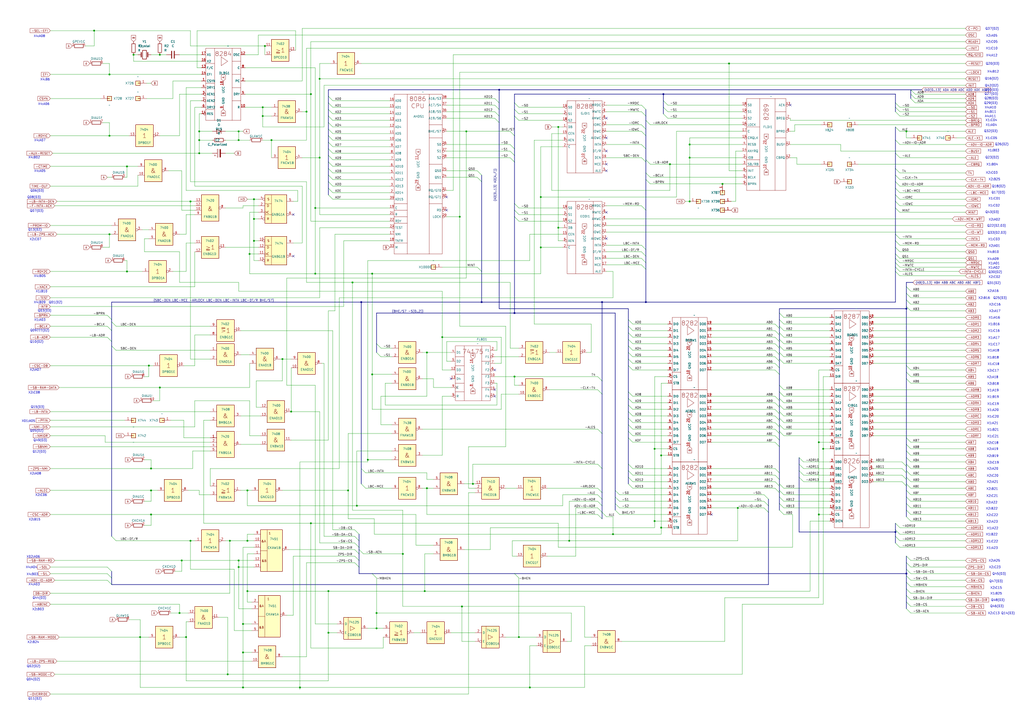
<source format=kicad_sch>
(kicad_sch (version 20231120) (generator "eeschema") (generator_version "8.0")
  (paper "A2")
  (lib_symbols
    (symbol "Connector_Generic:Conn_01x01" (pin_names (offset 1.016) hide)
      (property "Reference" "J" (at 0 2.54 0))
      (property "Value" "Conn_01x01" (at 0 -2.54 0))
      (symbol "Conn_01x01_1_1"
        (pin passive line (at -5.08 0 0) (length 3.81) (name "Pin_1") (number "1"))
      )
    )
    (symbol "Device:C" (pin_numbers hide) (pin_names (offset 0.254))
      (property "Reference" "C" (at 0.635 2.54 0))
      (property "Value" "C" (at 0.635 -2.54 0))
      (symbol "C_1_1"
        (pin passive line (at 0 3.81 270) (length 2.794) (name "~") (number "1"))
        (pin passive line (at 0 -3.81 90) (length 2.794) (name "~") (number "2"))
      )
    )
    (symbol "Device:C_Polarized" (pin_numbers hide) (pin_names (offset 0.254))
      (property "Reference" "C" (at 0.635 2.54 0))
      (property "Value" "C_Polarized" (at 0.635 -2.54 0))
      (symbol "C_Polarized_1_1"
        (pin passive line (at 0 3.81 270) (length 2.794) (name "~") (number "1"))
        (pin passive line (at 0 -3.81 90) (length 2.794) (name "~") (number "2"))
      )
    )
    (symbol "Device:Crystal" (pin_numbers hide) (pin_names (offset 1.016) hide)
      (property "Reference" "Y" (at 0 3.81 0))
      (property "Value" "Crystal" (at 0 -3.81 0))
      (symbol "Crystal_1_1"
        (pin passive line (at -3.81 0 0) (length 1.27) (name "1") (number "1"))
        (pin passive line (at 3.81 0 180) (length 1.27) (name "2") (number "2"))
      )
    )
    (symbol "Device:D" (pin_numbers hide) (pin_names (offset 1.016) hide)
      (property "Reference" "D" (at 0 2.54 0))
      (property "Value" "D" (at 0 -2.54 0))
      (symbol "D_1_1"
        (pin passive line (at -3.81 0 0) (length 2.54) (name "K") (number "1"))
        (pin passive line (at 3.81 0 180) (length 2.54) (name "A") (number "2"))
      )
    )
    (symbol "Device:R" (pin_numbers hide) (pin_names (offset 0))
      (property "Reference" "R" (at 2.032 0 90))
      (property "Value" "R" (at 0 0 90))
      (symbol "R_1_1"
        (pin passive line (at 0 3.81 270) (length 1.27) (name "~") (number "1"))
        (pin passive line (at 0 -3.81 90) (length 1.27) (name "~") (number "2"))
      )
    )
    (symbol "Device:R_Network07_Split" (pin_names (offset 0) hide)
      (property "Reference" "RN" (at 2.032 0 90))
      (property "Value" "R_Network07_Split" (at 0 0 90))
      (symbol "R_Network07_Split_0_1"
        (pin passive line (at 0 3.81 270) (length 1.27) (name "R1") (number "1"))
      )
      (symbol "R_Network07_Split_1_1"
        (pin passive line (at 0 -3.81 90) (length 1.27) (name "R1.2") (number "2"))
      )
      (symbol "R_Network07_Split_2_1"
        (pin passive line (at 0 -3.81 90) (length 1.27) (name "R2.2") (number "3"))
      )
      (symbol "R_Network07_Split_3_1"
        (pin passive line (at 0 -3.81 90) (length 1.27) (name "R3.2") (number "4"))
      )
      (symbol "R_Network07_Split_4_1"
        (pin passive line (at 0 -3.81 90) (length 1.27) (name "R4.2") (number "5"))
      )
      (symbol "R_Network07_Split_5_1"
        (pin passive line (at 0 -3.81 90) (length 1.27) (name "R5.2") (number "6"))
      )
      (symbol "R_Network07_Split_6_1"
        (pin passive line (at 0 -3.81 90) (length 1.27) (name "R6.2") (number "7"))
      )
      (symbol "R_Network07_Split_7_1"
        (pin passive line (at 0 -3.81 90) (length 1.27) (name "R7.2") (number "8"))
      )
    )
    (symbol "Device:R_Network09_Split" (pin_names (offset 0) hide)
      (property "Reference" "RN" (at 2.032 0 90))
      (property "Value" "R_Network09_Split" (at 0 0 90))
      (symbol "R_Network09_Split_0_1"
        (pin passive line (at 0 3.81 270) (length 1.27) (name "R1") (number "1"))
      )
      (symbol "R_Network09_Split_1_1"
        (pin passive line (at 0 -3.81 90) (length 1.27) (name "R1.2") (number "2"))
      )
      (symbol "R_Network09_Split_2_1"
        (pin passive line (at 0 -3.81 90) (length 1.27) (name "R2.2") (number "3"))
      )
      (symbol "R_Network09_Split_3_1"
        (pin passive line (at 0 -3.81 90) (length 1.27) (name "R3.2") (number "4"))
      )
      (symbol "R_Network09_Split_4_1"
        (pin passive line (at 0 -3.81 90) (length 1.27) (name "R4.2") (number "5"))
      )
      (symbol "R_Network09_Split_5_1"
        (pin passive line (at 0 -3.81 90) (length 1.27) (name "R5.2") (number "6"))
      )
      (symbol "R_Network09_Split_6_1"
        (pin passive line (at 0 -3.81 90) (length 1.27) (name "R6.2") (number "7"))
      )
      (symbol "R_Network09_Split_7_1"
        (pin passive line (at 0 -3.81 90) (length 1.27) (name "R7.2") (number "8"))
      )
      (symbol "R_Network09_Split_8_1"
        (pin passive line (at 0 -3.81 90) (length 1.27) (name "R8.2") (number "9"))
      )
      (symbol "R_Network09_Split_9_1"
        (pin passive line (at 0 -3.81 90) (length 1.27) (name "R9.2") (number "10"))
      )
    )
    (symbol "Robotron_Symbole:7400"
      (property "Reference" "U" (at 6.35 7.62 0))
      (property "Value" "7400" (at 5.08 -7.62 0))
      (symbol "7400_0_0"
        (text "&" (at 0 0 0) (effects (font (size 2.54 2.54))))
      )
      (symbol "7400_1_1"
        (pin input line (at -8.89 2.54 0) (length 3.81) (name "~") (number "1"))
        (pin input line (at -8.89 -2.54 0) (length 3.81) (name "~") (number "2"))
        (pin output inverted (at 8.89 0 180) (length 3.81) (name "~") (number "3"))
      )
      (symbol "7400_2_1"
        (pin input line (at -8.89 2.54 0) (length 3.81) (name "~") (number "4"))
        (pin input line (at -8.89 -2.54 0) (length 3.81) (name "~") (number "5"))
        (pin output inverted (at 8.89 0 180) (length 3.81) (name "~") (number "6"))
      )
      (symbol "7400_3_1"
        (pin input line (at -8.89 -2.54 0) (length 3.81) (name "~") (number "10"))
        (pin output inverted (at 8.89 0 180) (length 3.81) (name "~") (number "8"))
        (pin input line (at -8.89 2.54 0) (length 3.81) (name "~") (number "9"))
      )
      (symbol "7400_4_1"
        (pin output inverted (at 8.89 0 180) (length 3.81) (name "~") (number "11"))
        (pin input line (at -8.89 2.54 0) (length 3.81) (name "~") (number "12"))
        (pin input line (at -8.89 -2.54 0) (length 3.81) (name "~") (number "13"))
      )
      (symbol "7400_5_1"
        (pin power_in line (at 0 10.16 270) (length 3.81) (name "VCC") (number "14"))
        (pin power_in line (at 0 -10.16 90) (length 3.81) (name "GND") (number "7"))
      )
    )
    (symbol "Robotron_Symbole:7402"
      (property "Reference" "U" (at -2.794 -4.318 0))
      (property "Value" "7402" (at -0.254 3.81 0))
      (symbol "7402_0_0"
        (text ">1" (at 0 0 0) (effects (font (size 2.54 2.54))))
      )
      (symbol "7402_1_1"
        (pin output inverted (at 8.89 0 180) (length 3.81) (name "~") (number "1"))
        (pin input line (at -8.89 2.54 0) (length 3.81) (name "~") (number "2"))
        (pin input line (at -8.89 -2.54 0) (length 3.81) (name "~") (number "3"))
      )
      (symbol "7402_2_1"
        (pin output inverted (at 8.89 0 180) (length 3.81) (name "~") (number "4"))
        (pin input line (at -8.89 2.54 0) (length 3.81) (name "~") (number "5"))
        (pin input line (at -8.89 -2.54 0) (length 3.81) (name "~") (number "6"))
      )
      (symbol "7402_3_1"
        (pin output inverted (at 8.89 0 180) (length 3.81) (name "~") (number "10"))
        (pin input line (at -8.89 2.54 0) (length 3.81) (name "~") (number "8"))
        (pin input line (at -8.89 -2.54 0) (length 3.81) (name "~") (number "9"))
      )
      (symbol "7402_4_1"
        (pin input line (at -8.89 2.54 0) (length 3.81) (name "~") (number "11"))
        (pin input line (at -8.89 -2.54 0) (length 3.81) (name "~") (number "12"))
        (pin output inverted (at 8.89 0 180) (length 3.81) (name "~") (number "13"))
      )
      (symbol "7402_5_1"
        (pin power_in line (at 0 10.16 270) (length 3.81) (name "VCC") (number "14"))
        (pin power_in line (at 0 -10.16 90) (length 3.81) (name "GND") (number "7"))
      )
    )
    (symbol "Robotron_Symbole:7404"
      (property "Reference" "U" (at -3.556 -4.318 0))
      (property "Value" "7404" (at -0.508 3.81 0))
      (symbol "7404_0_0"
        (text "1" (at 0 0 0) (effects (font (size 2.54 2.54))))
      )
      (symbol "7404_1_1"
        (pin input line (at -8.89 0 0) (length 3.81) (name "~") (number "1"))
        (pin output inverted (at 8.89 0 180) (length 3.81) (name "~") (number "2"))
      )
      (symbol "7404_2_1"
        (pin input line (at -8.89 0 0) (length 3.81) (name "~") (number "3"))
        (pin output inverted (at 8.89 0 180) (length 3.81) (name "~") (number "4"))
      )
      (symbol "7404_3_1"
        (pin input line (at -8.89 0 0) (length 3.81) (name "~") (number "5"))
        (pin output inverted (at 8.89 0 180) (length 3.81) (name "~") (number "6"))
      )
      (symbol "7404_4_1"
        (pin output inverted (at 8.89 0 180) (length 3.81) (name "~") (number "8"))
        (pin input line (at -8.89 0 0) (length 3.81) (name "~") (number "9"))
      )
      (symbol "7404_5_1"
        (pin output inverted (at 8.89 0 180) (length 3.81) (name "~") (number "10"))
        (pin input line (at -8.89 0 0) (length 3.81) (name "~") (number "11"))
      )
      (symbol "7404_6_1"
        (pin output inverted (at 8.89 0 180) (length 3.81) (name "~") (number "12"))
        (pin input line (at -8.89 0 0) (length 3.81) (name "~") (number "13"))
      )
      (symbol "7404_7_1"
        (pin power_in line (at 0 10.16 270) (length 3.81) (name "VCC") (number "14"))
        (pin power_in line (at 0 -10.16 90) (length 3.81) (name "GND") (number "7"))
      )
    )
    (symbol "Robotron_Symbole:7408"
      (property "Reference" "U" (at 6.35 7.62 0))
      (property "Value" "7408" (at 5.08 -7.62 0))
      (symbol "7408_0_0"
        (text "&" (at 0 0 0) (effects (font (size 2.54 2.54))))
      )
      (symbol "7408_1_1"
        (pin input line (at -8.89 2.54 0) (length 3.81) (name "~") (number "1"))
        (pin input line (at -8.89 -2.54 0) (length 3.81) (name "~") (number "2"))
        (pin output line (at 8.89 0 180) (length 3.81) (name "~") (number "3"))
      )
      (symbol "7408_2_1"
        (pin input line (at -8.89 2.54 0) (length 3.81) (name "~") (number "4"))
        (pin input line (at -8.89 -2.54 0) (length 3.81) (name "~") (number "5"))
        (pin output line (at 8.89 0 180) (length 3.81) (name "~") (number "6"))
      )
      (symbol "7408_3_1"
        (pin input line (at -8.89 -2.54 0) (length 3.81) (name "~") (number "10"))
        (pin output line (at 8.89 0 180) (length 3.81) (name "~") (number "8"))
        (pin input line (at -8.89 2.54 0) (length 3.81) (name "~") (number "9"))
      )
      (symbol "7408_4_1"
        (pin output line (at 8.89 0 180) (length 3.81) (name "~") (number "11"))
        (pin input line (at -8.89 2.54 0) (length 3.81) (name "~") (number "12"))
        (pin input line (at -8.89 -2.54 0) (length 3.81) (name "~") (number "13"))
      )
      (symbol "7408_5_1"
        (pin power_in line (at 0 10.16 270) (length 3.81) (name "VCC") (number "14"))
        (pin power_in line (at 0 -10.16 90) (length 3.81) (name "GND") (number "7"))
      )
    )
    (symbol "Robotron_Symbole:7410"
      (property "Reference" "U" (at 6.35 7.62 0))
      (property "Value" "7410" (at 5.08 -7.62 0))
      (symbol "7410_0_0"
        (text "&" (at 0 0 0) (effects (font (size 2.54 2.54))))
      )
      (symbol "7410_1_1"
        (pin input line (at -8.89 2.54 0) (length 3.81) (name "~") (number "3"))
        (pin input line (at -8.89 0 0) (length 3.81) (name "~") (number "4"))
        (pin input line (at -8.89 -2.54 0) (length 3.81) (name "~") (number "5"))
        (pin output inverted (at 8.89 0 180) (length 3.81) (name "~") (number "6"))
      )
      (symbol "7410_2_1"
        (pin input line (at -8.89 2.54 0) (length 3.81) (name "~") (number "1"))
        (pin output inverted (at 8.89 0 180) (length 3.81) (name "~") (number "12"))
        (pin input line (at -8.89 -2.54 0) (length 3.81) (name "~") (number "13"))
        (pin input line (at -8.89 0 0) (length 3.81) (name "~") (number "2"))
      )
      (symbol "7410_3_1"
        (pin input line (at -8.89 0 0) (length 3.81) (name "~") (number "10"))
        (pin input line (at -8.89 2.54 0) (length 3.81) (name "~") (number "11"))
        (pin output inverted (at 8.89 0 180) (length 3.81) (name "~") (number "8"))
        (pin input line (at -8.89 -2.54 0) (length 3.81) (name "~") (number "9"))
      )
      (symbol "7410_4_1"
        (pin power_in line (at 0 10.16 270) (length 3.81) (name "VCC") (number "14"))
        (pin power_in line (at 0 -10.16 90) (length 3.81) (name "GND") (number "7"))
      )
    )
    (symbol "Robotron_Symbole:74125"
      (property "Reference" "U" (at 6.35 7.62 0))
      (property "Value" "74125" (at 5.08 -7.62 0))
      (symbol "74125_1_1"
        (pin input inverted (at -8.89 -2.54 0) (length 3.81) (name "E") (number "1"))
        (pin input line (at -8.89 2.54 0) (length 3.81) (name "D") (number "2"))
        (pin tri_state line (at 8.89 0 180) (length 3.81) (name "") (number "3"))
      )
      (symbol "74125_2_1"
        (pin input inverted (at -8.89 -2.54 0) (length 3.81) (name "E") (number "4"))
        (pin input line (at -8.89 2.54 0) (length 3.81) (name "D") (number "5"))
        (pin tri_state line (at 8.89 0 180) (length 3.81) (name "") (number "6"))
      )
      (symbol "74125_3_1"
        (pin input inverted (at -8.89 -2.54 0) (length 3.81) (name "E") (number "10"))
        (pin tri_state line (at 8.89 0 180) (length 3.81) (name "") (number "8"))
        (pin input line (at -8.89 2.54 0) (length 3.81) (name "D") (number "9"))
      )
      (symbol "74125_4_1"
        (pin tri_state line (at 8.89 0 180) (length 3.81) (name "") (number "11"))
        (pin input line (at -8.89 2.54 0) (length 3.81) (name "D") (number "12"))
        (pin input inverted (at -8.89 -2.54 0) (length 3.81) (name "E") (number "13"))
      )
      (symbol "74125_5_1"
        (pin power_in line (at 0 10.16 270) (length 3.81) (name "VCC") (number "14"))
        (pin power_in line (at 0 -10.16 90) (length 3.81) (name "GND") (number "7"))
      )
    )
    (symbol "Robotron_Symbole:74175"
      (property "Reference" "U" (at 0 2.54 0))
      (symbol "74175_1_1"
        (text "74175" (at 12.7 0.508 0) (effects (font (size 2.54 2.54))))
        (pin output line (at 25.4 -13.97 180) (length 2.54) (name "F3") (number "10"))
        (pin output inverted (at 25.4 -17.78 180) (length 2.54) (name "F3") (number "11"))
        (pin input line (at 0 -10.16 0) (length 2.54) (name "D3") (number "12"))
        (pin input line (at 0 -15.24 0) (length 2.54) (name "D4") (number "13"))
        (pin output inverted (at 25.4 -25.4 180) (length 2.54) (name "F4") (number "14"))
        (pin output line (at 25.4 -21.59 180) (length 2.54) (name "F4") (number "15"))
        (pin power_in line (at 12.7 -3.81 270) (length 2.54) (name "UCC") (number "16"))
        (pin output inverted (at 25.4 -2.54 180) (length 2.54) (name "F1") (number "2"))
        (pin output line (at 25.4 1.27 180) (length 2.54) (name "F1") (number "2"))
        (pin input line (at 0 0 0) (length 2.54) (name "D1") (number "4"))
        (pin input line (at 0 -5.08 0) (length 2.54) (name "D2") (number "5"))
        (pin output inverted (at 25.4 -10.16 180) (length 2.54) (name "F2") (number "6"))
        (pin output line (at 25.4 -6.35 180) (length 2.54) (name "F2") (number "7"))
        (pin power_in line (at 12.7 -20.32 90) (length 2.54) (name "GND") (number "8"))
        (pin input clock (at 0 -20.32 0) (length 2.54) (name "C") (number "9"))
        (pin input inverted (at 0 -25.4 0) (length 2.54) (name "R") (number "9"))
      )
    )
    (symbol "Robotron_Symbole:7420"
      (property "Reference" "U" (at 6.35 7.62 0))
      (property "Value" "7420" (at 3.302 -10.414 0))
      (symbol "7420_0_0"
        (text "&" (at 0 -0.762 0) (effects (font (size 2.54 2.54))))
      )
      (symbol "7420_1_1"
        (pin input line (at -8.89 2.54 0) (length 3.81) (name "~") (number "1"))
        (pin input line (at -8.89 2.54 0) (length 3.81) (name "~") (number "1"))
        (pin input line (at -8.89 0 0) (length 3.81) (name "~") (number "2"))
        (pin input line (at -8.89 0 0) (length 3.81) hide (name "~") (number "2"))
        (pin input line (at -8.89 -2.54 0) (length 3.81) (name "~") (number "4"))
        (pin input line (at -8.89 -5.08 0) (length 3.81) (name "~") (number "5"))
        (pin output inverted (at 8.89 -1.27 180) (length 3.81) (name "~") (number "6"))
      )
      (symbol "7420_2_1"
        (pin input line (at -8.89 0 0) (length 3.81) (name "~") (number "10"))
        (pin input line (at -8.89 -2.54 0) (length 3.81) (name "~") (number "12"))
        (pin input line (at -8.89 -5.08 0) (length 3.81) (name "~") (number "13"))
        (pin output inverted (at 8.89 -1.27 180) (length 3.81) (name "~") (number "8"))
        (pin input line (at -8.89 2.54 0) (length 3.81) (name "~") (number "9"))
      )
      (symbol "7420_3_1"
        (pin power_in line (at 0 10.16 270) (length 3.81) (name "VCC") (number "14"))
        (pin power_in line (at 0 10.16 270) (length 3.81) (name "VCC") (number "14"))
        (pin power_in line (at 0 10.16 270) (length 3.81) (name "VCC") (number "14"))
        (pin power_in line (at 0 -12.7 90) (length 3.81) (name "GND") (number "7"))
        (pin power_in line (at 0 -12.7 90) (length 3.81) (name "GND") (number "7"))
        (pin power_in line (at 0 -12.7 90) (length 3.81) (name "GND") (number "7"))
      )
    )
    (symbol "Robotron_Symbole:7438"
      (property "Reference" "U" (at 6.35 7.62 0))
      (property "Value" "7438" (at 5.08 -7.62 0))
      (symbol "7438_0_0"
        (text "&" (at 0 0 0) (effects (font (size 2.54 2.54))))
      )
      (symbol "7438_1_1"
        (pin input line (at -8.89 2.54 0) (length 3.81) (name "~") (number "1"))
        (pin input line (at -8.89 -2.54 0) (length 3.81) (name "~") (number "2"))
        (pin open_collector inverted (at 8.89 0 180) (length 3.81) (name "~") (number "3"))
      )
      (symbol "7438_2_1"
        (pin input line (at -8.89 2.54 0) (length 3.81) (name "~") (number "4"))
        (pin input line (at -8.89 -2.54 0) (length 3.81) (name "~") (number "5"))
        (pin open_collector inverted (at 8.89 0 180) (length 3.81) (name "~") (number "6"))
      )
      (symbol "7438_3_1"
        (pin input line (at -8.89 -2.54 0) (length 3.81) (name "~") (number "10"))
        (pin open_collector inverted (at 8.89 0 180) (length 3.81) (name "~") (number "8"))
        (pin input line (at -8.89 2.54 0) (length 3.81) (name "~") (number "9"))
      )
      (symbol "7438_4_1"
        (pin open_collector inverted (at 8.89 0 180) (length 3.81) (name "~") (number "11"))
        (pin input line (at -8.89 2.54 0) (length 3.81) (name "~") (number "12"))
        (pin input line (at -8.89 -2.54 0) (length 3.81) (name "~") (number "13"))
      )
      (symbol "7438_5_1"
        (pin power_in line (at 0 10.16 270) (length 3.81) (name "VCC") (number "14"))
        (pin power_in line (at 0 -10.16 90) (length 3.81) (name "GND") (number "7"))
      )
    )
    (symbol "Robotron_Symbole:7451"
      (property "Reference" "U" (at 6.35 7.62 0))
      (property "Value" "7451" (at 5.588 -19.05 0))
      (symbol "7451_1_1"
        (text "&A" (at -3.302 0.254 0) (effects (font (size 1.27 1.27))))
        (text "&B" (at -3.302 -12.192 0) (effects (font (size 1.27 1.27))))
        (text "1" (at 0.762 4.318 0) (effects (font (size 1.27 1.27))))
        (pin input line (at -8.89 2.54 0) (length 3.81) (name "") (number "2"))
        (pin input line (at -8.89 -1.27 0) (length 3.81) (name "") (number "3"))
        (pin input line (at -8.89 -10.16 0) (length 3.81) (name "") (number "4"))
        (pin input line (at -8.89 -13.97 0) (length 3.81) (name "") (number "5"))
        (pin output inverted (at 11.43 -5.08 180) (length 3.81) (name "~") (number "6"))
      )
      (symbol "7451_2_1"
        (text "&A" (at -3.302 -0.254 0) (effects (font (size 1.27 1.27))))
        (text "&B" (at -3.048 -11.684 0) (effects (font (size 1.27 1.27))))
        (text "1" (at 0.254 4.318 0) (effects (font (size 1.27 1.27))))
        (pin input line (at -8.89 -7.62 0) (length 3.81) (name "") (number "1"))
        (pin input line (at -8.89 0 0) (length 3.81) (name "") (number "10"))
        (pin input line (at -8.89 -3.81 0) (length 3.81) (name "~") (number "11"))
        (pin input line (at -8.89 -11.43 0) (length 3.81) (name "") (number "12"))
        (pin input line (at -8.89 -15.24 0) (length 3.81) (name "") (number "13"))
        (pin output inverted (at 11.43 -5.08 180) (length 3.81) (name "") (number "8"))
        (pin input line (at -8.89 3.81 0) (length 3.81) (name "") (number "9"))
      )
      (symbol "7451_3_1"
        (text "C" (at -3.302 -3.81 0) (effects (font (size 1.27 1.27))))
        (text "D" (at -3.302 0 0) (effects (font (size 1.27 1.27))))
        (text "R" (at -3.302 -7.62 0) (effects (font (size 1.27 1.27))))
        (text "S" (at -3.048 3.81 0) (effects (font (size 1.27 1.27))))
        (pin power_in line (at 1.27 10.16 270) (length 3.81) (name "VCC") (number "14"))
        (pin power_in line (at 1.27 -21.59 90) (length 3.81) (name "GND") (number "7"))
      )
    )
    (symbol "Robotron_Symbole:7474"
      (property "Reference" "U" (at 6.35 7.62 0))
      (property "Value" "7474" (at 5.588 -11.938 0))
      (symbol "7474_1_1"
        (text "C" (at -3.302 -3.81 0) (effects (font (size 1.27 1.27))))
        (text "D" (at -3.302 0 0) (effects (font (size 1.27 1.27))))
        (text "R" (at -3.302 -7.62 0) (effects (font (size 1.27 1.27))))
        (text "S" (at -3.048 3.81 0) (effects (font (size 1.27 1.27))))
        (pin input inverted (at -8.89 -7.62 0) (length 3.81) (name "~") (number "1"))
        (pin input line (at -8.89 0 0) (length 3.81) (name "~") (number "2"))
        (pin input clock (at -8.89 -3.81 0) (length 3.81) (name "~") (number "3"))
        (pin input inverted (at -8.89 3.81 0) (length 3.81) (name "~") (number "4"))
        (pin output line (at 11.43 2.54 180) (length 3.81) (name "~") (number "5"))
        (pin output inverted (at 11.43 -5.08 180) (length 3.81) (name "~") (number "6"))
      )
      (symbol "7474_2_1"
        (text "C" (at -3.302 -3.81 0) (effects (font (size 1.27 1.27))))
        (text "D" (at -3.302 0 0) (effects (font (size 1.27 1.27))))
        (text "R" (at -3.302 -7.62 0) (effects (font (size 1.27 1.27))))
        (text "S" (at -3.048 3.81 0) (effects (font (size 1.27 1.27))))
        (pin input inverted (at -8.89 3.81 0) (length 3.81) (name "~") (number "10"))
        (pin input clock (at -8.89 -3.81 0) (length 3.81) (name "~") (number "11"))
        (pin input line (at -8.89 0 0) (length 3.81) (name "~") (number "12"))
        (pin input inverted (at -8.89 -7.62 0) (length 3.81) (name "~") (number "13"))
        (pin output inverted (at 11.43 -5.08 180) (length 3.81) (name "~") (number "8"))
        (pin output line (at 11.43 2.54 180) (length 3.81) (name "~") (number "9"))
      )
      (symbol "7474_3_1"
        (text "C" (at -3.302 -3.81 0) (effects (font (size 1.27 1.27))))
        (text "D" (at -3.302 0 0) (effects (font (size 1.27 1.27))))
        (text "R" (at -3.302 -7.62 0) (effects (font (size 1.27 1.27))))
        (text "S" (at -3.048 3.81 0) (effects (font (size 1.27 1.27))))
        (pin power_in line (at 1.27 10.16 270) (length 3.81) (name "VCC") (number "14"))
        (pin power_in line (at 1.27 -13.97 90) (length 3.81) (name "GND") (number "7"))
      )
    )
    (symbol "Robotron_Symbole:8086"
      (property "Reference" "U" (at 0 -1.27 0))
      (symbol "8086_1_1"
        (text "8086\nCPU" (at 16.256 -1.016 0) (effects (font (size 2.54 2.54))))
        (pin bidirectional line (at 0 -22.86 0) (length 2.54) (name "AD6") (number "10"))
        (pin bidirectional line (at 0 -19.05 0) (length 2.54) (name "AD5") (number "11"))
        (pin power_in line (at 16.51 -31.75 270) (length 2.54) (name "UCC") (number "11"))
        (pin bidirectional line (at 0 -15.24 0) (length 2.54) (name "AD4") (number "12"))
        (pin bidirectional line (at 0 -11.43 0) (length 2.54) (name "AD3") (number "13"))
        (pin bidirectional line (at 0 -7.62 0) (length 2.54) (name "AD2") (number "14"))
        (pin bidirectional line (at 0 -3.81 0) (length 2.54) (name "AD1") (number "15"))
        (pin bidirectional line (at 0 0 0) (length 2.54) (name "AD0") (number "16"))
        (pin input line (at 0 -77.47 0) (length 2.54) (name "NMI") (number "17"))
        (pin input line (at 0 -81.28 0) (length 2.54) (name "TNTR") (number "18"))
        (pin input line (at 0 -62.23 0) (length 2.54) (name "C") (number "19"))
        (pin bidirectional line (at 0 -53.34 0) (length 2.54) (name "AD14") (number "2"))
        (pin input line (at 0 -66.04 0) (length 2.54) (name "R") (number "21"))
        (pin input line (at 0 -69.85 0) (length 2.54) (name "RDY") (number "22"))
        (pin input inverted (at 0 -73.66 0) (length 2.54) (name "TEST") (number "23"))
        (pin output line (at 33.02 -44.45 180) (length 2.54) (name "QS1") (number "24"))
        (pin output line (at 33.02 -40.64 180) (length 2.54) (name "QS0") (number "25"))
        (pin output inverted (at 33.02 -25.4 180) (length 2.54) (name "S0") (number "26"))
        (pin output inverted (at 33.02 -29.21 180) (length 2.54) (name "S1") (number "27"))
        (pin output inverted (at 33.02 -33.02 180) (length 2.54) (name "S2") (number "28"))
        (pin power_in line (at 16.51 -48.26 90) (length 2.54) (name "GND") (number "29"))
        (pin output inverted (at 33.02 -67.31 180) (length 2.54) (name "LOCK") (number "29"))
        (pin bidirectional line (at 0 -49.53 0) (length 2.54) (name "AD13") (number "3"))
        (pin bidirectional inverted (at 33.02 -55.88 180) (length 2.54) (name "RQ/GT1") (number "30"))
        (pin bidirectional inverted (at 33.02 -52.07 180) (length 2.54) (name "RQ/GT0") (number "31"))
        (pin output inverted (at 33.02 -63.5 180) (length 2.54) (name "RD") (number "32"))
        (pin input line (at 0 -85.09 0) (length 2.54) (name "M") (number "33"))
        (pin output inverted (at 33.02 -17.78 180) (length 2.54) (name "BHE/S7") (number "34"))
        (pin output line (at 33.02 -10.16 180) (length 2.54) (name "A19/S6") (number "35"))
        (pin output line (at 33.02 -6.35 180) (length 2.54) (name "A18/S5") (number "36"))
        (pin output line (at 33.02 -2.54 180) (length 2.54) (name "A17/S4") (number "37"))
        (pin output line (at 33.02 1.27 180) (length 2.54) (name "A16/S3") (number "38"))
        (pin bidirectional line (at 0 -57.15 0) (length 2.54) (name "AD15") (number "39"))
        (pin bidirectional line (at 0 -45.72 0) (length 2.54) (name "AD12") (number "4"))
        (pin bidirectional line (at 0 -41.91 0) (length 2.54) (name "AD11") (number "5"))
        (pin bidirectional line (at 0 -38.1 0) (length 2.54) (name "AD10") (number "6"))
        (pin bidirectional line (at 0 -34.29 0) (length 2.54) (name "AD9") (number "7"))
        (pin bidirectional line (at 0 -30.48 0) (length 2.54) (name "AD8") (number "8"))
        (pin bidirectional line (at 0 -26.67 0) (length 2.54) (name "AD7") (number "9"))
      )
    )
    (symbol "Robotron_Symbole:8226"
      (property "Reference" "U" (at 0 2.54 0))
      (symbol "8226_1_1"
        (text "8226" (at 12.7 0.508 0) (effects (font (size 2.54 2.54))))
        (pin input inverted (at 0 -30.48 0) (length 2.54) (name "CS") (number "1"))
        (pin bidirectional line (at 0 -7.62 0) (length 2.54) (name "DB2") (number "10"))
        (pin tri_state inverted (at 25.4 -7.62 180) (length 2.54) (name "DO2") (number "11"))
        (pin input inverted (at 0 -26.67 0) (length 2.54) (name "DI3") (number "12"))
        (pin bidirectional line (at 0 -11.43 0) (length 2.54) (name "DB3") (number "13"))
        (pin tri_state inverted (at 25.4 -11.43 180) (length 2.54) (name "DO3") (number "14"))
        (pin input inverted (at 0 -34.29 0) (length 2.54) (name "DIEN") (number "15"))
        (pin power_in line (at 12.7 -12.7 270) (length 2.54) (name "UCC") (number "16"))
        (pin tri_state inverted (at 25.4 0 180) (length 2.54) (name "DO0") (number "2"))
        (pin bidirectional line (at 0 0 0) (length 2.54) (name "DB0") (number "3"))
        (pin input inverted (at 0 -15.24 0) (length 2.54) (name "DI0") (number "4"))
        (pin tri_state inverted (at 25.4 -3.81 180) (length 2.54) (name "DO1") (number "5"))
        (pin bidirectional line (at 0 -3.81 0) (length 2.54) (name "DB1") (number "6"))
        (pin input inverted (at 0 -19.05 0) (length 2.54) (name "DI1") (number "7"))
        (pin power_in line (at 12.7 -29.21 90) (length 2.54) (name "GND") (number "8"))
        (pin input inverted (at 0 -22.86 0) (length 2.54) (name "DI2") (number "9"))
      )
    )
    (symbol "Robotron_Symbole:8282"
      (property "Reference" "U" (at 0 2.54 0))
      (symbol "8282_1_1"
        (text "8282" (at 12.7 0.508 0) (effects (font (size 2.54 2.54))))
        (pin input line (at 0 0 0) (length 2.54) (name "DI0") (number "1"))
        (pin power_in line (at 12.7 -29.21 90) (length 2.54) (name "GND") (number "10"))
        (pin input line (at 0 -34.29 0) (length 2.54) (name "STB") (number "11"))
        (pin tri_state line (at 25.4 -26.67 180) (length 2.54) (name "DO7") (number "12"))
        (pin tri_state line (at 25.4 -22.86 180) (length 2.54) (name "DO6") (number "13"))
        (pin tri_state line (at 25.4 -19.05 180) (length 2.54) (name "DO5") (number "14"))
        (pin tri_state line (at 25.4 -15.24 180) (length 2.54) (name "DO4") (number "15"))
        (pin tri_state line (at 25.4 -11.43 180) (length 2.54) (name "DO3") (number "16"))
        (pin tri_state line (at 25.4 -7.62 180) (length 2.54) (name "DO2") (number "17"))
        (pin tri_state line (at 25.4 -3.81 180) (length 2.54) (name "DO1") (number "18"))
        (pin tri_state line (at 25.4 0 180) (length 2.54) (name "DO0") (number "19"))
        (pin input line (at 0 -3.81 0) (length 2.54) (name "DI1") (number "2"))
        (pin power_in line (at 12.7 -12.7 270) (length 2.54) (name "UCC") (number "20"))
        (pin input line (at 0 -7.62 0) (length 2.54) (name "DI2") (number "3"))
        (pin input line (at 0 -11.43 0) (length 2.54) (name "DI3") (number "4"))
        (pin input line (at 0 -15.24 0) (length 2.54) (name "DI4") (number "5"))
        (pin input line (at 0 -19.05 0) (length 2.54) (name "DI5") (number "6"))
        (pin input line (at 0 -22.86 0) (length 2.54) (name "DI6") (number "7"))
        (pin input line (at 0 -26.67 0) (length 2.54) (name "DI7") (number "8"))
        (pin input inverted (at 0 -30.48 0) (length 2.54) (name "CS") (number "9"))
      )
    )
    (symbol "Robotron_Symbole:8284"
      (property "Reference" "U" (at 0 2.54 0))
      (symbol "8284_1_1"
        (text "8284" (at 12.7 0.508 0) (effects (font (size 2.54 2.54))))
        (pin input line (at 0 -15.24 0) (length 2.54) (name "CSYN") (number "1"))
        (pin output line (at 25.4 -30.48 180) (length 2.54) (name "R") (number "10"))
        (pin input inverted (at 0 -34.29 0) (length 2.54) (name "RES") (number "11"))
        (pin output line (at 25.4 0 180) (length 2.54) (name "OSC") (number "12"))
        (pin input line (at 0 -7.62 0) (length 2.54) (name "F/C") (number "13"))
        (pin input line (at 0 -11.43 0) (length 2.54) (name "EFI") (number "14"))
        (pin input line (at 0 -3.81 0) (length 2.54) (name "X2") (number "16"))
        (pin input line (at 0 0 0) (length 2.54) (name "X1") (number "17"))
        (pin power_in line (at 12.7 -15.24 270) (length 2.54) (name "UCC") (number "18"))
        (pin output line (at 25.4 -15.24 180) (length 2.54) (name "PC") (number "2"))
        (pin input inverted (at 0 -22.86 0) (length 2.54) (name "AEN1") (number "3"))
        (pin input line (at 0 -19.05 0) (length 2.54) (name "DRY1") (number "4"))
        (pin output line (at 25.4 -22.86 180) (length 2.54) (name "DRY") (number "5"))
        (pin input line (at 0 -30.48 0) (length 2.54) (name "DRY2") (number "6"))
        (pin input inverted (at 0 -26.67 0) (length 2.54) (name "AEN2") (number "7"))
        (pin output line (at 25.4 -7.62 180) (length 2.54) (name "C") (number "8"))
        (pin power_in line (at 12.7 -31.75 90) (length 2.54) (name "GND") (number "9"))
      )
    )
    (symbol "Robotron_Symbole:8287"
      (property "Reference" "U" (at 0 2.54 0))
      (symbol "8287_1_1"
        (text "8287" (at 12.7 0.508 0) (effects (font (size 2.54 2.54))))
        (pin bidirectional line (at 0 0 0) (length 2.54) (name "DA0") (number "1"))
        (pin power_in line (at 12.7 -30.48 90) (length 2.54) (name "GND") (number "10"))
        (pin input line (at 0 -34.29 0) (length 2.54) (name "DIR") (number "11"))
        (pin bidirectional inverted (at 25.4 -26.67 180) (length 2.54) (name "DB7") (number "12"))
        (pin bidirectional inverted (at 25.4 -22.86 180) (length 2.54) (name "DB6") (number "13"))
        (pin bidirectional inverted (at 25.4 -19.05 180) (length 2.54) (name "DB5") (number "14"))
        (pin bidirectional inverted (at 25.4 -15.24 180) (length 2.54) (name "DB4") (number "15"))
        (pin bidirectional inverted (at 25.4 -11.43 180) (length 2.54) (name "DB3") (number "16"))
        (pin bidirectional inverted (at 25.4 -7.62 180) (length 2.54) (name "DB2") (number "17"))
        (pin bidirectional inverted (at 25.4 -3.81 180) (length 2.54) (name "DB1") (number "18"))
        (pin bidirectional inverted (at 25.4 0 180) (length 2.54) (name "DB0") (number "19"))
        (pin bidirectional line (at 0 -3.81 0) (length 2.54) (name "DA1") (number "2"))
        (pin power_in line (at 12.7 -13.97 270) (length 2.54) (name "UCC") (number "20"))
        (pin bidirectional line (at 0 -7.62 0) (length 2.54) (name "DA2") (number "3"))
        (pin bidirectional line (at 0 -11.43 0) (length 2.54) (name "DA3") (number "4"))
        (pin bidirectional line (at 0 -15.24 0) (length 2.54) (name "DA4") (number "5"))
        (pin bidirectional line (at 0 -19.05 0) (length 2.54) (name "DA5") (number "6"))
        (pin bidirectional line (at 0 -22.86 0) (length 2.54) (name "DA6") (number "7"))
        (pin bidirectional line (at 0 -26.67 0) (length 2.54) (name "DA7") (number "8"))
        (pin input inverted (at 0 -30.48 0) (length 2.54) (name "CS") (number "9"))
      )
    )
    (symbol "Robotron_Symbole:8288"
      (property "Reference" "U" (at 0 2.54 0))
      (symbol "8288_1_1"
        (text "8288" (at 12.7 0.508 0) (effects (font (size 2.54 2.54))))
        (pin input line (at 0 -11.43 0) (length 2.54) (name "DB") (number "1"))
        (pin power_in line (at 12.7 -29.21 90) (length 2.54) (name "GND") (number "10"))
        (pin output inverted (at 25.4 -13.97 180) (length 2.54) (name "IOWC") (number "11"))
        (pin bidirectional inverted (at 25.4 -17.78 180) (length 2.54) (name "AIOWC") (number "12"))
        (pin output inverted (at 25.4 -10.16 180) (length 2.54) (name "IORC") (number "13"))
        (pin output inverted (at 25.4 -21.59 180) (length 2.54) (name "INTA") (number "14"))
        (pin input line (at 0 -15.24 0) (length 2.54) (name "CEN") (number "15"))
        (pin output line (at 25.4 -29.21 180) (length 2.54) (name "DEN") (number "16"))
        (pin output line (at 25.4 -33.02 180) (length 2.54) (name "MCE") (number "17"))
        (pin input inverted (at 0 -7.62 0) (length 2.54) (name "S2") (number "18"))
        (pin input inverted (at 0 0 0) (length 2.54) (name "S0") (number "19"))
        (pin input line (at 0 -22.86 0) (length 2.54) (name "C") (number "2"))
        (pin power_in line (at 12.7 -12.7 270) (length 2.54) (name "UCC") (number "20"))
        (pin input inverted (at 0 -3.81 0) (length 2.54) (name "S1") (number "3"))
        (pin output line (at 25.4 -25.4 180) (length 2.54) (name "DT/R") (number "4"))
        (pin output line (at 25.4 -36.83 180) (length 2.54) (name "ALE") (number "5"))
        (pin input inverted (at 0 -19.05 0) (length 2.54) (name "AEN") (number "6"))
        (pin output inverted (at 25.4 1.27 180) (length 2.54) (name "MRDC") (number "7"))
        (pin output inverted (at 25.4 -6.35 180) (length 2.54) (name "AMWC") (number "8"))
        (pin output inverted (at 25.4 -2.54 180) (length 2.54) (name "MWTC") (number "9"))
      )
    )
    (symbol "Robotron_Symbole:8289"
      (property "Reference" "U" (at 0 2.54 0))
      (symbol "8289_1_1"
        (text "8289" (at 13.97 -4.064 900) (effects (font (size 2.54 2.54))))
        (pin input inverted (at 0 -7.62 0) (length 2.54) (name "S2") (number "1"))
        (pin power_in line (at 13.97 -36.83 90) (length 2.54) (name "GND") (number "10"))
        (pin output inverted (at 27.94 -22.86 180) (length 2.54) (name "BUSY") (number "11"))
        (pin output inverted (at 27.94 -30.48 180) (length 2.54) (name "CBRQ") (number "12"))
        (pin output inverted (at 27.94 0 180) (length 2.54) (name "AEN") (number "13"))
        (pin input line (at 0 -26.67 0) (length 2.54) (name "ANYRQ") (number "14"))
        (pin input inverted (at 0 -19.05 0) (length 2.54) (name "CRQLK") (number "15"))
        (pin input inverted (at 0 -11.43 0) (length 2.54) (name "LOCK") (number "16"))
        (pin input line (at 0 -15.24 0) (length 2.54) (name "C") (number "17"))
        (pin input inverted (at 0 0 0) (length 2.54) (name "S0") (number "18"))
        (pin input inverted (at 0 -3.81 0) (length 2.54) (name "S1") (number "19"))
        (pin input inverted (at 0 -30.48 0) (length 2.54) (name "IOB") (number "2"))
        (pin power_in line (at 13.97 -20.32 270) (length 2.54) (name "UCC") (number "20"))
        (pin input line (at 0 -34.29 0) (length 2.54) (name "SB/RB") (number "3"))
        (pin input line (at 0 -22.86 0) (length 2.54) (name "RESB") (number "4"))
        (pin input inverted (at 0 -41.91 0) (length 2.54) (name "BCLK") (number "5"))
        (pin input inverted (at 0 -38.1 0) (length 2.54) (name "INIT") (number "6"))
        (pin output inverted (at 27.94 -7.62 180) (length 2.54) (name "BREQ") (number "7"))
        (pin output inverted (at 27.94 -15.24 180) (length 2.54) (name "BPRO") (number "8"))
        (pin input inverted (at 0 -45.72 0) (length 2.54) (name "BPRN") (number "9"))
      )
    )
  )
  (junction (at 266.7 125.73))
  (junction (at 81.28 369.57))
  (junction (at 180.34 303.53))
  (junction (at 289.56 52.07))
  (junction (at 525.78 76.2))
  (junction (at 519.43 308.61))
  (junction (at 190.5 342.9))
  (junction (at 400.05 83.82))
  (junction (at 379.73 260.35))
  (junction (at 300.99 369.57))
  (junction (at 138.43 81.28))
  (junction (at 525.78 179.07))
  (junction (at 400.05 116.84))
  (junction (at 355.6 309.88))
  (junction (at 274.32 280.67))
  (junction (at 298.45 218.44))
  (junction (at 177.8 64.77))
  (junction (at 138.43 325.12))
  (junction (at 246.38 342.9))
  (junction (at 190.5 367.03))
  (junction (at 73.66 157.48))
  (junction (at 138.43 328.93))
  (junction (at 215.9 217.17))
  (junction (at 173.99 398.78))
  (junction (at 63.5 78.74))
  (junction (at 152.4 67.31))
  (junction (at 349.25 175.26))
  (junction (at 477.52 260.35))
  (junction (at 267.97 351.79))
  (junction (at 168.91 238.76))
  (junction (at 140.97 361.95))
  (junction (at 474.98 256.54))
  (junction (at 218.44 355.6))
  (junction (at 110.49 116.84))
  (junction (at 115.57 76.2))
  (junction (at 185.42 91.44))
  (junction (at 140.97 378.46))
  (junction (at 163.83 208.28))
  (junction (at 330.2 313.69))
  (junction (at 400.05 91.44))
  (junction (at 247.65 204.47))
  (junction (at 143.51 313.69))
  (junction (at 87.63 284.48))
  (junction (at 140.97 398.78))
  (junction (at 92.71 31.75))
  (junction (at 247.65 283.21))
  (junction (at 107.95 369.57))
  (junction (at 63.5 135.89))
  (junction (at 87.63 298.45))
  (junction (at 213.36 266.7))
  (junction (at 204.47 163.83))
  (junction (at 474.98 298.45))
  (junction (at 147.32 127))
  (junction (at 115.57 88.9))
  (junction (at 143.51 284.48))
  (junction (at 182.88 158.75))
  (junction (at 525.78 332.74))
  (junction (at 323.85 132.08))
  (junction (at 87.63 271.78))
  (junction (at 132.08 391.16))
  (junction (at 215.9 158.75))
  (junction (at 218.44 364.49))
  (junction (at 374.65 175.26))
  (junction (at 147.32 115.57))
  (junction (at 180.34 54.61))
  (junction (at 383.54 264.16))
  (junction (at 110.49 313.69))
  (junction (at 105.41 325.12))
  (junction (at 86.36 212.09))
  (junction (at 63.5 43.18))
  (junction (at 383.54 306.07))
  (junction (at 384.81 54.61))
  (junction (at 182.88 120.65))
  (junction (at 419.1 106.68))
  (junction (at 201.93 284.48))
  (junction (at 256.54 195.58))
  (junction (at 104.14 355.6))
  (junction (at 54.61 17.78))
  (junction (at 233.68 321.31))
  (junction (at 152.4 62.23))
  (junction (at 379.73 302.26))
  (junction (at 323.85 73.66))
  (junction (at 422.91 36.83))
  (junction (at 115.57 81.28))
  (junction (at 307.34 398.78))
  (junction (at 270.51 76.2))
  (junction (at 388.62 95.25))
  (junction (at 143.51 342.9))
  (junction (at 427.99 294.64))
  (junction (at 298.45 181.61))
  (junction (at 207.01 293.37))
  (junction (at 209.55 175.26))
  (junction (at 138.43 76.2))
  (junction (at 147.32 139.7))
  (junction (at 313.69 114.3))
  (junction (at 313.69 143.51))
  (junction (at 133.35 313.69))
  (junction (at 73.66 96.52))
  (junction (at 279.4 175.26))
  (junction (at 92.71 224.79))
  (junction (at 144.78 147.32))
  (junction (at 157.48 81.28))
  (junction (at 185.42 45.72))
  (junction (at 77.47 31.75))
  (junction (at 153.67 26.67))
  (no_connect (at 351.79 87.63))
  (no_connect (at 261.62 219.71))
  (no_connect (at 170.18 124.46))
  (no_connect (at 412.75 298.45))
  (no_connect (at 287.02 214.63))
  (no_connect (at 287.02 229.87))
  (no_connect (at 351.79 99.06))
  (no_connect (at 351.79 123.19))
  (no_connect (at 458.47 60.96))
  (no_connect (at 351.79 138.43))
  (no_connect (at 351.79 68.58))
  (no_connect (at 351.79 95.25))
  (no_connect (at 351.79 80.01))
  (no_connect (at 259.08 114.3))
  (no_connect (at 170.18 148.59))
  (no_connect (at 287.02 226.06))
  (no_connect (at 259.08 121.92))
  (bus_entry (at 525.78 269.24) (size 2.54 2.54))
  (bus_entry (at 452.12 189.23) (size 2.54 2.54))
  (bus_entry (at 519.43 64.77) (size 2.54 2.54))
  (bus_entry (at 205.74 326.39) (size 2.54 2.54))
  (bus_entry (at 298.45 125.73) (size 2.54 2.54))
  (bus_entry (at 525.78 337.82) (size 2.54 2.54))
  (bus_entry (at 364.49 254) (size 2.54 2.54))
  (bus_entry (at 364.49 242.57) (size 2.54 2.54))
  (bus_entry (at 346.71 283.21) (size 2.54 2.54))
  (bus_entry (at 452.12 181.61) (size 2.54 2.54))
  (bus_entry (at 208.28 318.77) (size 2.54 2.54))
  (bus_entry (at 190.5 109.22) (size 2.54 2.54))
  (bus_entry (at 463.55 269.24) (size 2.54 2.54))
  (bus_entry (at 62.23 195.58) (size 2.54 2.54))
  (bus_entry (at 519.43 154.94) (size 2.54 2.54))
  (bus_entry (at 276.86 154.94) (size 2.54 2.54))
  (bus_entry (at 449.58 245.11) (size 2.54 2.54))
  (bus_entry (at 519.43 157.48) (size 2.54 2.54))
  (bus_entry (at 449.58 229.87) (size 2.54 2.54))
  (bus_entry (at 295.91 83.82) (size 2.54 2.54))
  (bus_entry (at 346.71 298.45) (size 2.54 2.54))
  (bus_entry (at 449.58 252.73) (size 2.54 2.54))
  (bus_entry (at 364.49 269.24) (size 2.54 2.54))
  (bus_entry (at 364.49 196.85) (size 2.54 2.54))
  (bus_entry (at 449.58 199.39) (size 2.54 2.54))
  (bus_entry (at 346.71 218.44) (size 2.54 2.54))
  (bus_entry (at 525.78 295.91) (size 2.54 2.54))
  (bus_entry (at 528.32 52.07) (size 2.54 2.54))
  (bus_entry (at 528.32 57.15) (size 2.54 2.54))
  (bus_entry (at 525.78 257.81) (size 2.54 2.54))
  (bus_entry (at 364.49 280.67) (size 2.54 2.54))
  (bus_entry (at 384.81 58.42) (size 2.54 2.54))
  (bus_entry (at 525.78 170.18) (size 2.54 2.54))
  (bus_entry (at 452.12 208.28) (size 2.54 2.54))
  (bus_entry (at 449.58 241.3) (size 2.54 2.54))
  (bus_entry (at 452.12 204.47) (size 2.54 2.54))
  (bus_entry (at 452.12 288.29) (size 2.54 2.54))
  (bus_entry (at 452.12 242.57) (size 2.54 2.54))
  (bus_entry (at 525.78 288.29) (size 2.54 2.54))
  (bus_entry (at 523.24 267.97) (size 2.54 2.54))
  (bus_entry (at 519.43 314.96) (size 2.54 2.54))
  (bus_entry (at 364.49 234.95) (size 2.54 2.54))
  (bus_entry (at 190.5 105.41) (size 2.54 2.54))
  (bus_entry (at 62.23 332.74) (size 2.54 2.54))
  (bus_entry (at 215.9 332.74) (size 2.54 2.54))
  (bus_entry (at 452.12 284.48) (size 2.54 2.54))
  (bus_entry (at 205.74 322.58) (size 2.54 2.54))
  (bus_entry (at 525.78 353.06) (size 2.54 2.54))
  (bus_entry (at 523.24 275.59) (size 2.54 2.54))
  (bus_entry (at 209.55 280.67) (size 2.54 2.54))
  (bus_entry (at 443.23 287.02) (size 2.54 2.54))
  (bus_entry (at 356.87 288.29) (size 2.54 2.54))
  (bus_entry (at 190.5 113.03) (size 2.54 2.54))
  (bus_entry (at 276.86 102.87) (size 2.54 2.54))
  (bus_entry (at 364.49 189.23) (size 2.54 2.54))
  (bus_entry (at 374.65 100.33) (size 2.54 2.54))
  (bus_entry (at 449.58 233.68) (size 2.54 2.54))
  (bus_entry (at 519.43 62.23) (size 2.54 2.54))
  (bus_entry (at 519.43 101.6) (size 2.54 2.54))
  (bus_entry (at 525.78 215.9) (size 2.54 2.54))
  (bus_entry (at 287.02 57.15) (size 2.54 2.54))
  (bus_entry (at 452.12 246.38) (size 2.54 2.54))
  (bus_entry (at 452.12 185.42) (size 2.54 2.54))
  (bus_entry (at 190.5 90.17) (size 2.54 2.54))
  (bus_entry (at 449.58 279.4) (size 2.54 2.54))
  (bus_entry (at 356.87 295.91) (size 2.54 2.54))
  (bus_entry (at 276.86 99.06) (size 2.54 2.54))
  (bus_entry (at 463.55 276.86) (size 2.54 2.54))
  (bus_entry (at 449.58 256.54) (size 2.54 2.54))
  (bus_entry (at 64.77 186.69) (size 2.54 2.54))
  (bus_entry (at 356.87 284.48) (size 2.54 2.54))
  (bus_entry (at 449.58 237.49) (size 2.54 2.54))
  (bus_entry (at 525.78 292.1) (size 2.54 2.54))
  (bus_entry (at 449.58 275.59) (size 2.54 2.54))
  (bus_entry (at 190.5 86.36) (size 2.54 2.54))
  (bus_entry (at 452.12 227.33) (size 2.54 2.54))
  (bus_entry (at 372.11 83.82) (size 2.54 2.54))
  (bus_entry (at 449.58 214.63) (size 2.54 2.54))
  (bus_entry (at 452.12 196.85) (size 2.54 2.54))
  (bus_entry (at 525.78 177.8) (size 2.54 2.54))
  (bus_entry (at 449.58 187.96) (size 2.54 2.54))
  (bus_entry (at 298.45 67.31) (size 2.54 2.54))
  (bus_entry (at 374.65 92.71) (size 2.54 2.54))
  (bus_entry (at 374.65 69.85) (size 2.54 2.54))
  (bus_entry (at 190.5 67.31) (size 2.54 2.54))
  (bus_entry (at 364.49 273.05) (size 2.54 2.54))
  (bus_entry (at 525.78 219.71) (size 2.54 2.54))
  (bus_entry (at 519.43 149.86) (size 2.54 2.54))
  (bus_entry (at 364.49 193.04) (size 2.54 2.54))
  (bus_entry (at 374.65 104.14) (size 2.54 2.54))
  (bus_entry (at 525.78 322.58) (size 2.54 2.54))
  (bus_entry (at 525.78 349.25) (size 2.54 2.54))
  (bus_entry (at 452.12 295.91) (size 2.54 2.54))
  (bus_entry (at 372.11 76.2) (size 2.54 2.54))
  (bus_entry (at 205.74 307.34) (size 2.54 2.54))
  (bus_entry (at 519.43 152.4) (size 2.54 2.54))
  (bus_entry (at 525.78 265.43) (size 2.54 2.54))
  (bus_entry (at 346.71 248.92) (size 2.54 2.54))
  (bus_entry (at 519.43 116.84) (size 2.54 2.54))
  (bus_entry (at 287.02 60.96) (size 2.54 2.54))
  (bus_entry (at 525.78 212.09) (size 2.54 2.54))
  (bus_entry (at 452.12 200.66) (size 2.54 2.54))
  (bus_entry (at 525.78 284.48) (size 2.54 2.54))
  (bus_entry (at 443.23 294.64) (size 2.54 2.54))
  (bus_entry (at 349.25 297.18) (size 2.54 2.54))
  (bus_entry (at 372.11 64.77) (size 2.54 2.54))
  (bus_entry (at 519.43 109.22) (size 2.54 2.54))
  (bus_entry (at 525.78 345.44) (size 2.54 2.54))
  (bus_entry (at 190.5 74.93) (size 2.54 2.54))
  (bus_entry (at 62.23 182.88) (size 2.54 2.54))
  (bus_entry (at 298.45 63.5) (size 2.54 2.54))
  (bus_entry (at 452.12 223.52) (size 2.54 2.54))
  (bus_entry (at 364.49 276.86) (size 2.54 2.54))
  (bus_entry (at 452.12 250.19) (size 2.54 2.54))
  (bus_entry (at 519.43 88.9) (size 2.54 2.54))
  (bus_entry (at 452.12 292.1) (size 2.54 2.54))
  (bus_entry (at 287.02 68.58) (size 2.54 2.54))
  (bus_entry (at 190.5 101.6) (size 2.54 2.54))
  (bus_entry (at 364.49 238.76) (size 2.54 2.54))
  (bus_entry (at 298.45 121.92) (size 2.54 2.54))
  (bus_entry (at 62.23 328.93) (size 2.54 2.54))
  (bus_entry (at 372.11 119.38) (size 2.54 2.54))
  (bus_entry (at 519.43 73.66) (size 2.54 2.54))
  (bus_entry (at 372.11 146.05) (size 2.54 2.54))
  (bus_entry (at 525.78 330.2) (size 2.54 2.54))
  (bus_entry (at 205.74 318.77) (size 2.54 2.54))
  (bus_entry (at 449.58 248.92) (size 2.54 2.54))
  (bus_entry (at 452.12 234.95) (size 2.54 2.54))
  (bus_entry (at 190.5 71.12) (size 2.54 2.54))
  (bus_entry (at 449.58 283.21) (size 2.54 2.54))
  (bus_entry (at 364.49 208.28) (size 2.54 2.54))
  (bus_entry (at 525.78 280.67) (size 2.54 2.54))
  (bus_entry (at 449.58 207.01) (size 2.54 2.54))
  (bus_entry (at 525.78 261.62) (size 2.54 2.54))
  (bus_entry (at 190.5 59.69) (size 2.54 2.54))
  (bus_entry (at 528.32 54.61) (size 2.54 2.54))
  (bus_entry (at 218.44 204.47) (size 2.54 2.54))
  (bus_entry (at 519.43 59.69) (size 2.54 2.54))
  (bus_entry (at 346.71 287.02) (size 2.54 2.54))
  (bus_entry (at 372.11 91.44) (size 2.54 2.54))
  (bus_entry (at 372.11 72.39) (size 2.54 2.54))
  (bus_entry (at 372.11 153.67) (size 2.54 2.54))
  (bus_entry (at 525.78 326.39) (size 2.54 2.54))
  (bus_entry (at 356.87 292.1) (size 2.54 2.54))
  (bus_entry (at 64.77 200.66) (size 2.54 2.54))
  (bus_entry (at 205.74 314.96) (size 2.54 2.54))
  (bus_entry (at 452.12 238.76) (size 2.54 2.54))
  (bus_entry (at 525.78 341.63) (size 2.54 2.54))
  (bus_entry (at 364.49 227.33) (size 2.54 2.54))
  (bus_entry (at 364.49 250.19) (size 2.54 2.54))
  (bus_entry (at 519.43 143.51) (size 2.54 2.54))
  (bus_entry (at 519.43 139.7) (size 2.54 2.54))
  (bus_entry (at 364.49 185.42) (size 2.54 2.54))
  (bus_entry (at 519.43 97.79) (size 2.54 2.54))
  (bus_entry (at 452.12 231.14) (size 2.54 2.54))
  (bus_entry (at 364.49 200.66) (size 2.54 2.54))
  (bus_entry (at 523.24 279.4) (size 2.54 2.54))
  (bus_entry (at 346.71 294.64) (size 2.54 2.54))
  (bus_entry (at 443.23 290.83) (size 2.54 2.54))
  (bus_entry (at 523.24 271.78) (size 2.54 2.54))
  (bus_entry (at 62.23 189.23) (size 2.54 2.54))
  (bus_entry (at 364.49 204.47) (size 2.54 2.54))
  (bus_entry (at 525.78 254) (size 2.54 2.54))
  (bus_entry (at 519.43 113.03) (size 2.54 2.54))
  (bus_entry (at 62.23 336.55) (size 2.54 2.54))
  (bus_entry (at 190.5 78.74) (size 2.54 2.54))
  (bus_entry (at 449.58 271.78) (size 2.54 2.54))
  (bus_entry (at 525.78 276.86) (size 2.54 2.54))
  (bus_entry (at 298.45 59.69) (size 2.54 2.54))
  (bus_entry (at 449.58 195.58) (size 2.54 2.54))
  (bus_entry (at 190.5 55.88) (size 2.54 2.54))
  (bus_entry (at 190.5 97.79) (size 2.54 2.54))
  (bus_entry (at 384.81 62.23) (size 2.54 2.54))
  (bus_entry (at 519.43 311.15) (size 2.54 2.54))
  (bus_entry (at 346.71 269.24) (size 2.54 2.54))
  (bus_entry (at 287.02 64.77) (size 2.54 2.54))
  (bus_entry (at 452.12 280.67) (size 2.54 2.54))
  (bus_entry (at 190.5 93.98) (size 2.54 2.54))
  (bus_entry (at 295.91 87.63) (size 2.54 2.54))
  (bus_entry (at 449.58 191.77) (size 2.54 2.54))
  (bus_entry (at 519.43 307.34) (size 2.54 2.54))
  (bus_entry (at 298.45 118.11) (size 2.54 2.54))
  (bus_entry (at 64.77 311.15) (size 2.54 2.54))
  (bus_entry (at 190.5 63.5) (size 2.54 2.54))
  (bus_entry (at 205.74 311.15) (size 2.54 2.54))
  (bus_entry (at 519.43 81.28) (size 2.54 2.54))
  (bus_entry (at 346.71 226.06) (size 2.54 2.54))
  (bus_entry (at 298.45 332.74) (size 2.54 2.54))
  (bus_entry (at 190.5 82.55) (size 2.54 2.54))
  (bus_entry (at 519.43 303.53) (size 2.54 2.54))
  (bus_entry (at 519.43 147.32) (size 2.54 2.54))
  (bus_entry (at 295.91 91.44) (size 2.54 2.54))
  (bus_entry (at 218.44 199.39) (size 2.54 2.54))
  (bus_entry (at 525.78 299.72) (size 2.54 2.54))
  (bus_entry (at 525.78 166.37) (size 2.54 2.54))
  (bus_entry (at 519.43 105.41) (size 2.54 2.54))
  (bus_entry (at 525.78 273.05) (size 2.54 2.54))
  (bus_entry (at 209.55 271.78) (size 2.54 2.54))
  (bus_entry (at 372.11 149.86) (size 2.54 2.54))
  (bus_entry (at 525.78 334.01) (size 2.54 2.54))
  (bus_entry (at 364.49 246.38) (size 2.54 2.54))
  (bus_entry (at 463.55 273.05) (size 2.54 2.54))
  (bus_entry (at 384.81 66.04) (size 2.54 2.54))
  (bus_entry (at 519.43 120.65) (size 2.54 2.54))
  (bus_entry (at 519.43 135.89) (size 2.54 2.54))
  (bus_entry (at 463.55 265.43) (size 2.54 2.54))
  (bus_entry (at 372.11 142.24) (size 2.54 2.54))
  (bus_entry (at 364.49 231.14) (size 2.54 2.54))
  (bus_entry (at 525.78 173.99) (size 2.54 2.54))
  (bus_entry (at 452.12 193.04) (size 2.54 2.54))
  (bus_entry (at 295.91 76.2) (size 2.54 2.54))
  (bus_entry (at 449.58 203.2) (size 2.54 2.54))
  (bus_entry (at 364.49 212.09) (size 2.54 2.54))
  (bus_entry (at 346.71 290.83) (size 2.54 2.54))
  (bus_entry (at 372.11 60.96) (size 2.54 2.54))
  (bus_entry (at 449.58 210.82) (size 2.54 2.54))
  (wire (pts (xy 326.39 287.02) (xy 326.39 293.37)))
  (wire (pts (xy 130.81 143.51) (xy 149.86 143.51)))
  (wire (pts (xy 172.72 110.49) (xy 107.95 110.49)))
  (wire (pts (xy 226.06 124.46) (xy 185.42 124.46)))
  (bus (pts (xy 525.78 280.67) (xy 525.78 281.94)))
  (wire (pts (xy 59.69 36.83) (xy 63.5 36.83)))
  (wire (pts (xy 412.75 233.68) (xy 449.58 233.68)))
  (wire (pts (xy 213.36 267.97) (xy 173.99 267.97)))
  (bus (pts (xy 364.49 200.66) (xy 364.49 204.47)))
  (wire (pts (xy 295.91 163.83) (xy 295.91 201.93)))
  (wire (pts (xy 140.97 317.5) (xy 140.97 361.95)))
  (wire (pts (xy 506.73 207.01) (xy 560.07 207.01)))
  (wire (pts (xy 59.69 143.51) (xy 63.5 143.51)))
  (wire (pts (xy 138.43 163.83) (xy 138.43 168.91)))
  (wire (pts (xy 138.43 328.93) (xy 147.32 328.93)))
  (wire (pts (xy 81.28 369.57) (xy 81.28 398.78)))
  (wire (pts (xy 80.01 101.6) (xy 80.01 107.95)))
  (bus (pts (xy 519.43 73.66) (xy 519.43 81.28)))
  (bus (pts (xy 519.43 157.48) (xy 519.43 175.26)))
  (wire (pts (xy 528.32 275.59) (xy 560.07 275.59)))
  (wire (pts (xy 412.75 195.58) (xy 449.58 195.58)))
  (wire (pts (xy 528.32 287.02) (xy 560.07 287.02)))
  (wire (pts (xy 193.04 77.47) (xy 226.06 77.47)))
  (wire (pts (xy 367.03 187.96) (xy 387.35 187.96)))
  (wire (pts (xy 223.52 222.25) (xy 227.33 222.25)))
  (wire (pts (xy 246.38 342.9) (xy 190.5 342.9)))
  (wire (pts (xy 220.98 229.87) (xy 220.98 246.38)))
  (wire (pts (xy 220.98 201.93) (xy 227.33 201.93)))
  (wire (pts (xy 351.79 130.81) (xy 560.07 130.81)))
  (wire (pts (xy 147.32 151.13) (xy 147.32 139.7)))
  (wire (pts (xy 247.65 278.13) (xy 247.65 274.32)))
  (wire (pts (xy 170.18 140.97) (xy 175.26 140.97)))
  (bus (pts (xy 349.25 289.56) (xy 349.25 293.37)))
  (wire (pts (xy 367.03 207.01) (xy 387.35 207.01)))
  (wire (pts (xy 201.93 284.48) (xy 201.93 300.99)))
  (wire (pts (xy 387.35 222.25) (xy 383.54 222.25)))
  (bus (pts (xy 519.43 101.6) (xy 519.43 105.41)))
  (bus (pts (xy 298.45 332.74) (xy 215.9 332.74)))
  (wire (pts (xy 149.86 31.75) (xy 149.86 20.32)))
  (wire (pts (xy 107.95 124.46) (xy 113.03 124.46)))
  (wire (pts (xy 213.36 364.49) (xy 218.44 364.49)))
  (wire (pts (xy 339.09 351.79) (xy 339.09 369.57)))
  (wire (pts (xy 506.73 229.87) (xy 560.07 229.87)))
  (wire (pts (xy 152.4 62.23) (xy 152.4 67.31)))
  (wire (pts (xy 115.57 287.02) (xy 121.92 287.02)))
  (wire (pts (xy 101.6 331.47) (xy 105.41 331.47)))
  (wire (pts (xy 246.38 342.9) (xy 469.9 342.9)))
  (wire (pts (xy 147.32 127) (xy 147.32 139.7)))
  (wire (pts (xy 213.36 267.97) (xy 213.36 266.7)))
  (wire (pts (xy 130.81 88.9) (xy 135.89 88.9)))
  (wire (pts (xy 454.66 207.01) (xy 481.33 207.01)))
  (wire (pts (xy 528.32 298.45) (xy 560.07 298.45)))
  (wire (pts (xy 182.88 223.52) (xy 182.88 361.95)))
  (wire (pts (xy 454.66 199.39) (xy 481.33 199.39)))
  (wire (pts (xy 29.21 107.95) (xy 80.01 107.95)))
  (bus (pts (xy 452.12 278.13) (xy 452.12 274.32)))
  (wire (pts (xy 351.79 153.67) (xy 372.11 153.67)))
  (wire (pts (xy 521.97 317.5) (xy 560.07 317.5)))
  (wire (pts (xy 259.08 57.15) (xy 287.02 57.15)))
  (bus (pts (xy 452.12 247.65) (xy 452.12 246.38)))
  (bus (pts (xy 208.28 309.88) (xy 208.28 313.69)))
  (bus (pts (xy 374.65 104.14) (xy 374.65 121.92)))
  (bus (pts (xy 525.78 330.2) (xy 525.78 332.74)))
  (bus (pts (xy 356.87 181.61) (xy 356.87 284.48)))
  (wire (pts (xy 213.36 151.13) (xy 307.34 151.13)))
  (wire (pts (xy 412.75 241.3) (xy 449.58 241.3)))
  (bus (pts (xy 374.65 121.92) (xy 374.65 144.78)))
  (bus (pts (xy 452.12 281.94) (xy 452.12 280.67)))
  (wire (pts (xy 288.29 234.95) (xy 223.52 234.95)))
  (wire (pts (xy 182.88 39.37) (xy 182.88 120.65)))
  (wire (pts (xy 139.7 205.74) (xy 144.78 205.74)))
  (wire (pts (xy 454.66 226.06) (xy 481.33 226.06)))
  (wire (pts (xy 387.35 260.35) (xy 379.73 260.35)))
  (wire (pts (xy 190.5 342.9) (xy 143.51 342.9)))
  (wire (pts (xy 99.06 355.6) (xy 104.14 355.6)))
  (wire (pts (xy 528.32 172.72) (xy 560.07 172.72)))
  (wire (pts (xy 392.43 114.3) (xy 392.43 76.2)))
  (bus (pts (xy 298.45 90.17) (xy 298.45 93.98)))
  (wire (pts (xy 412.75 271.78) (xy 449.58 271.78)))
  (wire (pts (xy 528.32 347.98) (xy 560.07 347.98)))
  (wire (pts (xy 107.95 360.68) (xy 107.95 369.57)))
  (bus (pts (xy 364.49 242.57) (xy 364.49 246.38)))
  (bus (pts (xy 190.5 55.88) (xy 190.5 59.69)))
  (wire (pts (xy 30.48 88.9) (xy 115.57 88.9)))
  (bus (pts (xy 364.49 189.23) (xy 364.49 193.04)))
  (wire (pts (xy 100.33 46.99) (xy 116.84 46.99)))
  (wire (pts (xy 190.5 367.03) (xy 195.58 367.03)))
  (wire (pts (xy 355.6 299.72) (xy 355.6 309.88)))
  (bus (pts (xy 364.49 208.28) (xy 364.49 212.09)))
  (bus (pts (xy 289.56 71.12) (xy 289.56 179.07)))
  (wire (pts (xy 297.18 313.69) (xy 330.2 313.69)))
  (wire (pts (xy 113.03 107.95) (xy 113.03 62.23)))
  (bus (pts (xy 452.12 205.74) (xy 452.12 204.47)))
  (wire (pts (xy 177.8 64.77) (xy 175.26 64.77)))
  (wire (pts (xy 412.75 207.01) (xy 449.58 207.01)))
  (wire (pts (xy 367.03 214.63) (xy 387.35 214.63)))
  (wire (pts (xy 157.48 81.28) (xy 157.48 91.44)))
  (wire (pts (xy 185.42 45.72) (xy 185.42 91.44)))
  (bus (pts (xy 463.55 276.86) (xy 463.55 308.61)))
  (wire (pts (xy 299.72 322.58) (xy 297.18 322.58)))
  (bus (pts (xy 364.49 273.05) (xy 364.49 276.86)))
  (wire (pts (xy 223.52 234.95) (xy 223.52 222.25)))
  (bus (pts (xy 452.12 292.1) (xy 452.12 288.29)))
  (wire (pts (xy 104.14 135.89) (xy 107.95 135.89)))
  (wire (pts (xy 104.14 31.75) (xy 116.84 31.75)))
  (wire (pts (xy 474.98 298.45) (xy 474.98 256.54)))
  (wire (pts (xy 359.41 287.02) (xy 387.35 287.02)))
  (wire (pts (xy 307.34 151.13) (xy 307.34 135.89)))
  (wire (pts (xy 29.21 96.52) (xy 73.66 96.52)))
  (wire (pts (xy 454.66 229.87) (xy 481.33 229.87)))
  (wire (pts (xy 207.01 293.37) (xy 326.39 293.37)))
  (wire (pts (xy 83.82 138.43) (xy 83.82 146.05)))
  (wire (pts (xy 412.75 283.21) (xy 449.58 283.21)))
  (wire (pts (xy 175.26 140.97) (xy 175.26 107.95)))
  (wire (pts (xy 87.63 271.78) (xy 111.76 271.78)))
  (wire (pts (xy 497.84 72.39) (xy 560.07 72.39)))
  (wire (pts (xy 377.19 102.87) (xy 430.53 102.87)))
  (bus (pts (xy 64.77 200.66) (xy 64.77 311.15)))
  (bus (pts (xy 64.77 198.12) (xy 64.77 200.66)))
  (wire (pts (xy 29.21 402.59) (xy 271.78 402.59)))
  (wire (pts (xy 106.68 212.09) (xy 113.03 212.09)))
  (bus (pts (xy 349.25 271.78) (xy 349.25 285.75)))
  (wire (pts (xy 115.57 81.28) (xy 123.19 81.28)))
  (wire (pts (xy 135.89 330.2) (xy 110.49 330.2)))
  (wire (pts (xy 59.69 71.12) (xy 63.5 71.12)))
  (wire (pts (xy 528.32 344.17) (xy 560.07 344.17)))
  (wire (pts (xy 88.9 232.41) (xy 92.71 232.41)))
  (bus (pts (xy 289.56 179.07) (xy 364.49 179.07)))
  (bus (pts (xy 525.78 281.94) (xy 525.78 284.48)))
  (bus (pts (xy 64.77 175.26) (xy 209.55 175.26)))
  (wire (pts (xy 251.46 278.13) (xy 247.65 278.13)))
  (wire (pts (xy 412.75 248.92) (xy 449.58 248.92)))
  (wire (pts (xy 138.43 76.2) (xy 138.43 81.28)))
  (wire (pts (xy 400.05 91.44) (xy 430.53 91.44)))
  (wire (pts (xy 430.53 350.52) (xy 477.52 350.52)))
  (wire (pts (xy 29.21 271.78) (xy 87.63 271.78)))
  (wire (pts (xy 121.92 256.54) (xy 60.96 256.54)))
  (wire (pts (xy 132.08 358.14) (xy 132.08 391.16)))
  (wire (pts (xy 193.04 104.14) (xy 226.06 104.14)))
  (wire (pts (xy 412.75 256.54) (xy 449.58 256.54)))
  (bus (pts (xy 519.43 116.84) (xy 519.43 120.65)))
  (wire (pts (xy 144.78 158.75) (xy 182.88 158.75)))
  (wire (pts (xy 247.65 229.87) (xy 220.98 229.87)))
  (wire (pts (xy 275.59 285.75) (xy 271.78 285.75)))
  (wire (pts (xy 29.21 332.74) (xy 62.23 332.74)))
  (wire (pts (xy 521.97 91.44) (xy 560.07 91.44)))
  (wire (pts (xy 346.71 290.83) (xy 330.2 290.83)))
  (bus (pts (xy 525.78 163.83) (xy 525.78 166.37)))
  (wire (pts (xy 144.78 210.82) (xy 144.78 224.79)))
  (wire (pts (xy 477.52 260.35) (xy 481.33 260.35)))
  (wire (pts (xy 83.82 304.8) (xy 87.63 304.8)))
  (bus (pts (xy 190.5 71.12) (xy 190.5 74.93)))
  (wire (pts (xy 29.21 182.88) (xy 62.23 182.88)))
  (wire (pts (xy 367.03 248.92) (xy 387.35 248.92)))
  (wire (pts (xy 351.79 83.82) (xy 372.11 83.82)))
  (wire (pts (xy 521.97 306.07) (xy 560.07 306.07)))
  (wire (pts (xy 367.03 203.2) (xy 387.35 203.2)))
  (wire (pts (xy 29.21 259.08) (xy 121.92 259.08)))
  (wire (pts (xy 147.32 115.57) (xy 149.86 115.57)))
  (bus (pts (xy 519.43 311.15) (xy 519.43 314.96)))
  (bus (pts (xy 218.44 199.39) (xy 218.44 204.47)))
  (wire (pts (xy 233.68 295.91) (xy 233.68 321.31)))
  (wire (pts (xy 29.21 157.48) (xy 73.66 157.48)))
  (wire (pts (xy 187.96 49.53) (xy 560.07 49.53)))
  (wire (pts (xy 330.2 313.69) (xy 427.99 313.69)))
  (wire (pts (xy 458.47 76.2) (xy 461.01 76.2)))
  (wire (pts (xy 469.9 342.9) (xy 469.9 302.26)))
  (wire (pts (xy 313.69 114.3) (xy 313.69 143.51)))
  (wire (pts (xy 259.08 87.63) (xy 295.91 87.63)))
  (bus (pts (xy 374.65 78.74) (xy 374.65 86.36)))
  (wire (pts (xy 121.92 254) (xy 106.68 254)))
  (wire (pts (xy 87.63 31.75) (xy 92.71 31.75)))
  (wire (pts (xy 293.37 283.21) (xy 299.72 283.21)))
  (wire (pts (xy 270.51 76.2) (xy 270.51 161.29)))
  (bus (pts (xy 452.12 223.52) (xy 452.12 217.17)))
  (wire (pts (xy 151.13 236.22) (xy 148.59 236.22)))
  (wire (pts (xy 462.28 91.44) (xy 458.47 91.44)))
  (wire (pts (xy 149.86 139.7) (xy 147.32 139.7)))
  (wire (pts (xy 193.04 81.28) (xy 226.06 81.28)))
  (bus (pts (xy 364.49 193.04) (xy 364.49 196.85)))
  (bus (pts (xy 525.78 177.8) (xy 525.78 179.07)))
  (bus (pts (xy 190.5 74.93) (xy 190.5 78.74)))
  (wire (pts (xy 454.66 203.2) (xy 481.33 203.2)))
  (wire (pts (xy 173.99 400.05) (xy 173.99 398.78)))
  (wire (pts (xy 31.75 336.55) (xy 62.23 336.55)))
  (bus (pts (xy 279.4 157.48) (xy 279.4 175.26)))
  (wire (pts (xy 138.43 76.2) (xy 140.97 76.2)))
  (wire (pts (xy 226.06 139.7) (xy 199.39 139.7)))
  (bus (pts (xy 452.12 227.33) (xy 452.12 223.52)))
  (wire (pts (xy 245.11 248.92) (xy 346.71 248.92)))
  (wire (pts (xy 454.66 248.92) (xy 481.33 248.92)))
  (wire (pts (xy 458.47 69.85) (xy 560.07 69.85)))
  (bus (pts (xy 525.78 276.86) (xy 525.78 278.13)))
  (bus (pts (xy 525.78 274.32) (xy 525.78 276.86)))
  (wire (pts (xy 109.22 284.48) (xy 115.57 284.48)))
  (wire (pts (xy 193.04 191.77) (xy 193.04 307.34)))
  (wire (pts (xy 54.61 17.78) (xy 110.49 17.78)))
  (wire (pts (xy 31.75 325.12) (xy 105.41 325.12)))
  (wire (pts (xy 331.47 372.11) (xy 331.47 355.6)))
  (bus (pts (xy 190.5 90.17) (xy 190.5 93.98)))
  (bus (pts (xy 215.9 332.74) (xy 208.28 332.74)))
  (bus (pts (xy 298.45 54.61) (xy 298.45 59.69)))
  (wire (pts (xy 193.04 100.33) (xy 226.06 100.33)))
  (wire (pts (xy 300.99 120.65) (xy 326.39 120.65)))
  (wire (pts (xy 528.32 302.26) (xy 560.07 302.26)))
  (wire (pts (xy 412.75 287.02) (xy 443.23 287.02)))
  (wire (pts (xy 201.93 300.99) (xy 217.17 300.99)))
  (bus (pts (xy 525.78 212.09) (xy 525.78 215.9)))
  (wire (pts (xy 474.98 256.54) (xy 474.98 214.63)))
  (wire (pts (xy 426.72 116.84) (xy 426.72 87.63)))
  (bus (pts (xy 374.65 63.5) (xy 374.65 67.31)))
  (bus (pts (xy 445.77 293.37) (xy 445.77 297.18)))
  (wire (pts (xy 142.24 46.99) (xy 175.26 46.99)))
  (wire (pts (xy 247.65 204.47) (xy 247.65 229.87)))
  (wire (pts (xy 387.35 218.44) (xy 379.73 218.44)))
  (wire (pts (xy 83.82 290.83) (xy 87.63 290.83)))
  (wire (pts (xy 307.34 374.65) (xy 311.15 374.65)))
  (wire (pts (xy 530.86 54.61) (xy 560.07 54.61)))
  (wire (pts (xy 259.08 198.12) (xy 259.08 209.55)))
  (wire (pts (xy 474.98 256.54) (xy 481.33 256.54)))
  (wire (pts (xy 528.32 290.83) (xy 560.07 290.83)))
  (bus (pts (xy 463.55 273.05) (xy 463.55 276.86)))
  (wire (pts (xy 420.37 372.11) (xy 420.37 346.71)))
  (wire (pts (xy 256.54 168.91) (xy 256.54 195.58)))
  (wire (pts (xy 149.86 123.19) (xy 144.78 123.19)))
  (wire (pts (xy 367.03 279.4) (xy 387.35 279.4)))
  (wire (pts (xy 477.52 350.52) (xy 477.52 260.35)))
  (wire (pts (xy 77.47 31.75) (xy 77.47 35.56)))
  (wire (pts (xy 185.42 314.96) (xy 205.74 314.96)))
  (bus (pts (xy 525.78 332.74) (xy 298.45 332.74)))
  (wire (pts (xy 300.99 201.93) (xy 295.91 201.93)))
  (wire (pts (xy 554.99 80.01) (xy 560.07 80.01)))
  (wire (pts (xy 259.08 68.58) (xy 287.02 68.58)))
  (wire (pts (xy 422.91 99.06) (xy 430.53 99.06)))
  (wire (pts (xy 506.73 191.77) (xy 560.07 191.77)))
  (wire (pts (xy 506.73 195.58) (xy 560.07 195.58)))
  (wire (pts (xy 180.34 128.27) (xy 180.34 54.61)))
  (bus (pts (xy 528.32 54.61) (xy 528.32 57.15)))
  (wire (pts (xy 528.32 222.25) (xy 560.07 222.25)))
  (bus (pts (xy 452.12 194.31) (xy 452.12 193.04)))
  (wire (pts (xy 63.5 135.89) (xy 64.77 135.89)))
  (wire (pts (xy 201.93 251.46) (xy 201.93 284.48)))
  (wire (pts (xy 256.54 264.16) (xy 256.54 229.87)))
  (bus (pts (xy 452.12 179.07) (xy 525.78 179.07)))
  (wire (pts (xy 73.66 157.48) (xy 82.55 157.48)))
  (wire (pts (xy 193.04 107.95) (xy 226.06 107.95)))
  (bus (pts (xy 374.65 69.85) (xy 374.65 74.93)))
  (bus (pts (xy 364.49 269.24) (xy 364.49 273.05)))
  (wire (pts (xy 367.03 233.68) (xy 387.35 233.68)))
  (wire (pts (xy 147.32 317.5) (xy 140.97 317.5)))
  (wire (pts (xy 104.14 369.57) (xy 107.95 369.57)))
  (wire (pts (xy 245.11 219.71) (xy 251.46 219.71)))
  (wire (pts (xy 177.8 163.83) (xy 204.47 163.83)))
  (wire (pts (xy 430.53 391.16) (xy 430.53 350.52)))
  (wire (pts (xy 412.75 275.59) (xy 449.58 275.59)))
  (wire (pts (xy 187.96 210.82) (xy 187.96 311.15)))
  (wire (pts (xy 110.49 330.2) (xy 110.49 313.69)))
  (wire (pts (xy 387.35 68.58) (xy 430.53 68.58)))
  (wire (pts (xy 132.08 391.16) (xy 430.53 391.16)))
  (wire (pts (xy 139.7 257.81) (xy 151.13 257.81)))
  (bus (pts (xy 190.5 109.22) (xy 190.5 113.03)))
  (wire (pts (xy 74.93 359.41) (xy 81.28 359.41)))
  (wire (pts (xy 247.65 298.45) (xy 247.65 283.21)))
  (wire (pts (xy 355.6 172.72) (xy 196.85 172.72)))
  (wire (pts (xy 323.85 317.5) (xy 459.74 317.5)))
  (wire (pts (xy 351.79 149.86) (xy 372.11 149.86)))
  (wire (pts (xy 118.11 303.53) (xy 180.34 303.53)))
  (bus (pts (xy 349.25 175.26) (xy 374.65 175.26)))
  (wire (pts (xy 251.46 321.31) (xy 246.38 321.31)))
  (wire (pts (xy 111.76 261.62) (xy 111.76 271.78)))
  (wire (pts (xy 328.93 372.11) (xy 331.47 372.11)))
  (wire (pts (xy 233.68 321.31) (xy 233.68 351.79)))
  (wire (pts (xy 100.33 157.48) (xy 107.95 157.48)))
  (bus (pts (xy 525.78 295.91) (xy 525.78 299.72)))
  (bus (pts (xy 445.77 297.18) (xy 445.77 339.09)))
  (wire (pts (xy 153.67 26.67) (xy 110.49 26.67)))
  (bus (pts (xy 452.12 246.38) (xy 452.12 243.84)))
  (wire (pts (xy 506.73 199.39) (xy 560.07 199.39)))
  (wire (pts (xy 388.62 95.25) (xy 388.62 110.49)))
  (bus (pts (xy 452.12 234.95) (xy 452.12 232.41)))
  (bus (pts (xy 208.28 321.31) (xy 208.28 325.12)))
  (bus (pts (xy 374.65 152.4) (xy 374.65 156.21)))
  (wire (pts (xy 251.46 224.79) (xy 261.62 224.79)))
  (wire (pts (xy 400.05 116.84) (xy 400.05 91.44)))
  (wire (pts (xy 256.54 214.63) (xy 261.62 214.63)))
  (wire (pts (xy 110.49 105.41) (xy 177.8 105.41)))
  (wire (pts (xy 152.4 67.31) (xy 152.4 73.66)))
  (wire (pts (xy 82.55 133.35) (xy 86.36 133.35)))
  (wire (pts (xy 170.18 116.84) (xy 172.72 116.84)))
  (wire (pts (xy 139.7 284.48) (xy 143.51 284.48)))
  (wire (pts (xy 63.5 71.12) (xy 63.5 78.74)))
  (wire (pts (xy 185.42 314.96) (xy 185.42 238.76)))
  (bus (pts (xy 519.43 59.69) (xy 519.43 54.61)))
  (wire (pts (xy 300.99 124.46) (xy 326.39 124.46)))
  (bus (pts (xy 452.12 285.75) (xy 452.12 284.48)))
  (wire (pts (xy 194.31 135.89) (xy 226.06 135.89)))
  (wire (pts (xy 466.09 275.59) (xy 481.33 275.59)))
  (wire (pts (xy 412.75 191.77) (xy 449.58 191.77)))
  (wire (pts (xy 351.79 76.2) (xy 372.11 76.2)))
  (wire (pts (xy 29.21 344.17) (xy 133.35 344.17)))
  (wire (pts (xy 193.04 88.9) (xy 226.06 88.9)))
  (bus (pts (xy 209.55 271.78) (xy 209.55 280.67)))
  (wire (pts (xy 521.97 100.33) (xy 560.07 100.33)))
  (wire (pts (xy 351.79 127) (xy 552.45 127)))
  (wire (pts (xy 256.54 154.94) (xy 276.86 154.94)))
  (bus (pts (xy 452.12 213.36) (xy 452.12 209.55)))
  (wire (pts (xy 320.04 77.47) (xy 320.04 110.49)))
  (bus (pts (xy 452.12 201.93) (xy 452.12 200.66)))
  (wire (pts (xy 100.33 57.15) (xy 100.33 46.99)))
  (wire (pts (xy 113.03 212.09) (xy 113.03 194.31)))
  (wire (pts (xy 247.65 204.47) (xy 261.62 204.47)))
  (wire (pts (xy 193.04 111.76) (xy 226.06 111.76)))
  (wire (pts (xy 528.32 218.44) (xy 560.07 218.44)))
  (bus (pts (xy 452.12 189.23) (xy 452.12 185.42)))
  (wire (pts (xy 267.97 351.79) (xy 339.09 351.79)))
  (wire (pts (xy 288.29 198.12) (xy 259.08 198.12)))
  (wire (pts (xy 29.21 177.8) (xy 199.39 177.8)))
  (wire (pts (xy 29.21 195.58) (xy 62.23 195.58)))
  (wire (pts (xy 521.97 313.69) (xy 560.07 313.69)))
  (wire (pts (xy 367.03 210.82) (xy 387.35 210.82)))
  (wire (pts (xy 300.99 228.6) (xy 290.83 228.6)))
  (bus (pts (xy 452.12 200.66) (xy 452.12 198.12)))
  (bus (pts (xy 463.55 265.43) (xy 463.55 269.24)))
  (wire (pts (xy 412.75 210.82) (xy 449.58 210.82)))
  (wire (pts (xy 528.32 176.53) (xy 560.07 176.53)))
  (wire (pts (xy 412.75 279.4) (xy 449.58 279.4)))
  (bus (pts (xy 298.45 118.11) (xy 298.45 121.92)))
  (wire (pts (xy 351.79 119.38) (xy 372.11 119.38)))
  (wire (pts (xy 383.54 264.16) (xy 383.54 306.07)))
  (wire (pts (xy 63.5 36.83) (xy 63.5 43.18)))
  (wire (pts (xy 367.03 252.73) (xy 387.35 252.73)))
  (wire (pts (xy 115.57 88.9) (xy 123.19 88.9)))
  (wire (pts (xy 140.97 119.38) (xy 149.86 119.38)))
  (wire (pts (xy 521.97 62.23) (xy 560.07 62.23)))
  (bus (pts (xy 525.78 326.39) (xy 525.78 330.2)))
  (wire (pts (xy 360.68 372.11) (xy 420.37 372.11)))
  (bus (pts (xy 209.55 175.26) (xy 279.4 175.26)))
  (wire (pts (xy 212.09 274.32) (xy 247.65 274.32)))
  (bus (pts (xy 452.12 236.22) (xy 452.12 234.95)))
  (wire (pts (xy 300.99 335.28) (xy 300.99 369.57)))
  (bus (pts (xy 190.5 63.5) (xy 190.5 67.31)))
  (wire (pts (xy 241.3 316.23) (xy 251.46 316.23)))
  (wire (pts (xy 186.69 210.82) (xy 187.96 210.82)))
  (wire (pts (xy 172.72 116.84) (xy 172.72 110.49)))
  (bus (pts (xy 519.43 88.9) (xy 519.43 97.79)))
  (wire (pts (xy 64.77 102.87) (xy 62.23 102.87)))
  (wire (pts (xy 377.19 72.39) (xy 430.53 72.39)))
  (bus (pts (xy 356.87 292.1) (xy 356.87 295.91)))
  (bus (pts (xy 356.87 288.29) (xy 356.87 292.1)))
  (wire (pts (xy 506.73 275.59) (xy 523.24 275.59)))
  (bus (pts (xy 349.25 251.46) (xy 349.25 271.78)))
  (bus (pts (xy 452.12 240.03) (xy 452.12 238.76)))
  (wire (pts (xy 33.02 116.84) (xy 110.49 116.84)))
  (bus (pts (xy 525.78 278.13) (xy 525.78 280.67)))
  (wire (pts (xy 143.51 321.31) (xy 147.32 321.31)))
  (wire (pts (xy 151.13 252.73) (xy 144.78 252.73)))
  (wire (pts (xy 29.21 298.45) (xy 87.63 298.45)))
  (wire (pts (xy 367.03 229.87) (xy 387.35 229.87)))
  (bus (pts (xy 190.5 67.31) (xy 190.5 71.12)))
  (wire (pts (xy 72.39 151.13) (xy 73.66 151.13)))
  (wire (pts (xy 138.43 81.28) (xy 144.78 81.28)))
  (wire (pts (xy 121.92 271.78) (xy 121.92 281.94)))
  (wire (pts (xy 104.14 54.61) (xy 116.84 54.61)))
  (wire (pts (xy 309.88 187.96) (xy 309.88 81.28)))
  (wire (pts (xy 168.91 213.36) (xy 168.91 238.76)))
  (bus (pts (xy 452.12 181.61) (xy 452.12 179.07)))
  (wire (pts (xy 287.02 222.25) (xy 288.29 222.25)))
  (wire (pts (xy 215.9 158.75) (xy 215.9 217.17)))
  (wire (pts (xy 506.73 245.11) (xy 560.07 245.11)))
  (wire (pts (xy 259.08 60.96) (xy 287.02 60.96)))
  (wire (pts (xy 104.14 355.6) (xy 104.14 350.52)))
  (wire (pts (xy 114.3 17.78) (xy 114.3 39.37)))
  (wire (pts (xy 107.95 157.48) (xy 107.95 140.97)))
  (wire (pts (xy 86.36 138.43) (xy 83.82 138.43)))
  (bus (pts (xy 528.32 52.07) (xy 528.32 54.61)))
  (wire (pts (xy 387.35 64.77) (xy 430.53 64.77)))
  (wire (pts (xy 113.03 62.23) (xy 116.84 62.23)))
  (bus (pts (xy 525.78 265.43) (xy 525.78 269.24)))
  (bus (pts (xy 452.12 208.28) (xy 452.12 205.74)))
  (wire (pts (xy 29.21 247.65) (xy 113.03 247.65)))
  (wire (pts (xy 204.47 163.83) (xy 204.47 295.91)))
  (wire (pts (xy 313.69 85.09) (xy 326.39 85.09)))
  (wire (pts (xy 166.37 161.29) (xy 270.51 161.29)))
  (wire (pts (xy 521.97 309.88) (xy 560.07 309.88)))
  (wire (pts (xy 379.73 260.35) (xy 379.73 302.26)))
  (wire (pts (xy 110.49 116.84) (xy 113.03 116.84)))
  (bus (pts (xy 190.5 52.07) (xy 289.56 52.07)))
  (wire (pts (xy 351.79 64.77) (xy 372.11 64.77)))
  (wire (pts (xy 266.7 41.91) (xy 560.07 41.91)))
  (bus (pts (xy 289.56 67.31) (xy 289.56 71.12)))
  (wire (pts (xy 367.03 275.59) (xy 387.35 275.59)))
  (wire (pts (xy 359.41 294.64) (xy 387.35 294.64)))
  (wire (pts (xy 104.14 163.83) (xy 138.43 163.83)))
  (wire (pts (xy 152.4 73.66) (xy 187.96 73.66)))
  (wire (pts (xy 313.69 143.51) (xy 313.69 158.75)))
  (wire (pts (xy 195.58 361.95) (xy 182.88 361.95)))
  (bus (pts (xy 525.78 166.37) (xy 525.78 170.18)))
  (wire (pts (xy 274.32 280.67) (xy 275.59 280.67)))
  (bus (pts (xy 525.78 219.71) (xy 525.78 254)))
  (wire (pts (xy 297.18 322.58) (xy 297.18 313.69)))
  (wire (pts (xy 521.97 115.57) (xy 560.07 115.57)))
  (wire (pts (xy 521.97 142.24) (xy 560.07 142.24)))
  (bus (pts (xy 525.78 173.99) (xy 525.78 177.8)))
  (wire (pts (xy 339.09 398.78) (xy 307.34 398.78)))
  (wire (pts (xy 461.01 72.39) (xy 476.25 72.39)))
  (wire (pts (xy 454.66 298.45) (xy 459.74 298.45)))
  (bus (pts (xy 519.43 143.51) (xy 519.43 147.32)))
  (wire (pts (xy 521.97 67.31) (xy 560.07 67.31)))
  (wire (pts (xy 138.43 353.06) (xy 138.43 328.93)))
  (wire (pts (xy 528.32 355.6) (xy 560.07 355.6)))
  (wire (pts (xy 323.85 132.08) (xy 323.85 139.7)))
  (wire (pts (xy 170.18 322.58) (xy 170.18 356.87)))
  (wire (pts (xy 323.85 73.66) (xy 326.39 73.66)))
  (wire (pts (xy 217.17 309.88) (xy 355.6 309.88)))
  (bus (pts (xy 364.49 238.76) (xy 364.49 242.57)))
  (bus (pts (xy 364.49 227.33) (xy 364.49 231.14)))
  (wire (pts (xy 60.96 256.54) (xy 60.96 252.73)))
  (bus (pts (xy 190.5 86.36) (xy 190.5 90.17)))
  (wire (pts (xy 454.66 233.68) (xy 481.33 233.68)))
  (wire (pts (xy 245.11 283.21) (xy 247.65 283.21)))
  (wire (pts (xy 204.47 295.91) (xy 233.68 295.91)))
  (wire (pts (xy 383.54 222.25) (xy 383.54 264.16)))
  (bus (pts (xy 298.45 125.73) (xy 298.45 181.61)))
  (bus (pts (xy 349.25 175.26) (xy 349.25 220.98)))
  (wire (pts (xy 412.75 290.83) (xy 443.23 290.83)))
  (wire (pts (xy 525.78 80.01) (xy 528.32 80.01)))
  (wire (pts (xy 412.75 203.2) (xy 449.58 203.2)))
  (wire (pts (xy 246.38 321.31) (xy 246.38 342.9)))
  (bus (pts (xy 64.77 335.28) (xy 64.77 339.09)))
  (wire (pts (xy 182.88 223.52) (xy 166.37 223.52)))
  (wire (pts (xy 300.99 66.04) (xy 326.39 66.04)))
  (bus (pts (xy 519.43 139.7) (xy 519.43 143.51)))
  (wire (pts (xy 140.97 378.46) (xy 140.97 398.78)))
  (wire (pts (xy 85.09 57.15) (xy 100.33 57.15)))
  (wire (pts (xy 412.75 252.73) (xy 449.58 252.73)))
  (wire (pts (xy 290.83 237.49) (xy 215.9 237.49)))
  (wire (pts (xy 506.73 210.82) (xy 560.07 210.82)))
  (wire (pts (xy 323.85 139.7) (xy 326.39 139.7)))
  (wire (pts (xy 367.03 199.39) (xy 387.35 199.39)))
  (wire (pts (xy 323.85 73.66) (xy 323.85 132.08)))
  (wire (pts (xy 400.05 83.82) (xy 400.05 91.44)))
  (wire (pts (xy 298.45 223.52) (xy 298.45 218.44)))
  (bus (pts (xy 298.45 54.61) (xy 384.81 54.61)))
  (wire (pts (xy 144.78 232.41) (xy 113.03 232.41)))
  (bus (pts (xy 298.45 181.61) (xy 218.44 181.61)))
  (wire (pts (xy 266.7 125.73) (xy 266.7 41.91)))
  (wire (pts (xy 288.29 203.2) (xy 288.29 198.12)))
  (wire (pts (xy 506.73 226.06) (xy 560.07 226.06)))
  (bus (pts (xy 519.43 149.86) (xy 519.43 152.4)))
  (wire (pts (xy 33.02 383.54) (xy 146.05 383.54)))
  (wire (pts (xy 339.09 374.65) (xy 339.09 398.78)))
  (wire (pts (xy 259.08 99.06) (xy 276.86 99.06)))
  (bus (pts (xy 349.25 228.6) (xy 349.25 251.46)))
  (bus (pts (xy 364.49 254) (xy 364.49 269.24)))
  (wire (pts (xy 67.31 203.2) (xy 121.92 203.2)))
  (wire (pts (xy 115.57 76.2) (xy 123.19 76.2)))
  (wire (pts (xy 207.01 261.62) (xy 207.01 293.37)))
  (wire (pts (xy 86.36 212.09) (xy 88.9 212.09)))
  (wire (pts (xy 521.97 104.14) (xy 560.07 104.14)))
  (wire (pts (xy 87.63 284.48) (xy 91.44 284.48)))
  (wire (pts (xy 149.86 151.13) (xy 147.32 151.13)))
  (wire (pts (xy 454.66 241.3) (xy 481.33 241.3)))
  (wire (pts (xy 99.06 243.84) (xy 106.68 243.84)))
  (wire (pts (xy 351.79 72.39) (xy 372.11 72.39)))
  (wire (pts (xy 140.97 398.78) (xy 173.99 398.78)))
  (wire (pts (xy 139.7 191.77) (xy 193.04 191.77)))
  (wire (pts (xy 528.32 283.21) (xy 560.07 283.21)))
  (bus (pts (xy 349.25 293.37) (xy 349.25 297.18)))
  (wire (pts (xy 121.92 261.62) (xy 111.76 261.62)))
  (wire (pts (xy 138.43 325.12) (xy 138.43 328.93)))
  (wire (pts (xy 528.32 336.55) (xy 560.07 336.55)))
  (wire (pts (xy 521.97 157.48) (xy 556.26 157.48)))
  (wire (pts (xy 288.29 222.25) (xy 288.29 234.95)))
  (wire (pts (xy 143.51 349.25) (xy 143.51 342.9)))
  (wire (pts (xy 107.95 140.97) (xy 113.03 140.97)))
  (wire (pts (xy 359.41 298.45) (xy 387.35 298.45)))
  (wire (pts (xy 259.08 125.73) (xy 266.7 125.73)))
  (wire (pts (xy 153.67 26.67) (xy 153.67 31.75)))
  (wire (pts (xy 521.97 123.19) (xy 560.07 123.19)))
  (wire (pts (xy 92.71 78.74) (xy 104.14 78.74)))
  (bus (pts (xy 374.65 175.26) (xy 519.43 175.26)))
  (bus (pts (xy 452.12 185.42) (xy 452.12 181.61)))
  (wire (pts (xy 29.21 189.23) (xy 62.23 189.23)))
  (wire (pts (xy 87.63 304.8) (xy 87.63 298.45)))
  (wire (pts (xy 29.21 284.48) (xy 87.63 284.48)))
  (wire (pts (xy 67.31 189.23) (xy 121.92 189.23)))
  (wire (pts (xy 213.36 151.13) (xy 213.36 266.7)))
  (wire (pts (xy 323.85 303.53) (xy 323.85 317.5)))
  (wire (pts (xy 31.75 391.16) (xy 132.08 391.16)))
  (wire (pts (xy 521.97 160.02) (xy 560.07 160.02)))
  (wire (pts (xy 29.21 243.84) (xy 72.39 243.84)))
  (wire (pts (xy 469.9 302.26) (xy 481.33 302.26)))
  (wire (pts (xy 367.03 245.11) (xy 387.35 245.11)))
  (wire (pts (xy 212.09 283.21) (xy 227.33 283.21)))
  (wire (pts (xy 525.78 76.2) (xy 525.78 80.01)))
  (wire (pts (xy 205.74 326.39) (xy 177.8 326.39)))
  (wire (pts (xy 262.89 31.75) (xy 560.07 31.75)))
  (bus (pts (xy 525.78 179.07) (xy 525.78 212.09)))
  (wire (pts (xy 177.8 64.77) (xy 177.8 27.94)))
  (wire (pts (xy 412.75 214.63) (xy 449.58 214.63)))
  (bus (pts (xy 64.77 186.69) (xy 64.77 191.77)))
  (bus (pts (xy 452.12 242.57) (xy 452.12 240.03)))
  (wire (pts (xy 288.29 203.2) (xy 287.02 203.2)))
  (wire (pts (xy 163.83 208.28) (xy 168.91 208.28)))
  (wire (pts (xy 105.41 99.06) (xy 105.41 121.92)))
  (wire (pts (xy 271.78 259.08) (xy 293.37 259.08)))
  (bus (pts (xy 209.55 175.26) (xy 209.55 271.78)))
  (bus (pts (xy 463.55 269.24) (xy 463.55 273.05)))
  (wire (pts (xy 182.88 120.65) (xy 226.06 120.65)))
  (bus (pts (xy 374.65 74.93) (xy 374.65 78.74)))
  (bus (pts (xy 525.78 261.62) (xy 525.78 265.43)))
  (bus (pts (xy 525.78 269.24) (xy 525.78 270.51)))
  (wire (pts (xy 185.42 45.72) (xy 560.07 45.72)))
  (wire (pts (xy 196.85 271.78) (xy 121.92 271.78)))
  (wire (pts (xy 318.77 226.06) (xy 346.71 226.06)))
  (wire (pts (xy 116.84 58.42) (xy 110.49 58.42)))
  (wire (pts (xy 147.32 127) (xy 149.86 127)))
  (bus (pts (xy 374.65 86.36) (xy 374.65 92.71)))
  (wire (pts (xy 521.97 154.94) (xy 560.07 154.94)))
  (wire (pts (xy 287.02 210.82) (xy 290.83 210.82)))
  (wire (pts (xy 143.51 313.69) (xy 147.32 313.69)))
  (wire (pts (xy 177.8 105.41) (xy 177.8 163.83)))
  (wire (pts (xy 177.8 326.39) (xy 177.8 381)))
  (wire (pts (xy 193.04 66.04) (xy 226.06 66.04)))
  (wire (pts (xy 454.66 210.82) (xy 481.33 210.82)))
  (wire (pts (xy 217.17 300.99) (xy 217.17 309.88)))
  (wire (pts (xy 83.82 218.44) (xy 86.36 218.44)))
  (wire (pts (xy 152.4 62.23) (xy 157.48 62.23)))
  (wire (pts (xy 506.73 267.97) (xy 523.24 267.97)))
  (wire (pts (xy 388.62 95.25) (xy 430.53 95.25)))
  (wire (pts (xy 521.97 64.77) (xy 560.07 64.77)))
  (wire (pts (xy 193.04 307.34) (xy 205.74 307.34)))
  (wire (pts (xy 293.37 189.23) (xy 293.37 259.08)))
  (bus (pts (xy 279.4 101.6) (xy 279.4 105.41)))
  (wire (pts (xy 29.21 172.72) (xy 185.42 172.72)))
  (bus (pts (xy 298.45 181.61) (xy 356.87 181.61)))
  (wire (pts (xy 266.7 125.73) (xy 266.7 189.23)))
  (wire (pts (xy 379.73 218.44) (xy 379.73 260.35)))
  (wire (pts (xy 180.34 303.53) (xy 180.34 375.92)))
  (wire (pts (xy 113.03 107.95) (xy 175.26 107.95)))
  (wire (pts (xy 177.8 81.28) (xy 177.8 64.77)))
  (wire (pts (xy 367.03 237.49) (xy 387.35 237.49)))
  (wire (pts (xy 454.66 290.83) (xy 481.33 290.83)))
  (wire (pts (xy 383.54 264.16) (xy 387.35 264.16)))
  (wire (pts (xy 528.32 260.35) (xy 560.07 260.35)))
  (bus (pts (xy 525.78 270.51) (xy 525.78 273.05)))
  (bus (pts (xy 452.12 288.29) (xy 452.12 285.75)))
  (wire (pts (xy 175.26 46.99) (xy 175.26 16.51)))
  (bus (pts (xy 364.49 250.19) (xy 364.49 254)))
  (bus (pts (xy 190.5 52.07) (xy 190.5 55.88)))
  (wire (pts (xy 377.19 95.25) (xy 388.62 95.25)))
  (wire (pts (xy 307.34 398.78) (xy 307.34 374.65)))
  (wire (pts (xy 104.14 78.74) (xy 104.14 54.61)))
  (wire (pts (xy 144.78 147.32) (xy 144.78 158.75)))
  (wire (pts (xy 144.78 123.19) (xy 144.78 147.32)))
  (wire (pts (xy 194.31 180.34) (xy 194.31 135.89)))
  (bus (pts (xy 374.65 100.33) (xy 374.65 104.14)))
  (wire (pts (xy 412.75 237.49) (xy 449.58 237.49)))
  (wire (pts (xy 81.28 359.41) (xy 81.28 369.57)))
  (wire (pts (xy 309.88 187.96) (xy 342.9 187.96)))
  (wire (pts (xy 320.04 110.49) (xy 388.62 110.49)))
  (wire (pts (xy 528.32 267.97) (xy 560.07 267.97)))
  (wire (pts (xy 147.32 309.88) (xy 143.51 309.88)))
  (wire (pts (xy 367.03 283.21) (xy 387.35 283.21)))
  (wire (pts (xy 193.04 92.71) (xy 226.06 92.71)))
  (wire (pts (xy 187.96 311.15) (xy 205.74 311.15)))
  (wire (pts (xy 185.42 238.76) (xy 168.91 238.76)))
  (bus (pts (xy 452.12 190.5) (xy 452.12 189.23)))
  (wire (pts (xy 271.78 283.21) (xy 271.78 259.08)))
  (wire (pts (xy 241.3 298.45) (xy 241.3 316.23)))
  (wire (pts (xy 506.73 271.78) (xy 523.24 271.78)))
  (wire (pts (xy 487.68 87.63) (xy 487.68 83.82)))
  (bus (pts (xy 525.78 334.01) (xy 525.78 337.82)))
  (wire (pts (xy 148.59 236.22) (xy 148.59 220.98)))
  (wire (pts (xy 193.04 62.23) (xy 226.06 62.23)))
  (bus (pts (xy 349.25 220.98) (xy 349.25 228.6)))
  (wire (pts (xy 215.9 237.49) (xy 215.9 217.17)))
  (wire (pts (xy 31.75 119.38) (xy 113.03 119.38)))
  (wire (pts (xy 474.98 298.45) (xy 481.33 298.45)))
  (wire (pts (xy 261.62 367.03) (xy 275.59 367.03)))
  (wire (pts (xy 215.9 158.75) (xy 313.69 158.75)))
  (wire (pts (xy 528.32 332.74) (xy 560.07 332.74)))
  (wire (pts (xy 528.32 325.12) (xy 560.07 325.12)))
  (wire (pts (xy 142.24 39.37) (xy 182.88 39.37)))
  (bus (pts (xy 298.45 59.69) (xy 298.45 63.5)))
  (wire (pts (xy 367.03 195.58) (xy 387.35 195.58)))
  (wire (pts (xy 528.32 328.93) (xy 560.07 328.93)))
  (wire (pts (xy 107.95 394.97) (xy 190.5 394.97)))
  (wire (pts (xy 462.28 95.25) (xy 476.25 95.25)))
  (wire (pts (xy 177.8 381) (xy 163.83 381)))
  (bus (pts (xy 519.43 308.61) (xy 463.55 308.61)))
  (bus (pts (xy 384.81 62.23) (xy 384.81 66.04)))
  (wire (pts (xy 81.28 398.78) (xy 140.97 398.78)))
  (bus (pts (xy 364.49 231.14) (xy 364.49 234.95)))
  (bus (pts (xy 519.43 135.89) (xy 519.43 139.7)))
  (wire (pts (xy 266.7 189.23) (xy 293.37 189.23)))
  (wire (pts (xy 182.88 120.65) (xy 182.88 158.75)))
  (wire (pts (xy 173.99 267.97) (xy 173.99 398.78)))
  (bus (pts (xy 452.12 292.1) (xy 452.12 295.91)))
  (bus (pts (xy 519.43 109.22) (xy 519.43 113.03)))
  (wire (pts (xy 130.81 313.69) (xy 133.35 313.69)))
  (bus (pts (xy 452.12 250.19) (xy 452.12 247.65)))
  (wire (pts (xy 387.35 60.96) (xy 430.53 60.96)))
  (wire (pts (xy 284.48 318.77) (xy 284.48 306.07)))
  (wire (pts (xy 142.24 31.75) (xy 149.86 31.75)))
  (wire (pts (xy 397.51 116.84) (xy 400.05 116.84)))
  (wire (pts (xy 392.43 76.2) (xy 430.53 76.2)))
  (bus (pts (xy 356.87 284.48) (xy 356.87 288.29)))
  (wire (pts (xy 528.32 264.16) (xy 560.07 264.16)))
  (wire (pts (xy 190.5 180.34) (xy 194.31 180.34)))
  (wire (pts (xy 379.73 302.26) (xy 387.35 302.26)))
  (wire (pts (xy 29.21 130.81) (xy 64.77 130.81)))
  (bus (pts (xy 528.32 52.07) (xy 534.67 52.07)))
  (wire (pts (xy 92.71 31.75) (xy 96.52 31.75)))
  (bus (pts (xy 452.12 284.48) (xy 452.12 281.94)))
  (wire (pts (xy 87.63 290.83) (xy 87.63 284.48)))
  (wire (pts (xy 209.55 36.83) (xy 422.91 36.83)))
  (bus (pts (xy 519.43 308.61) (xy 519.43 311.15)))
  (wire (pts (xy 274.32 269.24) (xy 346.71 269.24)))
  (wire (pts (xy 157.48 81.28) (xy 177.8 81.28)))
  (wire (pts (xy 342.9 204.47) (xy 342.9 187.96)))
  (bus (pts (xy 298.45 67.31) (xy 298.45 78.74)))
  (bus (pts (xy 525.78 292.1) (xy 525.78 295.91)))
  (wire (pts (xy 138.43 325.12) (xy 147.32 325.12)))
  (wire (pts (xy 326.39 77.47) (xy 320.04 77.47)))
  (wire (pts (xy 182.88 158.75) (xy 215.9 158.75)))
  (wire (pts (xy 477.52 218.44) (xy 481.33 218.44)))
  (bus (pts (xy 208.28 318.77) (xy 208.28 321.31)))
  (bus (pts (xy 519.43 113.03) (xy 519.43 116.84)))
  (bus (pts (xy 364.49 204.47) (xy 364.49 208.28)))
  (wire (pts (xy 163.83 284.48) (xy 201.93 284.48)))
  (wire (pts (xy 163.83 220.98) (xy 163.83 208.28)))
  (wire (pts (xy 351.79 134.62) (xy 560.07 134.62)))
  (bus (pts (xy 374.65 92.71) (xy 374.65 93.98)))
  (wire (pts (xy 506.73 233.68) (xy 560.07 233.68)))
  (bus (pts (xy 452.12 193.04) (xy 452.12 190.5)))
  (wire (pts (xy 259.08 91.44) (xy 295.91 91.44)))
  (wire (pts (xy 271.78 285.75) (xy 271.78 402.59)))
  (bus (pts (xy 190.5 105.41) (xy 190.5 109.22)))
  (bus (pts (xy 525.78 322.58) (xy 525.78 326.39)))
  (wire (pts (xy 107.95 110.49) (xy 107.95 50.8)))
  (wire (pts (xy 525.78 76.2) (xy 560.07 76.2)))
  (bus (pts (xy 525.78 273.05) (xy 525.78 274.32)))
  (wire (pts (xy 474.98 346.71) (xy 474.98 298.45)))
  (wire (pts (xy 130.81 81.28) (xy 138.43 81.28)))
  (wire (pts (xy 462.28 95.25) (xy 462.28 91.44)))
  (wire (pts (xy 143.51 115.57) (xy 147.32 115.57)))
  (wire (pts (xy 34.29 224.79) (xy 92.71 224.79)))
  (wire (pts (xy 430.53 83.82) (xy 400.05 83.82)))
  (wire (pts (xy 180.34 375.92) (xy 222.25 375.92)))
  (wire (pts (xy 77.47 35.56) (xy 116.84 35.56)))
  (wire (pts (xy 115.57 284.48) (xy 115.57 287.02)))
  (wire (pts (xy 269.24 318.77) (xy 284.48 318.77)))
  (wire (pts (xy 521.97 76.2) (xy 525.78 76.2)))
  (wire (pts (xy 367.03 191.77) (xy 387.35 191.77)))
  (wire (pts (xy 149.86 20.32) (xy 560.07 20.32)))
  (wire (pts (xy 227.33 266.7) (xy 213.36 266.7)))
  (bus (pts (xy 279.4 175.26) (xy 349.25 175.26)))
  (wire (pts (xy 196.85 172.72) (xy 196.85 271.78)))
  (wire (pts (xy 104.14 355.6) (xy 109.22 355.6)))
  (bus (pts (xy 525.78 332.74) (xy 525.78 334.01)))
  (wire (pts (xy 256.54 195.58) (xy 256.54 214.63)))
  (bus (pts (xy 349.25 297.18) (xy 349.25 300.99)))
  (wire (pts (xy 115.57 81.28) (xy 115.57 88.9)))
  (wire (pts (xy 63.5 43.18) (xy 116.84 43.18)))
  (bus (pts (xy 452.12 259.08) (xy 452.12 255.27)))
  (wire (pts (xy 300.99 369.57) (xy 311.15 369.57)))
  (wire (pts (xy 143.51 293.37) (xy 207.01 293.37)))
  (wire (pts (xy 290.83 195.58) (xy 256.54 195.58)))
  (wire (pts (xy 107.95 369.57) (xy 107.95 394.97)))
  (wire (pts (xy 521.97 149.86) (xy 560.07 149.86)))
  (wire (pts (xy 193.04 85.09) (xy 226.06 85.09)))
  (bus (pts (xy 525.78 345.44) (xy 525.78 349.25)))
  (wire (pts (xy 317.5 283.21) (xy 346.71 283.21)))
  (wire (pts (xy 379.73 306.07) (xy 379.73 302.26)))
  (wire (pts (xy 528.32 214.63) (xy 560.07 214.63)))
  (wire (pts (xy 351.79 91.44) (xy 372.11 91.44)))
  (wire (pts (xy 49.53 26.67) (xy 54.61 26.67)))
  (bus (pts (xy 364.49 179.07) (xy 364.49 185.42)))
  (bus (pts (xy 452.12 255.27) (xy 452.12 251.46)))
  (wire (pts (xy 29.21 166.37) (xy 113.03 166.37)))
  (wire (pts (xy 412.75 294.64) (xy 427.99 294.64)))
  (wire (pts (xy 29.21 17.78) (xy 54.61 17.78)))
  (wire (pts (xy 346.71 298.45) (xy 247.65 298.45)))
  (wire (pts (xy 412.75 199.39) (xy 449.58 199.39)))
  (bus (pts (xy 452.12 209.55) (xy 452.12 208.28)))
  (wire (pts (xy 259.08 110.49) (xy 262.89 110.49)))
  (wire (pts (xy 152.4 81.28) (xy 157.48 81.28)))
  (wire (pts (xy 170.18 356.87) (xy 166.37 356.87)))
  (wire (pts (xy 110.49 116.84) (xy 110.49 208.28)))
  (bus (pts (xy 64.77 185.42) (xy 64.77 186.69)))
  (wire (pts (xy 29.21 212.09) (xy 86.36 212.09)))
  (wire (pts (xy 113.03 194.31) (xy 121.92 194.31)))
  (bus (pts (xy 364.49 234.95) (xy 364.49 238.76)))
  (wire (pts (xy 226.06 128.27) (xy 180.34 128.27)))
  (bus (pts (xy 374.65 93.98) (xy 374.65 100.33)))
  (wire (pts (xy 530.86 57.15) (xy 560.07 57.15)))
  (wire (pts (xy 226.06 132.08) (xy 185.42 132.08)))
  (wire (pts (xy 323.85 132.08) (xy 326.39 132.08)))
  (bus (pts (xy 374.65 144.78) (xy 374.65 148.59)))
  (wire (pts (xy 185.42 36.83) (xy 191.77 36.83)))
  (wire (pts (xy 227.33 251.46) (xy 201.93 251.46)))
  (wire (pts (xy 528.32 168.91) (xy 560.07 168.91)))
  (wire (pts (xy 86.36 218.44) (xy 86.36 212.09)))
  (bus (pts (xy 452.12 198.12) (xy 452.12 196.85)))
  (bus (pts (xy 519.43 152.4) (xy 519.43 154.94)))
  (bus (pts (xy 374.65 148.59) (xy 374.65 152.4)))
  (bus (pts (xy 190.5 82.55) (xy 190.5 86.36)))
  (bus (pts (xy 64.77 191.77) (xy 64.77 198.12)))
  (bus (pts (xy 519.43 154.94) (xy 519.43 157.48)))
  (bus (pts (xy 64.77 331.47) (xy 64.77 335.28)))
  (wire (pts (xy 106.68 254) (xy 106.68 243.84)))
  (wire (pts (xy 73.66 102.87) (xy 73.66 96.52)))
  (wire (pts (xy 34.29 369.57) (xy 81.28 369.57)))
  (wire (pts (xy 256.54 229.87) (xy 261.62 229.87)))
  (wire (pts (xy 419.1 106.68) (xy 430.53 106.68)))
  (bus (pts (xy 218.44 181.61) (xy 218.44 199.39)))
  (wire (pts (xy 528.32 180.34) (xy 560.07 180.34)))
  (bus (pts (xy 364.49 246.38) (xy 364.49 250.19)))
  (wire (pts (xy 185.42 124.46) (xy 185.42 91.44)))
  (bus (pts (xy 525.78 215.9) (xy 525.78 219.71)))
  (wire (pts (xy 140.97 120.65) (xy 140.97 119.38)))
  (wire (pts (xy 477.52 260.35) (xy 477.52 218.44)))
  (wire (pts (xy 274.32 269.24) (xy 274.32 280.67)))
  (wire (pts (xy 259.08 64.77) (xy 287.02 64.77)))
  (wire (pts (xy 168.91 255.27) (xy 190.5 255.27)))
  (wire (pts (xy 454.66 187.96) (xy 481.33 187.96)))
  (bus (pts (xy 374.65 156.21) (xy 374.65 175.26)))
  (wire (pts (xy 521.97 152.4) (xy 560.07 152.4)))
  (wire (pts (xy 140.97 361.95) (xy 146.05 361.95)))
  (wire (pts (xy 33.02 135.89) (xy 63.5 135.89)))
  (wire (pts (xy 287.02 207.01) (xy 300.99 207.01)))
  (bus (pts (xy 289.56 52.07) (xy 289.56 59.69)))
  (wire (pts (xy 245.11 204.47) (xy 247.65 204.47)))
  (bus (pts (xy 452.12 231.14) (xy 452.12 227.33)))
  (wire (pts (xy 220.98 207.01) (xy 227.33 207.01)))
  (wire (pts (xy 63.5 143.51) (xy 63.5 135.89)))
  (wire (pts (xy 351.79 157.48) (xy 355.6 157.48)))
  (wire (pts (xy 205.74 322.58) (xy 170.18 322.58)))
  (bus (pts (xy 519.43 307.34) (xy 519.43 308.61)))
  (wire (pts (xy 193.04 73.66) (xy 226.06 73.66)))
  (bus (pts (xy 452.12 232.41) (xy 452.12 231.14)))
  (wire (pts (xy 110.49 26.67) (xy 110.49 17.78)))
  (bus (pts (xy 525.78 349.25) (xy 525.78 353.06)))
  (bus (pts (xy 384.81 54.61) (xy 519.43 54.61)))
  (wire (pts (xy 83.82 266.7) (xy 87.63 266.7)))
  (bus (pts (xy 525.78 288.29) (xy 525.78 292.1)))
  (bus (pts (xy 452.12 251.46) (xy 452.12 250.19)))
  (wire (pts (xy 459.74 317.5) (xy 459.74 298.45)))
  (wire (pts (xy 193.04 96.52) (xy 226.06 96.52)))
  (bus (pts (xy 208.28 313.69) (xy 208.28 317.5)))
  (wire (pts (xy 210.82 321.31) (xy 233.68 321.31)))
  (wire (pts (xy 521.97 146.05) (xy 560.07 146.05)))
  (wire (pts (xy 110.49 313.69) (xy 113.03 313.69)))
  (bus (pts (xy 519.43 97.79) (xy 519.43 101.6)))
  (wire (pts (xy 506.73 237.49) (xy 560.07 237.49)))
  (wire (pts (xy 171.45 17.78) (xy 114.3 17.78)))
  (bus (pts (xy 452.12 243.84) (xy 452.12 242.57)))
  (wire (pts (xy 530.86 59.69) (xy 560.07 59.69)))
  (wire (pts (xy 193.04 58.42) (xy 226.06 58.42)))
  (wire (pts (xy 313.69 114.3) (xy 392.43 114.3)))
  (wire (pts (xy 458.47 69.85) (xy 458.47 68.58)))
  (wire (pts (xy 521.97 83.82) (xy 560.07 83.82)))
  (wire (pts (xy 334.01 322.58) (xy 317.5 322.58)))
  (wire (pts (xy 180.34 303.53) (xy 323.85 303.53)))
  (wire (pts (xy 251.46 219.71) (xy 251.46 224.79)))
  (wire (pts (xy 148.59 220.98) (xy 163.83 220.98)))
  (wire (pts (xy 73.66 96.52) (xy 80.01 96.52)))
  (wire (pts (xy 113.03 232.41) (xy 113.03 247.65)))
  (wire (pts (xy 351.79 142.24) (xy 372.11 142.24)))
  (wire (pts (xy 287.02 218.44) (xy 298.45 218.44)))
  (bus (pts (xy 452.12 238.76) (xy 452.12 236.22)))
  (wire (pts (xy 218.44 364.49) (xy 222.25 364.49)))
  (wire (pts (xy 466.09 279.4) (xy 481.33 279.4)))
  (wire (pts (xy 147.32 115.57) (xy 147.32 127)))
  (wire (pts (xy 105.41 325.12) (xy 138.43 325.12)))
  (bus (pts (xy 452.12 217.17) (xy 452.12 213.36)))
  (wire (pts (xy 454.66 283.21) (xy 481.33 283.21)))
  (wire (pts (xy 121.92 243.84) (xy 118.11 243.84)))
  (bus (pts (xy 519.43 303.53) (xy 519.43 307.34)))
  (wire (pts (xy 121.92 208.28) (xy 110.49 208.28)))
  (wire (pts (xy 97.79 99.06) (xy 105.41 99.06)))
  (wire (pts (xy 140.97 378.46) (xy 140.97 361.95)))
  (wire (pts (xy 422.91 36.83) (xy 422.91 99.06)))
  (wire (pts (xy 72.39 102.87) (xy 73.66 102.87)))
  (wire (pts (xy 293.37 369.57) (xy 300.99 369.57)))
  (wire (pts (xy 262.89 110.49) (xy 262.89 31.75)))
  (wire (pts (xy 247.65 283.21) (xy 251.46 283.21)))
  (bus (pts (xy 190.5 93.98) (xy 190.5 97.79)))
  (wire (pts (xy 180.34 54.61) (xy 180.34 24.13)))
  (wire (pts (xy 193.04 115.57) (xy 226.06 115.57)))
  (bus (pts (xy 289.56 63.5) (xy 289.56 67.31)))
  (wire (pts (xy 146.05 365.76) (xy 135.89 365.76)))
  (wire (pts (xy 130.81 120.65) (xy 140.97 120.65)))
  (wire (pts (xy 115.57 76.2) (xy 115.57 81.28)))
  (bus (pts (xy 519.43 81.28) (xy 519.43 88.9)))
  (wire (pts (xy 204.47 163.83) (xy 295.91 163.83)))
  (wire (pts (xy 245.11 264.16) (xy 256.54 264.16)))
  (wire (pts (xy 146.05 378.46) (xy 140.97 378.46)))
  (wire (pts (xy 528.32 340.36) (xy 560.07 340.36)))
  (wire (pts (xy 298.45 218.44) (xy 346.71 218.44)))
  (wire (pts (xy 105.41 121.92) (xy 113.03 121.92)))
  (wire (pts (xy 143.51 284.48) (xy 143.51 293.37)))
  (bus (pts (xy 364.49 276.86) (xy 364.49 280.67)))
  (wire (pts (xy 133.35 313.69) (xy 143.51 313.69)))
  (wire (pts (xy 474.98 214.63) (xy 481.33 214.63)))
  (wire (pts (xy 521.97 107.95) (xy 560.07 107.95)))
  (wire (pts (xy 340.36 204.47) (xy 342.9 204.47)))
  (bus (pts (xy 190.5 97.79) (xy 190.5 101.6)))
  (bus (pts (xy 364.49 196.85) (xy 364.49 200.66)))
  (wire (pts (xy 506.73 187.96) (xy 560.07 187.96)))
  (wire (pts (xy 107.95 135.89) (xy 107.95 124.46)))
  (wire (pts (xy 110.49 58.42) (xy 110.49 105.41)))
  (wire (pts (xy 143.51 342.9) (xy 143.51 321.31)))
  (wire (pts (xy 73.66 151.13) (xy 73.66 157.48)))
  (bus (pts (xy 374.65 67.31) (xy 374.65 69.85)))
  (wire (pts (xy 334.01 294.64) (xy 334.01 322.58)))
  (wire (pts (xy 185.42 132.08) (xy 185.42 172.72)))
  (bus (pts (xy 289.56 52.07) (xy 528.32 52.07)))
  (wire (pts (xy 171.45 29.21) (xy 171.45 17.78)))
  (wire (pts (xy 109.22 360.68) (xy 107.95 360.68)))
  (bus (pts (xy 525.78 341.63) (xy 525.78 345.44)))
  (wire (pts (xy 29.21 350.52) (xy 104.14 350.52)))
  (wire (pts (xy 269.24 280.67) (xy 274.32 280.67)))
  (bus (pts (xy 64.77 175.26) (xy 64.77 185.42)))
  (wire (pts (xy 138.43 168.91) (xy 256.54 168.91)))
  (wire (pts (xy 528.32 294.64) (xy 560.07 294.64)))
  (wire (pts (xy 427.99 294.64) (xy 427.99 313.69)))
  (wire (pts (xy 506.73 184.15) (xy 560.07 184.15)))
  (wire (pts (xy 175.26 16.51) (xy 560.07 16.51)))
  (wire (pts (xy 355.6 157.48) (xy 355.6 172.72)))
  (wire (pts (xy 227.33 261.62) (xy 207.01 261.62)))
  (bus (pts (xy 525.78 163.83) (xy 529.59 163.83)))
  (wire (pts (xy 528.32 271.78) (xy 560.07 271.78)))
  (bus (pts (xy 519.43 147.32) (xy 519.43 149.86)))
  (wire (pts (xy 162.56 208.28) (xy 163.83 208.28)))
  (wire (pts (xy 144.78 252.73) (xy 144.78 232.41)))
  (wire (pts (xy 359.41 290.83) (xy 387.35 290.83)))
  (wire (pts (xy 259.08 209.55) (xy 261.62 209.55)))
  (wire (pts (xy 487.68 83.82) (xy 458.47 83.82)))
  (wire (pts (xy 342.9 374.65) (xy 339.09 374.65)))
  (bus (pts (xy 298.45 86.36) (xy 298.45 90.17)))
  (wire (pts (xy 29.21 43.18) (xy 63.5 43.18)))
  (wire (pts (xy 135.89 365.76) (xy 135.89 330.2)))
  (wire (pts (xy 190.5 367.03) (xy 190.5 394.97)))
  (wire (pts (xy 367.03 271.78) (xy 387.35 271.78)))
  (wire (pts (xy 133.35 313.69) (xy 133.35 344.17)))
  (wire (pts (xy 143.51 309.88) (xy 143.51 313.69)))
  (bus (pts (xy 525.78 337.82) (xy 525.78 341.63)))
  (wire (pts (xy 180.34 24.13) (xy 560.07 24.13)))
  (wire (pts (xy 146.05 353.06) (xy 138.43 353.06)))
  (wire (pts (xy 116.84 66.04) (xy 115.57 66.04)))
  (wire (pts (xy 466.09 271.78) (xy 481.33 271.78)))
  (wire (pts (xy 187.96 73.66) (xy 187.96 49.53)))
  (wire (pts (xy 143.51 284.48) (xy 146.05 284.48)))
  (wire (pts (xy 142.24 54.61) (xy 180.34 54.61)))
  (wire (pts (xy 130.81 76.2) (xy 138.43 76.2)))
  (bus (pts (xy 364.49 212.09) (xy 364.49 227.33)))
  (wire (pts (xy 367.03 256.54) (xy 387.35 256.54)))
  (bus (pts (xy 208.28 317.5) (xy 208.28 318.77)))
  (wire (pts (xy 528.32 351.79) (xy 560.07 351.79)))
  (wire (pts (xy 199.39 139.7) (xy 199.39 177.8)))
  (wire (pts (xy 346.71 294.64) (xy 334.01 294.64)))
  (wire (pts (xy 351.79 60.96) (xy 372.11 60.96)))
  (wire (pts (xy 300.99 223.52) (xy 298.45 223.52)))
  (wire (pts (xy 454.66 294.64) (xy 481.33 294.64)))
  (wire (pts (xy 290.83 228.6) (xy 290.83 237.49)))
  (wire (pts (xy 506.73 279.4) (xy 523.24 279.4)))
  (wire (pts (xy 166.37 223.52) (xy 166.37 161.29)))
  (wire (pts (xy 118.11 243.84) (xy 118.11 303.53)))
  (wire (pts (xy 227.33 217.17) (xy 215.9 217.17)))
  (wire (pts (xy 87.63 266.7) (xy 87.63 271.78)))
  (bus (pts (xy 452.12 274.32) (xy 452.12 259.08)))
  (wire (pts (xy 139.7 241.3) (xy 151.13 241.3)))
  (wire (pts (xy 104.14 146.05) (xy 104.14 163.83)))
  (wire (pts (xy 259.08 76.2) (xy 270.51 76.2)))
  (wire (pts (xy 267.97 351.79) (xy 267.97 372.11)))
  (wire (pts (xy 29.21 252.73) (xy 60.96 252.73)))
  (wire (pts (xy 270.51 76.2) (xy 295.91 76.2)))
  (wire (pts (xy 29.21 78.74) (xy 63.5 78.74)))
  (wire (pts (xy 92.71 224.79) (xy 144.78 224.79)))
  (bus (pts (xy 364.49 185.42) (xy 364.49 189.23)))
  (wire (pts (xy 400.05 80.01) (xy 400.05 83.82)))
  (wire (pts (xy 29.21 238.76) (xy 121.92 238.76)))
  (bus (pts (xy 349.25 285.75) (xy 349.25 289.56)))
  (wire (pts (xy 167.64 318.77) (xy 205.74 318.77)))
  (wire (pts (xy 220.98 246.38) (xy 227.33 246.38)))
  (wire (pts (xy 412.75 245.11) (xy 449.58 245.11)))
  (bus (pts (xy 519.43 64.77) (xy 519.43 62.23)))
  (bus (pts (xy 525.78 257.81) (xy 525.78 261.62)))
  (wire (pts (xy 144.78 147.32) (xy 149.86 147.32)))
  (wire (pts (xy 528.32 279.4) (xy 560.07 279.4)))
  (wire (pts (xy 427.99 294.64) (xy 443.23 294.64)))
  (wire (pts (xy 240.03 367.03) (xy 243.84 367.03)))
  (wire (pts (xy 233.68 351.79) (xy 267.97 351.79)))
  (wire (pts (xy 113.03 146.05) (xy 113.03 166.37)))
  (bus (pts (xy 298.45 63.5) (xy 298.45 67.31)))
  (wire (pts (xy 521.97 119.38) (xy 560.07 119.38)))
  (bus (pts (xy 525.78 254) (xy 525.78 257.81)))
  (wire (pts (xy 318.77 204.47) (xy 322.58 204.47)))
  (wire (pts (xy 521.97 138.43) (xy 560.07 138.43)))
  (bus (pts (xy 452.12 204.47) (xy 452.12 201.93)))
  (wire (pts (xy 454.66 184.15) (xy 481.33 184.15)))
  (wire (pts (xy 461.01 76.2) (xy 461.01 72.39)))
  (wire (pts (xy 275.59 283.21) (xy 271.78 283.21)))
  (wire (pts (xy 54.61 26.67) (xy 54.61 17.78)))
  (bus (pts (xy 208.28 325.12) (xy 208.28 328.93)))
  (wire (pts (xy 290.83 210.82) (xy 290.83 195.58)))
  (wire (pts (xy 313.69 143.51) (xy 326.39 143.51)))
  (wire (pts (xy 412.75 229.87) (xy 449.58 229.87)))
  (bus (pts (xy 279.4 105.41) (xy 279.4 157.48)))
  (bus (pts (xy 519.43 105.41) (xy 519.43 109.22)))
  (wire (pts (xy 284.48 306.07) (xy 379.73 306.07)))
  (wire (pts (xy 29.21 57.15) (xy 58.42 57.15)))
  (wire (pts (xy 80.01 31.75) (xy 77.47 31.75)))
  (wire (pts (xy 83.82 146.05) (xy 104.14 146.05)))
  (bus (pts (xy 445.77 339.09) (xy 64.77 339.09)))
  (wire (pts (xy 383.54 306.07) (xy 383.54 309.88)))
  (wire (pts (xy 377.19 106.68) (xy 419.1 106.68)))
  (wire (pts (xy 426.72 87.63) (xy 430.53 87.63)))
  (wire (pts (xy 454.66 195.58) (xy 481.33 195.58)))
  (wire (pts (xy 351.79 299.72) (xy 355.6 299.72)))
  (wire (pts (xy 497.84 95.25) (xy 560.07 95.25)))
  (wire (pts (xy 454.66 287.02) (xy 481.33 287.02)))
  (wire (pts (xy 383.54 306.07) (xy 387.35 306.07)))
  (wire (pts (xy 185.42 45.72) (xy 185.42 36.83)))
  (bus (pts (xy 298.45 93.98) (xy 298.45 118.11)))
  (bus (pts (xy 384.81 58.42) (xy 384.81 62.23)))
  (bus (pts (xy 289.56 59.69) (xy 289.56 63.5)))
  (bus (pts (xy 298.45 78.74) (xy 298.45 86.36)))
  (bus (pts (xy 519.43 62.23) (xy 519.43 59.69)))
  (wire (pts (xy 454.66 191.77) (xy 481.33 191.77)))
  (bus (pts (xy 525.78 284.48) (xy 525.78 288.29)))
  (wire (pts (xy 142.24 62.23) (xy 152.4 62.23)))
  (wire (pts (xy 309.88 81.28) (xy 326.39 81.28)))
  (wire (pts (xy 107.95 50.8) (xy 116.84 50.8)))
  (wire (pts (xy 300.99 62.23) (xy 326.39 62.23)))
  (wire (pts (xy 355.6 309.88) (xy 383.54 309.88)))
  (wire (pts (xy 454.66 237.49) (xy 481.33 237.49)))
  (wire (pts (xy 487.68 87.63) (xy 560.07 87.63)))
  (wire (pts (xy 190.5 180.34) (xy 190.5 255.27)))
  (bus (pts (xy 452.12 196.85) (xy 452.12 194.31)))
  (wire (pts (xy 300.99 69.85) (xy 326.39 69.85)))
  (wire (pts (xy 92.71 232.41) (xy 92.71 224.79)))
  (wire (pts (xy 175.26 91.44) (xy 185.42 91.44)))
  (bus (pts (xy 445.77 289.56) (xy 445.77 293.37)))
  (wire (pts (xy 331.47 355.6) (xy 218.44 355.6)))
  (wire (pts (xy 190.5 342.9) (xy 190.5 367.03)))
  (wire (pts (xy 259.08 83.82) (xy 295.91 83.82)))
  (wire (pts (xy 81.28 369.57) (xy 86.36 369.57)))
  (wire (pts (xy 430.53 80.01) (xy 400.05 80.01)))
  (wire (pts (xy 506.73 241.3) (xy 560.07 241.3)))
  (wire (pts (xy 320.04 73.66) (xy 323.85 73.66)))
  (wire (pts (xy 173.99 398.78) (xy 307.34 398.78)))
  (wire (pts (xy 422.91 36.83) (xy 560.07 36.83)))
  (wire (pts (xy 114.3 39.37) (xy 116.84 39.37)))
  (wire (pts (xy 63.5 78.74) (xy 74.93 78.74)))
  (wire (pts (xy 454.66 245.11) (xy 481.33 245.11)))
  (wire (pts (xy 300.99 128.27) (xy 326.39 128.27)))
  (bus (pts (xy 525.78 170.18) (xy 525.78 173.99)))
  (wire (pts (xy 307.34 135.89) (xy 326.39 135.89)))
  (wire (pts (xy 146.05 349.25) (xy 143.51 349.25)))
  (wire (pts (xy 454.66 252.73) (xy 481.33 252.73)))
  (bus (pts (xy 519.43 120.65) (xy 519.43 135.89)))
  (wire (pts (xy 218.44 335.28) (xy 218.44 355.6)))
  (wire (pts (xy 346.71 287.02) (xy 326.39 287.02)))
  (wire (pts (xy 528.32 256.54) (xy 560.07 256.54)))
  (wire (pts (xy 330.2 290.83) (xy 330.2 313.69)))
  (wire (pts (xy 506.73 252.73) (xy 560.07 252.73)))
  (wire (pts (xy 367.03 241.3) (xy 387.35 241.3)))
  (wire (pts (xy 193.04 69.85) (xy 226.06 69.85)))
  (bus (pts (xy 190.5 59.69) (xy 190.5 63.5)))
  (wire (pts (xy 218.44 355.6) (xy 218.44 364.49)))
  (wire (pts (xy 177.8 27.94) (xy 560.07 27.94)))
  (wire (pts (xy 521.97 111.76) (xy 560.07 111.76)))
  (bus (pts (xy 190.5 101.6) (xy 190.5 105.41)))
  (wire (pts (xy 87.63 298.45) (xy 241.3 298.45)))
  (wire (pts (xy 412.75 187.96) (xy 449.58 187.96)))
  (bus (pts (xy 208.28 328.93) (xy 208.28 332.74)))
  (wire (pts (xy 259.08 102.87) (xy 276.86 102.87)))
  (wire (pts (xy 222.25 369.57) (xy 222.25 375.92)))
  (wire (pts (xy 351.79 146.05) (xy 372.11 146.05)))
  (wire (pts (xy 506.73 248.92) (xy 560.07 248.92)))
  (bus (pts (xy 298.45 121.92) (xy 298.45 125.73)))
  (wire (pts (xy 420.37 346.71) (xy 474.98 346.71)))
  (wire (pts (xy 267.97 372.11) (xy 275.59 372.11)))
  (wire (pts (xy 105.41 331.47) (xy 105.41 325.12)))
  (wire (pts (xy 424.18 116.84) (xy 426.72 116.84)))
  (wire (pts (xy 152.4 67.31) (xy 157.48 67.31)))
  (wire (pts (xy 313.69 85.09) (xy 313.69 114.3)))
  (wire (pts (xy 127 358.14) (xy 132.08 358.14)))
  (wire (pts (xy 466.09 267.97) (xy 481.33 267.97)))
  (wire (pts (xy 506.73 203.2) (xy 560.07 203.2)))
  (wire (pts (xy 85.09 48.26) (xy 87.63 48.26)))
  (bus (pts (xy 384.81 54.61) (xy 384.81 58.42)))
  (wire (pts (xy 115.57 66.04) (xy 115.57 76.2)))
  (wire (pts (xy 29.21 328.93) (xy 62.23 328.93)))
  (bus (pts (xy 190.5 78.74) (xy 190.5 82.55)))
  (wire (pts (xy 339.09 369.57) (xy 342.9 369.57)))
  (wire (pts (xy 67.31 313.69) (xy 110.49 313.69)))
  (bus (pts (xy 452.12 280.67) (xy 452.12 278.13)))
  (text "Q05(02)" (at 21.336 249.936 0) (effects (font (size 1.27 1.27))))
  (text "X2:B22" (at 575.31 295.148 0) (effects (font (size 1.27 1.27))))
  (text "X1:C18" (at 576.326 211.328 0) (effects (font (size 1.27 1.27))))
  (text "X2:A20" (at 575.818 272.034 0) (effects (font (size 1.27 1.27))))
  (text "Q33(02,03)" (at 578.358 135.128 0) (effects (font (size 1.27 1.27))))
  (text "X2:C16" (at 577.088 176.784 0) (effects (font (size 1.27 1.27))))
  (text "Q08(03)" (at 19.812 114.554 0) (effects (font (size 1.27 1.27))))
  (text "Q15(03)" (at 21.844 236.22 0) (effects (font (size 1.27 1.27))))
  (text "X1:A22" (at 575.818 306.578 0) (effects (font (size 1.27 1.27))))
  (text "Q32(03)" (at 574.802 76.2 0) (effects (font (size 1.27 1.27))))
  (text "X1:A16" (at 576.834 184.404 0) (effects (font (size 1.27 1.27))))
  (text "X2:C06" (at 23.876 287.274 0) (effects (font (size 1.27 1.27))))
  (text "X1:A20" (at 576.072 237.998 0) (effects (font (size 1.27 1.27))))
  (text "Q13(02)" (at 20.32 133.35 0) (effects (font (size 1.27 1.27))))
  (text "X2:C03" (at 575.31 100.33 0) (effects (font (size 1.27 1.27))))
  (text "X2:A16" (at 576.072 168.91 0) (effects (font (size 1.27 1.27))))
  (text "X4:B12" (at 576.072 41.656 0) (effects (font (size 1.27 1.27))))
  (text "X1:C16" (at 576.58 192.024 0) (effects (font (size 1.27 1.27))))
  (text "X2:A02" (at 576.834 127.508 0) (effects (font (size 1.27 1.27))))
  (text "Q45(03)" (at 579.628 332.994 0) (effects (font (size 1.27 1.27))))
  (text "X4:A04" (at 18.288 329.184 0) (effects (font (size 1.27 1.27))))
  (text "X4:B02" (at 19.812 91.44 0) (effects (font (size 1.27 1.27))))
  (text "X4:A09" (at 576.072 150.368 0) (effects (font (size 1.27 1.27))))
  (text "X4:A07" (at 23.114 81.534 0) (effects (font (size 1.27 1.27))))
  (text "X1:C05" (at 575.056 80.264 0) (effects (font (size 1.27 1.27))))
  (text "X1:C02" (at 576.58 119.38 0) (effects (font (size 1.27 1.27))))
  (text "X2:B21" (at 575.564 283.718 0) (effects (font (size 1.27 1.27))))
  (text "Q44(03)" (at 22.86 346.964 0) (effects (font (size 1.27 1.27))))
  (text "Q20(03)" (at 575.818 37.084 0) (effects (font (size 1.27 1.27))))
  (text "A4:A11" (at 574.548 67.564 0) (effects (font (size 1.27 1.27))))
  (text "X1:A23" (at 575.564 318.008 0) (effects (font (size 1.27 1.27))))
  (text "Q37(02)" (at 575.564 16.764 0) (effects (font (size 1.27 1.27))))
  (text "X2:A07" (at 20.574 214.63 0) (effects (font (size 1.27 1.27))))
  (text "X1:C20" (at 576.072 241.808 0) (effects (font (size 1.27 1.27))))
  (text "X2:A25" (at 576.834 325.374 0) (effects (font (size 1.27 1.27))))
  (text "X2:C15" (at 577.85 341.122 0) (effects (font (size 1.27 1.27))))
  (text "X1:B18" (at 576.072 207.518 0) (effects (font (size 1.27 1.27))))
  (text "X2:B25" (at 576.834 104.14 0) (effects (font (size 1.27 1.27))))
  (text "X2:C08" (at 19.812 227.838 0) (effects (font (size 1.27 1.27))))
  (text "Q10(02)" (at 21.336 198.374 0) (effects (font (size 1.27 1.27))))
  (text "X2:B18" (at 576.072 222.758 0) (effects (font (size 1.27 1.27))))
  (text "X1:A19" (at 576.072 226.568 0) (effects (font (size 1.27 1.27))))
  (text "X2:C07" (at 20.574 138.938 0) (effects (font (size 1.27 1.27))))
  (text "Q06(03)" (at 21.59 110.744 0) (effects (font (size 1.27 1.27))))
  (text "X1:B16" (at 576.58 188.214 0) (effects (font (size 1.27 1.27))))
  (text "X2:B19" (at 575.818 264.668 0) (effects (font (size 1.27 1.27))))
  (text "Q48(03)" (at 578.866 348.234 0) (effects (font (size 1.27 1.27))))
  (text "X02:A06" (at 19.304 323.088 0) (effects (font (size 1.27 1.27))))
  (text "X2:C05" (at 575.31 24.384 0) (effects (font (size 1.27 1.27))))
  (text "Q22(02,03)" (at 578.104 131.064 0) (effects (font (size 1.27 1.27))))
  (text "X1:C10" (at 575.31 28.194 0) (effects (font (size 1.27 1.27))))
  (text "X4:B03" (at 18.796 333.248 0) (effects (font (size 1.27 1.27))))
  (text "X2:A18" (at 575.818 218.948 0) (effects (font (size 1.27 1.27))))
  (text "X2:B15" (at 20.066 301.498 0) (effects (font (size 1.27 1.27))))
  (text "X2:B16  Q25(03)" (at 575.818 172.974 0) (effects (font (size 1.27 1.27))))
  (text "X1:A03" (at 23.114 185.674 0) (effects (font (size 1.27 1.27))))
  (text "X4:A10" (at 574.548 62.484 0) (effects (font (size 1.27 1.27))))
  (text "X4:A12" (at 575.31 32.258 0) (effects (font (size 1.27 1.27))))
  (text "X2:C18" (at 575.818 257.048 0) (effects (font (size 1.27 1.27))))
  (text "X4:B05" (at 23.114 160.274 0) (effects (font (size 1.27 1.27))))
  (text "X1:C04" (at 575.056 69.85 0) (effects (font (size 1.27 1.27))))
  (text "X2:A05" (at 575.31 20.828 0) (effects (font (size 1.27 1.27))))
  (text "X1:A01" (at 576.58 152.908 0) (effects (font (size 1.27 1.27))))
  (text "X1:A04" (at 575.056 72.644 0) (effects (font (size 1.27 1.27))))
  (text "X2:B24" (at 19.304 372.618 0) (effects (font (size 1.27 1.27))))
  (text "X1:B04" (at 575.564 95.504 0) (effects (font (size 1.27 1.27))))
  (text "Q04(02)" (at 19.304 394.208 0) (effects (font (size 1.27 1.27))))
  (text "X1:A17" (at 576.58 196.088 0) (effects (font (size 1.27 1.27))))
  (text "X2:C13 Q14(03)" (at 580.898 355.854 0) (effects (font (size 1.27 1.27))))
  (text "X1:C03" (at 576.58 138.938 0) (effects (font (size 1.27 1.27))))
  (text "Q00(03)" (at 575.31 52.324 0) (effects (font (size 1.27 1.27))))
  (text "X2:B03" (at 22.098 353.568 0) (effects (font (size 1.27 1.27))))
  (text "X1:B10" (at 24.13 169.164 0) (effects (font (size 1.27 1.27))))
  (text "X1:B21" (at 576.072 249.428 0) (effects (font (size 1.27 1.27))))
  (text "Q18(02)" (at 579.374 108.204 0) (effects (font (size 1.27 1.27))))
  (text "Q43(03)" (at 575.564 123.19 0) (effects (font (size 1.27 1.27))))
  (text "A4:B11" (at 574.548 65.024 0) (effects (font (size 1.27 1.27))))
  (text "Q49(03)" (at 23.368 255.524 0) (effects (font (size 1.27 1.27))))
  (text "X1:C19" (at 576.072 234.442 0) (effects (font (size 1.27 1.27))))
  (text "X2:A19" (at 575.818 260.604 0) (effects (font (size 1.27 1.27))))
  (text "Q16(02)" (at 575.31 45.72 0) (effects (font (size 1.27 1.27))))
  (text "Q26(02)" (at 581.152 83.82 0) (effects (font (size 1.27 1.27))))
  (text "Q47(03)" (at 577.85 337.312 0) (effects (font (size 1.27 1.27))))
  (text "X2:C02" (at 576.834 160.782 0) (effects (font (size 1.27 1.27))))
  (text "Q46(03)" (at 578.358 351.79 0) (effects (font (size 1.27 1.27))))
  (text "Q03(03)" (at 25.908 180.34 0) (effects (font (size 1.27 1.27))))
  (text "X01:A05" (at 16.51 244.348 0) (effects (font (size 1.27 1.27))))
  (text "Q29(03)" (at 574.802 59.944 0) (effects (font (size 1.27 1.27))))
  (text "X1:C01" (at 576.834 115.316 0) (effects (font (size 1.27 1.27))))
  (text "Q28(03)" (at 575.056 57.15 0) (effects (font (size 1.27 1.27))))
  (text "X1:C21" (at 576.072 253.238 0) (effects (font (size 1.27 1.27))))
  (text "X4:A05" (at 23.114 99.314 0) (effects (font (size 1.27 1.27))))
  (text "Q02(02)" (at 19.558 386.588 0) (effects (font (size 1.27 1.27))))
  (text "X1:A21" (at 575.818 245.618 0) (effects (font (size 1.27 1.27))))
  (text "Q17(03)" (at 579.12 111.76 0) (effects (font (size 1.27 1.27))))
  (text "X4:B6" (at 26.162 46.228 0) (effects (font (size 1.27 1.27))))
  (text "X1:A18" (at 576.326 203.454 0) (effects (font (size 1.27 1.27))))
  (text "Q42(02)" (at 575.31 49.784 0) (effects (font (size 1.27 1.27))))
  (text "X2:C22" (at 575.564 298.958 0) (effects (font (size 1.27 1.27))))
  (text "Q12(03)" (at 22.86 262.128 0) (effects (font (size 1.27 1.27))))
  (text "X2:C20" (at 575.818 276.098 0) (effects (font (size 1.27 1.27))))
  (text "X2:A22" (at 575.31 291.592 0) (effects (font (size 1.27 1.27))))
  (text "X2:A17" (at 577.088 180.594 0) (effects (font (size 1.27 1.27))))
  (text "X1:B25" (at 577.85 344.424 0) (effects (font (size 1.27 1.27))))
  (text "X4:B09  Q01(02)" (at 27.94 175.514 0) (effects (font (size 1.27 1.27))))
  (text "X4:A08" (at 22.86 21.082 0) (effects (font (size 1.27 1.27))))
  (text "X1:B03" (at 576.326 87.376 0) (effects (font (size 1.27 1.27))))
  (text "X2:C17" (at 576.072 215.138 0) (effects (font (size 1.27 1.27))))
  (text "Q11(02)" (at 20.32 405.384 0) (effects (font (size 1.27 1.27))))
  (text "X2:A01" (at 576.834 142.748 0) (effects (font (size 1.27 1.27))))
  (text "Q09???(02)" (at 23.114 191.77 0) (effects (font (size 1.27 1.27))))
  (text "X1:B22" (at 575.31 310.134 0) (effects (font (size 1.27 1.27))))
  (text "Q27(03)" (at 575.056 54.61 0) (effects (font (size 1.27 1.27))))
  (text "X2:A08" (at 20.574 274.828 0) (effects (font (size 1.27 1.27))))
  (text "Q07(03)" (at 21.336 122.428 0) (effects (font (size 1.27 1.27))))
  (text "Q31(02)" (at 576.58 164.338 0) (effects (font (size 1.27 1.27))))
  (text "X2:A23" (at 575.564 302.768 0) (effects (font (size 1.27 1.27))))
  (text "X1:C17" (at 576.58 199.898 0) (effects (font (size 1.27 1.27))))
  (text "Q23(02)" (at 575.564 91.44 0) (effects (font (size 1.27 1.27))))
  (text "X1:A02" (at 576.58 155.448 0) (effects (font (size 1.27 1.27))))
  (text "X4:A06" (at 25.4 60.452 0) (effects (font (size 1.27 1.27))))
  (text "X2:C21" (at 575.564 287.782 0) (effects (font (size 1.27 1.27))))
  (text "X2:A21" (at 575.818 279.654 0) (effects (font (size 1.27 1.27))))
  (text "X2:C19" (at 576.072 268.478 0) (effects (font (size 1.27 1.27))))
  (text "Q30(02)" (at 577.342 157.988 0) (effects (font (size 1.27 1.27))))
  (text "X1:C22" (at 575.564 314.198 0) (effects (font (size 1.27 1.27))))
  (text "X4:A03" (at 19.812 339.09 0) (effects (font (size 1.27 1.27))))
  (text "X2:C23" (at 577.088 329.184 0) (effects (font (size 1.27 1.27))))
  (text "X4:B10" (at 576.072 146.304 0) (effects (font (size 1.27 1.27))))
  (text "X1;B19" (at 576.072 230.378 0) (effects (font (size 1.27 1.27))))
  (label "AB7" (at 529.59 256.54 0))
  (label "T4" (at 345.44 218.44 180))
  (label "AB3" (at 455.93 195.58 0))
  (label "AB1" (at 529.59 172.72 0))
  (label "-S2" (at 302.26 128.27 0))
  (label "-MBHEN" (at 529.59 340.36 0))
  (label "-MEM-RD" (at 523.24 142.24 0))
  (label "AD0" (at 368.3 187.96 0))
  (label "AB4" (at 448.31 203.2 180))
  (label "AD13" (at 368.3 283.21 0))
  (label "T4" (at 523.24 100.33 0))
  (label "-S2" (at 360.68 294.64 0))
  (label "{SBC-DEN LBC-MCE -ARLOCK LBC-DEN LBC-INTA LBC-DT{slash}R BHE{slash}S7}" (at 88.9 175.26 0))
  (label "ALE" (at 523.24 76.2 0))
  (label "ABF" (at 529.59 287.02 0))
  (label "AD7" (at 368.3 214.63 0))
  (label "-ADR11" (at 523.24 309.88 0))
  (label "AB5" (at 455.93 203.2 0))
  (label "LBC-INTA" (at 370.84 142.24 180))
  (label "AB12" (at 508 275.59 0))
  (label "ABF" (at 448.31 256.54 180))
  (label "-S0" (at 294.64 83.82 180))
  (label "AD5" (at 194.31 77.47 0))
  (label "AD9" (at 368.3 233.68 0))
  (label "ABC" (at 455.93 241.3 0))
  (label "AD4" (at 194.31 73.66 0))
  (label "AB4" (at 455.93 199.39 0))
  (label "ABF" (at 455.93 252.73 0))
  (label "-S2" (at 294.64 91.44 180))
  (label "-CLK-T4" (at 345.44 226.06 180))
  (label "LBC-INTA" (at 213.36 274.32 0))
  (label "AB0" (at 448.31 187.96 180))
  (label "-SW-CS" (at 529.59 336.55 0))
  (label "AD10" (at 368.3 271.78 0))
  (label "AB5" (at 529.59 218.44 0))
  (label "ABE" (at 455.93 248.92 0))
  (label "AB3" (at 448.31 199.39 180))
  (label "AB0" (at 455.93 298.45 0))
  (label "-LBC-MCE" (at 345.44 298.45 180))
  (label "MINT" (at 523.24 123.19 0))
  (label "ADE" (at 194.31 111.76 0))
  (label "-SB-AEN" (at 212.09 321.31 0))
  (label "ABE" (at 529.59 283.21 0))
  (label "-MRDC" (at 523.24 152.4 0))
  (label "-ALE" (at 523.24 91.44 0))
  (label "AB12" (at 448.31 279.4 180))
  (label "ABD" (at 529.59 279.4 0))
  (label "QS1" (at 275.59 102.87 180))
  (label "-ALE" (at 345.44 287.02 180))
  (label "LBC-DEN" (at 370.84 149.86 180))
  (label "AD12" (at 368.3 279.4 0))
  (label "AB10" (at 448.31 271.78 180))
  (label "AB13" (at 455.93 294.64 0))
  (label "AB6" (at 455.93 207.01 0))
  (label "ABB" (at 455.93 237.49 0))
  (label "-SW-CS" (at 204.47 314.96 180))
  (label "ABE" (at 448.31 252.73 180))
  (label "-MBHEN" (at 218.44 336.55 0))
  (label "AB2" (at 529.59 176.53 0))
  (label "-S2" (at 523.24 67.31 0))
  (label "ADF" (at 194.31 115.57 0))
  (label "-DB-CS" (at 529.59 351.79 0))
  (label "-INTA" (at 523.24 138.43 0))
  (label "AB13" (at 448.31 283.21 180))
  (label "AB9" (at 455.93 229.87 0))
  (label "AB0" (at 455.93 184.15 0))
  (label "SBC-DEN" (at 370.84 91.44 180))
  (label "ABA" (at 529.59 267.97 0))
  (label "-S0" (at 302.26 62.23 0))
  (label "-DB-CS" (at 204.47 307.34 180))
  (label "-S1" (at 360.68 290.83 0))
  (label "AB10" (at 508 267.97 0))
  (label "ABD" (at 455.93 245.11 0))
  (label "-S0" (at 302.26 120.65 0))
  (label "ABC" (at 529.59 275.59 0))
  (label "-S0" (at 360.68 287.02 0))
  (label "AB11" (at 455.93 287.02 0))
  (label "AB5" (at 448.31 207.01 180))
  (label "AB9" (at 529.59 264.16 0))
  (label "AD13" (at 285.75 68.58 180))
  (label "-S0" (at 222.25 201.93 0))
  (label "ADB" (at 194.31 100.33 0))
  (label "AB8" (at 455.93 226.06 0))
  (label "-BHEN" (at 300.99 336.55 0))
  (label "ADA" (at 368.3 237.49 0))
  (label "-BCLK" (at 60.96 189.23 180))
  (label "AB0" (at 529.59 168.91 0))
  (label "ABB" (at 529.59 271.78 0))
  (label "AD1" (at 368.3 191.77 0))
  (label "LBC-DT{slash}R" (at 370.84 146.05 180))
  (label "-CLK-T4" (at 523.24 104.14 0))
  (label "{BHE{slash}S7 -S[0..2]}" (at 227.33 181.61 0))
  (label "-ADR11" (at 467.36 271.78 0))
  (label "-SB-DA-CS" (at 204.47 311.15 180))
  (label "-S2" (at 302.26 69.85 0))
  (label "AB2" (at 448.31 195.58 180))
  (label "-LB-ADR" (at 60.96 195.58 180))
  (label "AB1" (at 455.93 187.96 0))
  (label "AB13" (at 508 279.4 0))
  (label "-IOWC" (at 523.24 119.38 0))
  (label "BHE{slash}S7" (at 290.83 76.2 0))
  (label "LBC-DEN" (at 69.85 189.23 0))
  (label "ADD" (at 194.31 107.95 0))
  (label "-ADR12" (at 523.24 313.69 0))
  (label "-MRDC" (at 370.84 60.96 180))
  (label "AD10" (at 285.75 57.15 180))
  (label "AB10" (at 455.93 283.21 0))
  (label "AD6" (at 368.3 210.82 0))
  (label "-S1" (at 222.25 207.01 0))
  (label "-LBC-MCE" (at 523.24 111.76 0))
  (label "MINT" (at 275.59 154.94 180))
  (label "ADB" (at 368.3 241.3 0))
  (label "AB9" (at 448.31 233.68 180))
  (label "ABC" (at 448.31 245.11 180))
  (label "-MEM-RD" (at 370.84 119.38 180))
  (label "-S1" (at 388.62 64.77 0))
  (label "AD0" (at 194.31 58.42 0))
  (label "LBC-MCE" (at 213.36 283.21 0))
  (label "ADV-IO-ADR" (at 345.44 294.64 180))
  (label "AB8" (at 448.31 229.87 180))
  (label "ABB" (at 448.31 241.3 180))
  (label "-ADV-IO-ADR" (at 441.96 294.64 180))
  (label "ALE" (at 353.06 299.72 0))
  (label "-S0" (at 523.24 62.23 0))
  (label "-IORC" (at 523.24 115.57 0))
  (label "AB13" (at 529.59 302.26 0))
  (label "AD8" (at 368.3 229.87 0))
  (label "-INTA-CYCLE" (at 345.44 269.24 180))
  (label "AD3" (at 368.3 199.39 0))
  (label "-ARLOCK" (at 378.46 72.39 0))
  (label "AD2" (at 194.31 66.04 0))
  (label "-IORC" (at 370.84 72.39 180))
  (label "-ARLOCK" (at 345.44 283.21 180))
  (label "ZPS-DIR" (at 529.59 328.93 0))
  (label "AD4" (at 368.3 203.2 0))
  (label "-ADR10" (at 523.24 306.07 0))
  (label "AD2" (at 368.3 195.58 0))
  (label "-S1" (at 523.24 64.77 0))
  (label "-S2" (at 388.62 68.58 0))
  (label "-BCLK" (at 378.46 102.87 0))
  (label "AB11" (at 448.31 275.59 180))
  (label "-SIL" (at 441.96 290.83 180))
  (label "AB3" (at 529.59 180.34 0))
  (label "-ALES" (at 523.24 160.02 0))
  (label "AB4" (at 529.59 214.63 0))
  (label "ADA" (at 194.31 96.52 0))
  (label "AD3" (at 194.31 69.85 0))
  (label "ADC" (at 368.3 245.11 0))
  (label "AB6" (at 448.31 210.82 180))
  (label "LBC-DT{slash}R" (at 69.85 313.69 0))
  (label "AB11" (at 508 271.78 0))
  (label "QS0" (at 523.24 146.05 0))
  (label "QS0" (at 275.59 99.06 180))
  (label "AD9" (at 194.31 92.71 0))
  (label "-S1" (at 302.26 66.04 0))
  (label "-BPRN" (at 60.96 182.88 180))
  (label "-MWTC" (at 370.84 64.77 180))
  (label "SB-DA-DIR" (at 204.47 318.77 180))
  (label "AB6" (at 529.59 222.25 0))
  (label "-S0" (at 388.62 60.96 0))
  (label "LBC-MCE" (at 361.95 153.67 0))
  (label "-BHEN" (at 529.59 344.17 0))
  (label "ABD" (at 448.31 248.92 180))
  (label "-S1" (at 294.64 87.63 180))
  (label "AB7" (at 455.93 210.82 0))
  (label "-INTA" (at 370.84 83.82 180))
  (label "AB11" (at 529.59 294.64 0))
  (label "ABA" (at 448.31 237.49 180))
  (label "ZPS-DIR" (at 204.47 322.58 180))
  (label "AB1" (at 448.31 191.77 180))
  (label "BHE{slash}S7" (at 360.68 298.45 0))
  (label "AB8" (at 529.59 260.35 0))
  (label "-LB-ADR" (at 378.46 95.25 0))
  (label "AD6" (at 194.31 81.28 0))
  (label "-ADR12" (at 467.36 275.59 0))
  (label "ADF" (at 368.3 256.54 0))
  (label "-MWTC" (at 523.24 154.94 0))
  (label "-SOL" (at 441.96 287.02 180))
  (label "QS1" (at 523.24 149.86 0))
  (label "AD5" (at 368.3 207.01 0))
  (label "ADA" (at 532.13 59.69 0))
  (label "SB-DA-DIR" (at 529.59 347.98 0))
  (label "-ZPS-CS" (at 529.59 325.12 0))
  (label "-SB-DA-CS" (at 529.59 332.74 0))
  (label "-ADV-IO-ADR" (at 345.44 290.83 180))
  (label "ADC" (at 194.31 104.14 0))
  (label "-INTA-CYCLE" (at 523.24 157.48 0))
  (label "AB10" (at 529.59 290.83 0))
  (label "-ALES" (at 345.44 248.92 180))
  (label "AD7" (at 194.31 85.09 0))
  (label "-ADR10" (at 467.36 267.97 0))
  (label "-BPRN" (at 378.46 106.68 0))
  (label "-S1" (at 302.26 124.46 0))
  (label "-SB-AEN" (at 529.59 355.6 0))
  (label "AB7" (at 448.31 214.63 180))
  (label "SBC-DEN" (at 69.85 203.2 0))
  (label "ABA" (at 455.93 233.68 0))
  (label "ADV-IO-ADR" (at 523.24 107.95 0))
  (label "-ZPS-CS" (at 204.47 326.39 180))
  (label "AD11" (at 368.3 275.59 0))
  (label "-ADV-IO-ADR" (at 523.24 83.82 0))
  (label "-ADR13" (at 523.24 317.5 0))
  (label "{AD[0..13] AD[A..F]}" (at 288.29 116.84 90))
  (label "ADD" (at 368.3 248.92 0))
  (label "AD8" (at 532.13 54.61 0))
  (label "AD9" (at 532.13 57.15 0))
  (label "AB12" (at 455.93 290.83 0))
  (label "AB2" (at 455.93 191.77 0))
  (label "ADE" (at 368.3 252.73 0))
  (label "AD1" (at 194.31 62.23 0))
  (label "AB12" (at 529.59 298.45 0))
  (label "AD11" (at 285.75 60.96 180))
  (label "-IOWC" (at 370.84 76.2 180))
  (label "AD12" (at 285.75 64.77 180))
  (label "AD8" (at 194.31 88.9 0))
  (label "-ADR13" (at 467.36 279.4 0))
  (global_label "AB5" (shape input) (at 560.07 218.44 0) (property "Intersheetrefs" "${INTERSHEET_REFS}" (effects (hide yes))))
  (global_label "A" (shape input) (at 242.57 90.17 90) (property "Intersheetrefs" "${INTERSHEET_REFS}" (effects (hide yes))))
  (global_label "OSC" (shape input) (at 560.07 20.32 0) (property "Intersheetrefs" "${INTERSHEET_REFS}" (effects (hide yes))))
  (global_label "A" (shape input) (at 81.28 232.41 180) (property "Intersheetrefs" "${INTERSHEET_REFS}" (effects (hide yes))))
  (global_label "-XACK" (shape input) (at 29.21 166.37 180) (property "Intersheetrefs" "${INTERSHEET_REFS}" (effects (hide yes))))
  (global_label "-BREQ" (shape input) (at 560.07 69.85 0) (property "Intersheetrefs" "${INTERSHEET_REFS}" (effects (hide yes))))
  (global_label "-BHEN" (shape input) (at 560.07 344.17 0) (property "Intersheetrefs" "${INTERSHEET_REFS}" (effects (hide yes))))
  (global_label "AB6" (shape input) (at 560.07 222.25 0) (property "Intersheetrefs" "${INTERSHEET_REFS}" (effects (hide yes))))
  (global_label "A" (shape input) (at 67.31 359.41 180) (property "Intersheetrefs" "${INTERSHEET_REFS}" (effects (hide yes))))
  (global_label "B" (shape input) (at 87.63 48.26 0) (property "Intersheetrefs" "${INTERSHEET_REFS}" (effects (hide yes))))
  (global_label "T4" (shape input) (at 560.07 100.33 0) (property "Intersheetrefs" "${INTERSHEET_REFS}" (effects (hide yes))))
  (global_label "B" (shape input) (at 226.06 143.51 180) (property "Intersheetrefs" "${INTERSHEET_REFS}" (effects (hide yes))))
  (global_label "A" (shape input) (at 76.2 266.7 180) (property "Intersheetrefs" "${INTERSHEET_REFS}" (effects (hide yes))))
  (global_label "B" (shape input) (at 242.57 106.68 270) (property "Intersheetrefs" "${INTERSHEET_REFS}" (effects (hide yes))))
  (global_label "A" (shape input) (at 64.77 151.13 180) (property "Intersheetrefs" "${INTERSHEET_REFS}" (effects (hide yes))))
  (global_label "-SB-DA-CS" (shape input) (at 560.07 332.74 0) (property "Intersheetrefs" "${INTERSHEET_REFS}" (effects (hide yes))))
  (global_label "-CBRQ" (shape input) (at 560.07 95.25 0) (property "Intersheetrefs" "${INTERSHEET_REFS}" (effects (hide yes))))
  (global_label "RQ{slash}GTO" (shape input) (at 560.07 31.75 0) (property "Intersheetrefs" "${INTERSHEET_REFS}" (effects (hide yes))))
  (global_label "-SB-RAM-RD" (shape input) (at 31.75 325.12 180) (property "Intersheetrefs" "${INTERSHEET_REFS}" (effects (hide yes))))
  (global_label "-ADRD" (shape input) (at 560.07 245.11 0) (property "Intersheetrefs" "${INTERSHEET_REFS}" (effects (hide yes))))
  (global_label "B" (shape input) (at 135.89 88.9 0) (property "Intersheetrefs" "${INTERSHEET_REFS}" (effects (hide yes))))
  (global_label "-BCLK" (shape input) (at 29.21 189.23 180) (property "Intersheetrefs" "${INTERSHEET_REFS}" (effects (hide yes))))
  (global_label "-ADR6" (shape input) (at 560.07 207.01 0) (property "Intersheetrefs" "${INTERSHEET_REFS}" (effects (hide yes))))
  (global_label "-CSC-ADR" (shape input) (at 29.21 298.45 180) (property "Intersheetrefs" "${INTERSHEET_REFS}" (effects (hide yes))))
  (global_label "-LB-INTA" (shape input) (at 29.21 238.76 180) (property "Intersheetrefs" "${INTERSHEET_REFS}" (effects (hide yes))))
  (global_label "AD9" (shape input) (at 560.07 57.15 0) (property "Intersheetrefs" "${INTERSHEET_REFS}" (effects (hide yes))))
  (global_label "-DB-CS" (shape input) (at 560.07 351.79 0) (property "Intersheetrefs" "${INTERSHEET_REFS}" (effects (hide yes))))
  (global_label "ADA" (shape input) (at 560.07 59.69 0) (property "Intersheetrefs" "${INTERSHEET_REFS}" (effects (hide yes))))
  (global_label "-CLK-T4" (shape input) (at 560.07 104.14 0) (property "Intersheetrefs" "${INTERSHEET_REFS}" (effects (hide yes))))
  (global_label "-ADRE" (shape input) (at 560.07 248.92 0) (property "Intersheetrefs" "${INTERSHEET_REFS}" (effects (hide yes))))
  (global_label "B" (shape input) (at 274.32 224.79 270) (property "Intersheetrefs" "${INTERSHEET_REFS}" (effects (hide yes))))
  (global_label "AB10" (shape input) (at 560.07 290.83 0) (property "Intersheetrefs" "${INTERSHEET_REFS}" (effects (hide yes))))
  (global_label "-ADV-IO-ADR" (shape input) (at 31.75 336.55 180) (property "Intersheetrefs" "${INTERSHEET_REFS}" (effects (hide yes))))
  (global_label "-SB-RAM-DATA" (shape input) (at 34.29 224.79 180) (property "Intersheetrefs" "${INTERSHEET_REFS}" (effects (hide yes))))
  (global_label "-LB-INTA-DEN" (shape input) (at 33.02 116.84 180) (property "Intersheetrefs" "${INTERSHEET_REFS}" (effects (hide yes))))
  (global_label "-ADR8" (shape input) (at 560.07 226.06 0) (property "Intersheetrefs" "${INTERSHEET_REFS}" (effects (hide yes))))
  (global_label "A" (shape input) (at 52.07 143.51 180) (property "Intersheetrefs" "${INTERSHEET_REFS}" (effects (hide yes))))
  (global_label "AB8" (shape input) (at 560.07 260.35 0) (property "Intersheetrefs" "${INTERSHEET_REFS}" (effects (hide yes))))
  (global_label "-PFIN" (shape input) (at 29.21 243.84 180) (property "Intersheetrefs" "${INTERSHEET_REFS}" (effects (hide yes))))
  (global_label "A" (shape input) (at 400.05 242.57 90) (property "Intersheetrefs" "${INTERSHEET_REFS}" (effects (hide yes))))
  (global_label "A" (shape input) (at 129.54 46.99 90) (property "Intersheetrefs" "${INTERSHEET_REFS}" (effects (hide yes))))
  (global_label "EFI" (shape input) (at 29.21 43.18 180) (property "Intersheetrefs" "${INTERSHEET_REFS}" (effects (hide yes))))
  (global_label "-BUSY" (shape input) (at 560.07 87.63 0) (property "Intersheetrefs" "${INTERSHEET_REFS}" (effects (hide yes))))
  (global_label "-ADR2" (shape input) (at 560.07 191.77 0) (property "Intersheetrefs" "${INTERSHEET_REFS}" (effects (hide yes))))
  (global_label "TIME-OUT" (shape input) (at 29.21 107.95 180) (property "Intersheetrefs" "${INTERSHEET_REFS}" (effects (hide yes))))
  (global_label "-RDYIC" (shape input) (at 29.21 78.74 180) (property "Intersheetrefs" "${INTERSHEET_REFS}" (effects (hide yes))))
  (global_label "-ADRB" (shape input) (at 560.07 237.49 0) (property "Intersheetrefs" "${INTERSHEET_REFS}" (effects (hide yes))))
  (global_label "A" (shape input) (at 274.32 208.28 90) (property "Intersheetrefs" "${INTERSHEET_REFS}" (effects (hide yes))))
  (global_label "A" (shape input) (at 41.91 26.67 180) (property "Intersheetrefs" "${INTERSHEET_REFS}" (effects (hide yes))))
  (global_label "-LB-ZPS-REQ" (shape input) (at 33.02 383.54 180) (property "Intersheetrefs" "${INTERSHEET_REFS}" (effects (hide yes))))
  (global_label "ALE-X1" (shape input) (at 560.07 80.01 0) (property "Intersheetrefs" "${INTERSHEET_REFS}" (effects (hide yes))))
  (global_label "B" (shape input) (at 92.71 24.13 90) (property "Intersheetrefs" "${INTERSHEET_REFS}" (effects (hide yes))))
  (global_label "-ADRA" (shape input) (at 560.07 233.68 0) (property "Intersheetrefs" "${INTERSHEET_REFS}" (effects (hide yes))))
  (global_label "-SB-MODE-C" (shape input) (at 31.75 391.16 180) (property "Intersheetrefs" "${INTERSHEET_REFS}" (effects (hide yes))))
  (global_label "-MEM-RD" (shape input) (at 560.07 142.24 0) (property "Intersheetrefs" "${INTERSHEET_REFS}" (effects (hide yes))))
  (global_label "A" (shape input) (at 76.2 290.83 180) (property "Intersheetrefs" "${INTERSHEET_REFS}" (effects (hide yes))))
  (global_label "B" (shape input) (at 444.5 97.79 270) (property "Intersheetrefs" "${INTERSHEET_REFS}" (effects (hide yes))))
  (global_label "A" (shape input) (at 494.03 198.12 90) (property "Intersheetrefs" "${INTERSHEET_REFS}" (effects (hide yes))))
  (global_label "A" (shape input) (at 400.05 284.48 90) (property "Intersheetrefs" "${INTERSHEET_REFS}" (effects (hide yes))))
  (global_label "AB9" (shape input) (at 560.07 264.16 0) (property "Intersheetrefs" "${INTERSHEET_REFS}" (effects (hide yes))))
  (global_label "-OVERRIDE" (shape input) (at 29.21 402.59 180) (property "Intersheetrefs" "${INTERSHEET_REFS}" (effects (hide yes))))
  (global_label "-MWTC" (shape input) (at 560.07 154.94 0) (property "Intersheetrefs" "${INTERSHEET_REFS}" (effects (hide yes))))
  (global_label "ABB" (shape input) (at 560.07 271.78 0) (property "Intersheetrefs" "${INTERSHEET_REFS}" (effects (hide yes))))
  (global_label "A" (shape input) (at 400.05 200.66 90) (property "Intersheetrefs" "${INTERSHEET_REFS}" (effects (hide yes))))
  (global_label "-ADR1" (shape input) (at 560.07 187.96 0) (property "Intersheetrefs" "${INTERSHEET_REFS}" (effects (hide yes))))
  (global_label "-ADRC" (shape input) (at 560.07 241.3 0) (property "Intersheetrefs" "${INTERSHEET_REFS}" (effects (hide yes))))
  (global_label "A" (shape input) (at 339.09 133.35 90) (property "Intersheetrefs" "${INTERSHEET_REFS}" (effects (hide yes))))
  (global_label "AB2" (shape input) (at 560.07 176.53 0) (property "Intersheetrefs" "${INTERSHEET_REFS}" (effects (hide yes))))
  (global_label "-NMIOR" (shape input) (at 29.21 252.73 180) (property "Intersheetrefs" "${INTERSHEET_REFS}" (effects (hide yes))))
  (global_label "-ADR4" (shape input) (at 560.07 199.39 0) (property "Intersheetrefs" "${INTERSHEET_REFS}" (effects (hide yes))))
  (global_label "-LB-ZPS-ACK" (shape input) (at 33.02 135.89 180) (property "Intersheetrefs" "${INTERSHEET_REFS}" (effects (hide yes))))
  (global_label "-S2" (shape input) (at 560.07 67.31 0) (property "Intersheetrefs" "${INTERSHEET_REFS}" (effects (hide yes))))
  (global_label "-ADR9" (shape input) (at 560.07 229.87 0) (property "Intersheetrefs" "${INTERSHEET_REFS}" (effects (hide yes))))
  (global_label "-RDY2C" (shape input) (at 29.21 157.48 180) (property "Intersheetrefs" "${INTERSHEET_REFS}" (effects (hide yes))))
  (global_label "A" (shape input) (at 140.97 76.2 0) (property "Intersheetrefs" "${INTERSHEET_REFS}" (effects (hide yes))))
  (global_label "-ADV-IO-ADR" (shape input) (at 560.07 83.82 0) (property "Intersheetrefs" "${INTERSHEET_REFS}" (effects (hide yes))))
  (global_label "B" (shape input) (at 400.05 217.17 270) (property "Intersheetrefs" "${INTERSHEET_REFS}" (effects (hide yes))))
  (global_label "-IOWC" (shape input) (at 560.07 119.38 0) (property "Intersheetrefs" "${INTERSHEET_REFS}" (effects (hide yes))))
  (global_label "-ADR0" (shape input) (at 560.07 184.15 0) (property "Intersheetrefs" "${INTERSHEET_REFS}" (effects (hide yes))))
  (global_label "SB-DA-DIR" (shape input) (at 560.07 347.98 0) (property "Intersheetrefs" "${INTERSHEET_REFS}" (effects (hide yes))))
  (global_label "A" (shape input) (at 339.09 74.93 90) (property "Intersheetrefs" "${INTERSHEET_REFS}" (effects (hide yes))))
  (global_label "-ALEC" (shape input) (at 29.21 284.48 180) (property "Intersheetrefs" "${INTERSHEET_REFS}" (effects (hide yes))))
  (global_label "-SIL" (shape input) (at 29.21 332.74 180) (property "Intersheetrefs" "${INTERSHEET_REFS}" (effects (hide yes))))
  (global_label "AB7" (shape input) (at 560.07 256.54 0) (property "Intersheetrefs" "${INTERSHEET_REFS}" (effects (hide yes))))
  (global_label "A" (shape input) (at 52.07 36.83 180) (property "Intersheetrefs" "${INTERSHEET_REFS}" (effects (hide yes))))
  (global_label "ADV-IO-ADR" (shape input) (at 560.07 107.95 0) (property "Intersheetrefs" "${INTERSHEET_REFS}" (effects (hide yes))))
  (global_label "-IO-WT" (shape input) (at 560.07 134.62 0) (property "Intersheetrefs" "${INTERSHEET_REFS}" (effects (hide yes))))
  (global_label "B" (shape input) (at 487.68 105.41 180) (property "Intersheetrefs" "${INTERSHEET_REFS}" (effects (hide yes))))
  (global_label "A" (shape input) (at 52.07 71.12 180) (property "Intersheetrefs" "${INTERSHEET_REFS}" (effects (hide yes))))
  (global_label "-BPRN" (shape input) (at 29.21 182.88 180) (property "Intersheetrefs" "${INTERSHEET_REFS}" (effects (hide yes))))
  (global_label "-F-INTA-ACK" (shape input) (at 31.75 119.38 180) (property "Intersheetrefs" "${INTERSHEET_REFS}" (effects (hide yes))))
  (global_label "READY" (shape input) (at 560.07 24.13 0) (property "Intersheetrefs" "${INTERSHEET_REFS}" (effects (hide yes))))
  (global_label "-PROM-IO" (shape input) (at 29.21 130.81 180) (property "Intersheetrefs" "${INTERSHEET_REFS}" (effects (hide yes))))
  (global_label "ABE" (shape input) (at 560.07 283.21 0) (property "Intersheetrefs" "${INTERSHEET_REFS}" (effects (hide yes))))
  (global_label "B" (shape input) (at 339.09 149.86 270) (property "Intersheetrefs" "${INTERSHEET_REFS}" (effects (hide yes))))
  (global_label "B" (shape input) (at 400.05 259.08 270) (property "Intersheetrefs" "${INTERSHEET_REFS}" (effects (hide yes))))
  (global_label "-ABENC" (shape input) (at 29.21 350.52 180) (property "Intersheetrefs" "${INTERSHEET_REFS}" (effects (hide yes))))
  (global_label "-ADR11" (shape input) (at 560.07 309.88 0) (property "Intersheetrefs" "${INTERSHEET_REFS}" (effects (hide yes))))
  (global_label "AB0" (shape input) (at 560.07 168.91 0) (property "Intersheetrefs" "${INTERSHEET_REFS}" (effects (hide yes))))
  (global_label "-IO-RD" (shape input) (at 560.07 130.81 0) (property "Intersheetrefs" "${INTERSHEET_REFS}" (effects (hide yes))))
  (global_label "-INIT" (shape input) (at 560.07 27.94 0) (property "Intersheetrefs" "${INTERSHEET_REFS}" (effects (hide yes))))
  (global_label "INIT" (shape input) (at 560.07 49.53 0) (property "Intersheetrefs" "${INTERSHEET_REFS}" (effects (hide yes))))
  (global_label "AB4" (shape input) (at 560.07 214.63 0) (property "Intersheetrefs" "${INTERSHEET_REFS}" (effects (hide yes))))
  (global_label "B" (shape input) (at 494.03 256.54 270) (property "Intersheetrefs" "${INTERSHEET_REFS}" (effects (hide yes))))
  (global_label "-ZPS-CS" (shape input) (at 560.07 325.12 0) (property "Intersheetrefs" "${INTERSHEET_REFS}" (effects (hide yes))))
  (global_label "CSYN" (shape input) (at 29.21 57.15 180) (property "Intersheetrefs" "${INTERSHEET_REFS}" (effects (hide yes))))
  (global_label "A" (shape input) (at 62.23 102.87 180) (property "Intersheetrefs" "${INTERSHEET_REFS}" (effects (hide yes))))
  (global_label "-ADR13" (shape input) (at 560.07 317.5 0) (property "Intersheetrefs" "${INTERSHEET_REFS}" (effects (hide yes))))
  (global_label "-MRDC" (shape input) (at 560.07 152.4 0) (property "Intersheetrefs" "${INTERSHEET_REFS}" (effects (hide yes))))
  (global_label "RESET" (shape input) (at 560.07 45.72 0) (property "Intersheetrefs" "${INTERSHEET_REFS}" (effects (hide yes))))
  (global_label "-ADR3" (shape input) (at 560.07 195.58 0) (property "Intersheetrefs" "${INTERSHEET_REFS}" (effects (hide yes))))
  (global_label "-IORC" (shape input) (at 560.07 115.57 0) (property "Intersheetrefs" "${INTERSHEET_REFS}" (effects (hide yes))))
  (global_label "-ALE" (shape input) (at 560.07 91.44 0) (property "Intersheetrefs" "${INTERSHEET_REFS}" (effects (hide yes))))
  (global_label "AB12" (shape input) (at 560.07 298.45 0) (property "Intersheetrefs" "${INTERSHEET_REFS}" (effects (hide yes))))
  (global_label "AD8" (shape input) (at 560.07 54.61 0) (property "Intersheetrefs" "${INTERSHEET_REFS}" (effects (hide yes))))
  (global_label "QS1" (shape input) (at 560.07 149.86 0) (property "Intersheetrefs" "${INTERSHEET_REFS}" (effects (hide yes))))
  (global_label "AB1" (shape input) (at 560.07 172.72 0) (property "Intersheetrefs" "${INTERSHEET_REFS}" (effects (hide yes))))
  (global_label "-ADR12" (shape input) (at 560.07 313.69 0) (property "Intersheetrefs" "${INTERSHEET_REFS}" (effects (hide yes))))
  (global_label "AB3" (shape input) (at 560.07 180.34 0) (property "Intersheetrefs" "${INTERSHEET_REFS}" (effects (hide yes))))
  (global_label "-LB-ADR" (shape input) (at 29.21 195.58 180) (property "Intersheetrefs" "${INTERSHEET_REFS}" (effects (hide yes))))
  (global_label "-CSC-DB" (shape input) (at 29.21 212.09 180) (property "Intersheetrefs" "${INTERSHEET_REFS}" (effects (hide yes))))
  (global_label "{AB[0..13] ABA ABB ABC ABD ABE ABF}" (shape input) (at 529.59 163.83 0) (property "Intersheetrefs" "${INTERSHEET_REFS}" (effects (hide yes))))
  (global_label "-AUX-RESET" (shape input) (at 30.48 88.9 180) (property "Intersheetrefs" "${INTERSHEET_REFS}" (effects (hide yes))))
  (global_label "ALE" (shape input) (at 560.07 76.2 0) (property "Intersheetrefs" "${INTERSHEET_REFS}" (effects (hide yes))))
  (global_label "-BPRO" (shape input) (at 560.07 72.39 0) (property "Intersheetrefs" "${INTERSHEET_REFS}" (effects (hide yes))))
  (global_label "-ADV-MEM-WRT" (shape input) (at 552.45 127 0) (property "Intersheetrefs" "${INTERSHEET_REFS}" (effects (hide yes))))
  (global_label "A" (shape input) (at 76.2 304.8 180) (property "Intersheetrefs" "${INTERSHEET_REFS}" (effects (hide yes))))
  (global_label "-NMI-DIS" (shape input) (at 29.21 247.65 180) (property "Intersheetrefs" "${INTERSHEET_REFS}" (effects (hide yes))))
  (global_label "-LBC-MCE" (shape input) (at 560.07 111.76 0) (property "Intersheetrefs" "${INTERSHEET_REFS}" (effects (hide yes))))
  (global_label "-SB-RAM-MODE" (shape input) (at 34.29 369.57 180) (property "Intersheetrefs" "${INTERSHEET_REFS}" (effects (hide yes))))
  (global_label "-SW-CS" (shape input) (at 560.07 336.55 0) (property "Intersheetrefs" "${INTERSHEET_REFS}" (effects (hide yes))))
  (global_label "-ALES" (shape input) (at 560.07 160.02 0) (property "Intersheetrefs" "${INTERSHEET_REFS}" (effects (hide yes))))
  (global_label "{AD[0..13] ADA ADB ADC ADD ADE ADF}" (shape input) (at 534.67 52.07 0) (property "Intersheetrefs" "${INTERSHEET_REFS}" (effects (hide yes))))
  (global_label "B" (shape input) (at 494.03 214.63 270) (property "Intersheetrefs" "${INTERSHEET_REFS}" (effects (hide yes))))
  (global_label "AB11" (shape input) (at 560.07 294.64 0) (property "Intersheetrefs" "${INTERSHEET_REFS}" (effects (hide yes))))
  (global_label "-SBNMI" (shape input) (at 29.21 259.08 180) (property "Intersheetrefs" "${INTERSHEET_REFS}" (effects (hide yes))))
  (global_label "A" (shape input) (at 93.98 331.47 180) (property "Intersheetrefs" "${INTERSHEET_REFS}" (effects (hide yes))))
  (global_label "A" (shape input) (at 444.5 81.28 90) (property "Intersheetrefs" "${INTERSHEET_REFS}" (effects (hide yes))))
  (global_label "ABA" (shape input) (at 560.07 267.97 0) (property "Intersheetrefs" "${INTERSHEET_REFS}" (effects (hide yes))))
  (global_label "AB13" (shape input) (at 560.07 302.26 0) (property "Intersheetrefs" "${INTERSHEET_REFS}" (effects (hide yes))))
  (global_label "ZPS-DIR" (shape input) (at 560.07 328.93 0) (property "Intersheetrefs" "${INTERSHEET_REFS}" (effects (hide yes))))
  (global_label "ABC" (shape input) (at 560.07 275.59 0) (property "Intersheetrefs" "${INTERSHEET_REFS}" (effects (hide yes))))
  (global_label "-MBHEN" (shape input) (at 560.07 340.36 0) (property "Intersheetrefs" "${INTERSHEET_REFS}" (effects (hide yes))))
  (global_label "-INTA" (shape input) (at 560.07 138.43 0) (property "Intersheetrefs" "${INTERSHEET_REFS}" (effects (hide yes))))
  (global_label "-RESET" (shape input) (at 560.07 36.83 0) (property "Intersheetrefs" "${INTERSHEET_REFS}" (effects (hide yes))))
  (global_label "B" (shape input) (at 129.54 63.5 270) (property "Intersheetrefs" "${INTERSHEET_REFS}" (effects (hide yes))))
  (global_label "-ADR7" (shape input) (at 560.07 210.82 0) (property "Intersheetrefs" "${INTERSHEET_REFS}" (effects (hide yes))))
  (global_label "ABF" (shape input) (at 560.07 287.02 0) (property "Intersheetrefs" "${INTERSHEET_REFS}" (effects (hide yes))))
  (global_label "-ZPS-NMI" (shape input) (at 29.21 271.78 180) (property "Intersheetrefs" "${INTERSHEET_REFS}" (effects (hide yes))))
  (global_label "C-PCI" (shape input) (at 560.07 16.51 0) (property "Intersheetrefs" "${INTERSHEET_REFS}" (effects (hide yes))))
  (global_label "-ADR10" (shape input) (at 560.07 306.07 0) (property "Intersheetrefs" "${INTERSHEET_REFS}" (effects (hide yes))))
  (global_label "H3" (shape input) (at 143.51 115.57 180) (property "Intersheetrefs" "${INTERSHEET_REFS}" (effects (hide yes))))
  (global_label "B" (shape input) (at 400.05 300.99 270) (property "Intersheetrefs" "${INTERSHEET_REFS}" (effects (hide yes))))
  (global_label "A" (shape input) (at 494.03 240.03 90) (property "Intersheetrefs" "${INTERSHEET_REFS}" (effects (hide yes))))
  (global_label "-LOCK" (shape input) (at 560.07 41.91 0) (property "Intersheetrefs" "${INTERSHEET_REFS}" (effects (hide yes))))
  (global_label "B" (shape input) (at 339.09 91.44 270) (property "Intersheetrefs" "${INTERSHEET_REFS}" (effects (hide yes))))
  (global_label "-SEL-EFI" (shape input) (at 29.21 17.78 180) (property "Intersheetrefs" "${INTERSHEET_REFS}" (effects (hide yes))))
  (global_label "-ADR5" (shape input) (at 560.07 203.2 0) (property "Intersheetrefs" "${INTERSHEET_REFS}" (effects (hide yes))))
  (global_label "H1" (shape input) (at 72.39 252.73 180) (property "Intersheetrefs" "${INTERSHEET_REFS}" (effects (hide yes))))
  (global_label "-SOL" (shape input) (at 29.21 328.93 180) (property "Intersheetrefs" "${INTERSHEET_REFS}" (effects (hide yes))))
  (global_label "A" (shape input) (at 76.2 218.44 180) (property "Intersheetrefs" "${INTERSHEET_REFS}" (effects (hide yes))))
  (global_label "B" (shape input) (at 424.18 121.92 0) (property "Intersheetrefs" "${INTERSHEET_REFS}" (effects (hide yes))))
  (global_label "B" (shape input) (at 320.04 73.66 180) (property "Intersheetrefs" "${INTERSHEET_REFS}" (effects (hide yes))))
  (global_label "-ADRF" (shape input) (at 560.07 252.73 0) (property "Intersheetrefs" "${INTERSHEET_REFS}" (effects (hide yes))))
  (global_label "-SB-AEN" (shape input) (at 560.07 355.6 0) (property "Intersheetrefs" "${INTERSHEET_REFS}" (effects (hide yes))))
  (global_label "-TEST" (shape input) (at 29.21 172.72 180) (property "Intersheetrefs" "${INTERSHEET_REFS}" (effects (hide yes))))
  (global_label "A" (shape input) (at 494.03 280.67 90) (property "Intersheetrefs" "${INTERSHEET_REFS}" (effects (hide yes))))
  (global_label "-S0" (shape input) (at 560.07 62.23 0) (property "Intersheetrefs" "${INTERSHEET_REFS}" (effects (hide yes))))
  (global_label "-INTA-CYCLE" (shape input) (at 556.26 157.48 0) (property "Intersheetrefs" "${INTERSHEET_REFS}" (effects (hide yes))))
  (global_label "B" (shape input) (at 77.47 24.13 90) (property "Intersheetrefs" "${INTERSHEET_REFS}" (effects (hide yes))))
  (global_label "B" (shape input) (at 494.03 297.18 270) (property "Intersheetrefs" "${INTERSHEET_REFS}" (effects (hide yes))))
  (global_label "-CTIME" (shape input) (at 29.21 96.52 180) (property "Intersheetrefs" "${INTERSHEET_REFS}" (effects (hide yes))))
  (global_label "H3" (shape input) (at 397.51 116.84 180) (property "Intersheetrefs" "${INTERSHEET_REFS}" (effects (hide yes))))
  (global_label "-S1" (shape input) (at 560.07 64.77 0) (property "Intersheetrefs" "${INTERSHEET_REFS}" (effects (hide yes))))
  (global_label "INTR" (shape input) (at 29.21 177.8 180) (property "Intersheetrefs" "${INTERSHEET_REFS}" (effects (hide yes))))
  (global_label "ABD" (shape input) (at 560.07 279.4 0) (property "Intersheetrefs" "${INTERSHEET_REFS}" (effects (hide yes))))
  (global_label "MINT" (shape input) (at 560.07 123.19 0) (property "Intersheetrefs" "${INTERSHEET_REFS}" (effects (hide yes))))
  (global_label "A" (shape input) (at 91.44 355.6 180) (property "Intersheetrefs" "${INTERSHEET_REFS}" (effects (hide yes))))
  (global_label "DB-DIR" (shape input) (at 29.21 344.17 180) (property "Intersheetrefs" "${INTERSHEET_REFS}" (effects (hide yes))))
  (global_label "QS0" (shape input) (at 560.07 146.05 0) (property "Intersheetrefs" "${INTERSHEET_REFS}" (effects (hide yes))))
  (symbol (lib_id "Robotron_Symbole:8282") (at 387.35 271.78 0) (unit 1)
    (property "Reference" "AEBW1" (at 397.51 280.416 0) (effects (justify left)))
    (property "Value" "~" (at 402.2441 266.7 0) (effects (justify left)))
    (property "Footprint" "Package_DIP:DIP-20_W7.62mm" (effects (hide yes)))
  )
  (symbol (lib_id "Connector_Generic:Conn_01x01") (at 77.47 252.73 0) (unit 1)
    (property "Reference" "X742" (at 82.296 252.73 0))
    (property "Value" "~" (at 77.47 256.54 0))
    (property "Footprint" "Robotron_Footprints:Pin_D1.0mm_L10.0mm" (effects (hide yes)))
    (property "Description" "Generic connector, single row, 01x01, script generated (kicad-library-utils/schlib/autogen/connector/)" (effects (hide yes)))
  )
  (symbol (lib_id "Robotron_Symbole:8284") (at 116.84 31.75 0) (unit 1)
    (property "Reference" "DLBG1" (at 127 42.418 0) (effects (justify left)))
    (property "Value" "~" (at 131.7341 26.67 0) (effects (justify left)))
    (property "Footprint" "Package_DIP:DIP-18_W7.62mm" (effects (hide yes)))
  )
  (symbol (lib_id "Robotron_Symbole:7402") (at 130.81 191.77 0) (mirror x) (unit 3)
    (property "Reference" "ENBG1" (at 131.318 195.58 0))
    (property "Value" "7402" (at 130.556 187.96 0))
    (property "Footprint" "Package_DIP:DIP-14_W7.62mm" (effects (hide yes)))
  )
  (symbol (lib_id "Robotron_Symbole:74125") (at 204.47 364.49 0) (unit 2)
    (property "Reference" "COBO1" (at 205.486 368.3 0))
    (property "Value" "74125" (at 205.232 360.934 0))
    (property "Footprint" "Package_DIP:DIP-14_W7.62mm" (effects (hide yes)))
  )
  (symbol (lib_id "Device:R_Network07_Split") (at 148.59 81.28 90) (unit 3)
    (property "Reference" "GLAW1" (at 148.59 78.994 90))
    (property "Value" "R_Network07_Split" (effects (hide yes)))
    (property "Footprint" "Resistor_THT:R_Array_SIP8" (effects (hide yes)))
    (property "Datasheet" "http://www.vishay.com/docs/31509/csc.pdf" (effects (hide yes)))
    (property "Description" "7 resistor network, star topology, bussed resistors, split" (effects (hide yes)))
  )
  (symbol (lib_id "Robotron_Symbole:7404") (at 200.66 36.83 0) (unit 3)
    (property "Reference" "FNCW1" (at 200.914 40.64 0))
    (property "Value" "7404" (at 200.406 32.766 0))
    (property "Footprint" "Package_DIP:DIP-14_W7.62mm" (effects (hide yes)))
  )
  (symbol (lib_id "Connector_Generic:Conn_01x01") (at 93.98 243.84 180) (unit 1)
    (property "Reference" "X743" (at 89.154 243.84 0))
    (property "Value" "~" (at 93.98 240.03 0))
    (property "Footprint" "Robotron_Footprints:Pin_D1.0mm_L10.0mm" (effects (hide yes)))
    (property "Description" "Generic connector, single row, 01x01, script generated (kicad-library-utils/schlib/autogen/connector/)" (effects (hide yes)))
  )
  (symbol (lib_id "Robotron_Symbole:7400") (at 95.25 135.89 0) (unit 2)
    (property "Reference" "FNAO1" (at 95.25 139.7 0))
    (property "Value" "7400" (at 95.25 132.08 0))
    (property "Footprint" "Package_DIP:DIP-14_W7.62mm" (effects (hide yes)))
  )
  (symbol (lib_id "Device:R_Network09_Split") (at 80.01 304.8 90) (unit 1)
    (property "Reference" "CKCH1" (at 80.264 302.006 90))
    (property "Value" "R_Network09_Split" (effects (hide yes)))
    (property "Footprint" "Resistor_THT:R_Array_SIP10" (effects (hide yes)))
    (property "Datasheet" "http://www.vishay.com/docs/31509/csc.pdf" (effects (hide yes)))
    (property "Description" "9 resistor network, star topology, bussed resistors, split" (effects (hide yes)))
  )
  (symbol (lib_id "Robotron_Symbole:7451") (at 154.94 351.79 0) (unit 1)
    (property "Reference" "CKAW1" (at 157.988 356.362 0))
    (property "Value" "7451" (at 157.988 351.536 0))
    (property "Footprint" "Package_DIP:DIP-14_W7.62mm" (effects (hide yes)))
  )
  (symbol (lib_id "Connector_Generic:Conn_01x01") (at 80.01 57.15 180) (unit 1)
    (property "Reference" "X727" (at 75.184 57.15 0))
    (property "Value" "~" (at 80.01 53.34 0))
    (property "Footprint" "Robotron_Footprints:Pin_D1.0mm_L10.0mm" (effects (hide yes)))
    (property "Description" "Generic connector, single row, 01x01, script generated (kicad-library-utils/schlib/autogen/connector/)" (effects (hide yes)))
  )
  (symbol (lib_id "Robotron_Symbole:7474") (at 158.75 143.51 0) (unit 2)
    (property "Reference" "GNBG1" (at 161.544 148.844 0))
    (property "Value" "7474" (at 161.798 141.224 0))
    (property "Footprint" "Package_DIP:DIP-14_W7.62mm" (effects (hide yes)))
  )
  (symbol (lib_id "Robotron_Symbole:7404") (at 91.44 157.48 0) (unit 1)
    (property "Reference" "DPBO1" (at 91.694 161.29 0))
    (property "Value" "7404" (at 91.44 153.416 0))
    (property "Footprint" "Package_DIP:DIP-14_W7.62mm" (effects (hide yes)))
  )
  (symbol (lib_id "Robotron_Symbole:7410") (at 284.48 283.21 0) (mirror x) (unit 2)
    (property "Reference" "FNCO1" (at 284.226 287.02 0))
    (property "Value" "7410" (at 284.734 279.4 0))
    (property "Footprint" "Package_DIP:DIP-14_W7.62mm" (effects (hide yes)))
  )
  (symbol (lib_id "Device:C") (at 100.33 31.75 90) (unit 1)
    (property "Reference" "C1" (at 100.33 24.13 90))
    (property "Value" "C" (at 100.33 26.67 90))
    (property "Footprint" "Capacitor_THT:C_Disc_D4.3mm_W1.9mm_P5.00mm" (effects (hide yes)))
    (property "Description" "Unpolarized capacitor" (effects (hide yes)))
  )
  (symbol (lib_id "Robotron_Symbole:7404") (at 166.37 91.44 0) (unit 2)
    (property "Reference" "FNCW1" (at 166.624 94.488 0))
    (property "Value" "7404" (at 166.37 88.138 0))
    (property "Footprint" "Package_DIP:DIP-14_W7.62mm" (effects (hide yes)))
  )
  (symbol (lib_id "Connector_Generic:Conn_01x01") (at 492.76 95.25 180) (unit 1)
    (property "Reference" "X734" (at 492.76 98.552 0))
    (property "Value" "~" (at 492.76 91.44 0))
    (property "Footprint" "Robotron_Footprints:Pin_D1.0mm_L10.0mm" (effects (hide yes)))
    (property "Description" "Generic connector, single row, 01x01, script generated (kicad-library-utils/schlib/autogen/connector/)" (effects (hide yes)))
  )
  (symbol (lib_id "Device:R_Network09_Split") (at 80.01 266.7 90) (unit 1)
    (property "Reference" "DIAU1" (at 80.264 263.906 90))
    (property "Value" "R_Network09_Split" (effects (hide yes)))
    (property "Footprint" "Resistor_THT:R_Array_SIP10" (effects (hide yes)))
    (property "Datasheet" "http://www.vishay.com/docs/31509/csc.pdf" (effects (hide yes)))
    (property "Description" "9 resistor network, star topology, bussed resistors, split" (effects (hide yes)))
  )
  (symbol (lib_id "Robotron_Symbole:7402") (at 162.56 29.21 0) (unit 4)
    (property "Reference" "DPCO1" (at 162.56 33.274 0))
    (property "Value" "7402" (at 162.56 25.4 0))
    (property "Footprint" "Package_DIP:DIP-14_W7.62mm" (effects (hide yes)))
  )
  (symbol (lib_id "Robotron_Symbole:7404") (at 308.61 322.58 0) (unit 6)
    (property "Reference" "ENCG1" (at 308.61 326.39 0))
    (property "Value" "7404" (at 308.61 318.516 0))
    (property "Footprint" "Package_DIP:DIP-14_W7.62mm" (effects (hide yes)))
  )
  (symbol (lib_id "Robotron_Symbole:8287") (at 481.33 226.06 0) (unit 1)
    (property "Reference" "CIBG1" (at 491.744 235.204 0) (effects (justify left)))
    (property "Value" "~" (at 496.2241 220.98 0) (effects (justify left)))
    (property "Footprint" "Package_DIP:DIP-20_W7.62mm" (effects (hide yes)))
  )
  (symbol (lib_id "Robotron_Symbole:7404") (at 331.47 204.47 0) (unit 5)
    (property "Reference" "ENCG1" (at 331.47 208.534 0))
    (property "Value" "7404" (at 331.47 200.914 0))
    (property "Footprint" "Package_DIP:DIP-14_W7.62mm" (effects (hide yes)))
  )
  (symbol (lib_id "Robotron_Symbole:7404") (at 83.82 78.74 0) (unit 6)
    (property "Reference" "DPBO1" (at 83.82 82.804 0))
    (property "Value" "7404" (at 83.566 75.184 0))
    (property "Footprint" "Package_DIP:DIP-14_W7.62mm" (effects (hide yes)))
  )
  (symbol (lib_id "Robotron_Symbole:8288") (at 326.39 120.65 0) (unit 1)
    (property "Reference" "EODI1" (at 336.55 125.476 0) (effects (justify left)))
    (property "Value" "~" (at 341.2841 115.57 0) (effects (justify left)))
    (property "Footprint" "Package_DIP:DIP-20_W7.62mm" (effects (hide yes)))
  )
  (symbol (lib_id "Robotron_Symbole:7400") (at 118.11 358.14 0) (unit 4)
    (property "Reference" "FNAO1" (at 118.364 361.696 0))
    (property "Value" "7400" (at 118.364 354.33 0))
    (property "Footprint" "Package_DIP:DIP-14_W7.62mm" (effects (hide yes)))
  )
  (symbol (lib_id "Robotron_Symbole:8282") (at 387.35 229.87 0) (unit 1)
    (property "Reference" "AEBO1" (at 397.51 238.506 0) (effects (justify left)))
    (property "Value" "~" (at 402.2441 224.79 0) (effects (justify left)))
    (property "Footprint" "Package_DIP:DIP-20_W7.62mm" (effects (hide yes)))
  )
  (symbol (lib_id "Device:R") (at 92.71 27.94 180) (unit 1)
    (property "Reference" "R2" (at 95.25 26.6699 0) (effects (justify right)))
    (property "Value" "R" (at 95.25 29.2099 0) (effects (justify right)))
    (property "Footprint" "Resistor_THT:R_Axial_DIN0207_L6.3mm_D2.5mm_P10.16mm_Horizontal" (effects (hide yes)))
    (property "Description" "Resistor" (effects (hide yes)))
  )
  (symbol (lib_id "Device:R_Network09_Split") (at 68.58 102.87 90) (unit 2)
    (property "Reference" "DIAU1" (at 68.834 100.076 90))
    (property "Value" "R_Network09_Split" (effects (hide yes)))
    (property "Footprint" "Resistor_THT:R_Array_SIP10" (effects (hide yes)))
    (property "Datasheet" "http://www.vishay.com/docs/31509/csc.pdf" (effects (hide yes)))
    (property "Description" "9 resistor network, star topology, bussed resistors, split" (effects (hide yes)))
  )
  (symbol (lib_id "Connector_Generic:Conn_01x01") (at 80.01 48.26 180) (unit 1)
    (property "Reference" "X726" (at 75.184 48.26 0))
    (property "Value" "~" (at 80.01 44.45 0))
    (property "Footprint" "Robotron_Footprints:Pin_D1.0mm_L10.0mm" (effects (hide yes)))
    (property "Description" "Generic connector, single row, 01x01, script generated (kicad-library-utils/schlib/autogen/connector/)" (effects (hide yes)))
  )
  (symbol (lib_id "Robotron_Symbole:7402") (at 231.14 367.03 0) (unit 2)
    (property "Reference" "FNBW1" (at 231.14 371.094 0))
    (property "Value" "7402" (at 231.14 363.22 0))
    (property "Footprint" "Package_DIP:DIP-14_W7.62mm" (effects (hide yes)))
  )
  (symbol (lib_id "Connector_Generic:Conn_01x01") (at 251.46 154.94 180) (unit 1)
    (property "Reference" "X10000" (at 246.634 154.94 0))
    (property "Value" "~" (at 251.46 151.13 0))
    (property "Footprint" "Robotron_Footprints:Pin_D1.0mm_L10.0mm" (effects (hide yes)))
    (property "Description" "Generic connector, single row, 01x01, script generated (kicad-library-utils/schlib/autogen/connector/)" (effects (hide yes)))
  )
  (symbol (lib_id "Connector_Generic:Conn_01x01") (at 419.1 111.76 270) (unit 1)
    (property "Reference" "X737" (at 415.036 111.76 90))
    (property "Value" "~" (at 415.29 111.76 0))
    (property "Footprint" "Robotron_Footprints:Pin_D1.0mm_L10.0mm" (effects (hide yes)))
    (property "Description" "Generic connector, single row, 01x01, script generated (kicad-library-utils/schlib/autogen/connector/)" (effects (hide yes)))
  )
  (symbol (lib_id "Connector_Generic:Conn_01x01") (at 481.33 95.25 0) (unit 1)
    (property "Reference" "X735" (at 481.33 98.552 0))
    (property "Value" "~" (at 481.33 99.06 0))
    (property "Footprint" "Robotron_Footprints:Pin_D1.0mm_L10.0mm" (effects (hide yes)))
    (property "Description" "Generic connector, single row, 01x01, script generated (kicad-library-utils/schlib/autogen/connector/)" (effects (hide yes)))
  )
  (symbol (lib_id "Robotron_Symbole:7420") (at 130.81 256.54 0) (unit 1)
    (property "Reference" "FNBG1" (at 130.556 262.636 0))
    (property "Value" "7420" (at 130.556 253.238 0))
    (property "Footprint" "Package_DIP:DIP-14_W7.62mm" (effects (hide yes)))
  )
  (symbol (lib_id "Connector_Generic:Conn_01x01") (at 533.4 80.01 0) (unit 1)
    (property "Reference" "X741" (at 537.464 80.01 0))
    (property "Value" "~" (at 533.4 83.82 0))
    (property "Footprint" "Robotron_Footprints:Pin_D1.0mm_L10.0mm" (effects (hide yes)))
    (property "Description" "Generic connector, single row, 01x01, script generated (kicad-library-utils/schlib/autogen/connector/)" (effects (hide yes)))
  )
  (symbol (lib_id "Device:R_Network09_Split") (at 95.25 355.6 90) (unit 3)
    (property "Reference" "CKCH1" (at 95.504 352.806 90))
    (property "Value" "R_Network09_Split" (effects (hide yes)))
    (property "Footprint" "Resistor_THT:R_Array_SIP10" (effects (hide yes)))
    (property "Datasheet" "http://www.vishay.com/docs/31509/csc.pdf" (effects (hide yes)))
    (property "Description" "9 resistor network, star topology, bussed resistors, split" (effects (hide yes)))
  )
  (symbol (lib_id "Device:R_Network07_Split") (at 45.72 26.67 90) (unit 3)
    (property "Reference" "GPEV1" (at 45.72 24.13 90))
    (property "Value" "R_Network07_Split" (effects (hide yes)))
    (property "Footprint" "Resistor_THT:R_Array_SIP8" (effects (hide yes)))
    (property "Datasheet" "http://www.vishay.com/docs/31509/csc.pdf" (effects (hide yes)))
    (property "Description" "7 resistor network, star topology, bussed resistors, split" (effects (hide yes)))
  )
  (symbol (lib_id "Robotron_Symbole:7404") (at 121.92 313.69 0) (unit 1)
    (property "Reference" "FNCW1" (at 121.92 317.5 0))
    (property "Value" "7404" (at 121.92 310.134 0))
    (property "Footprint" "Package_DIP:DIP-14_W7.62mm" (effects (hide yes)))
  )
  (symbol (lib_id "Device:R_Network09_Split") (at 80.01 218.44 90) (unit 7)
    (property "Reference" "DIAU1" (at 80.264 215.646 90))
    (property "Value" "R_Network09_Split" (effects (hide yes)))
    (property "Footprint" "Resistor_THT:R_Array_SIP10" (effects (hide yes)))
    (property "Datasheet" "http://www.vishay.com/docs/31509/csc.pdf" (effects (hide yes)))
    (property "Description" "9 resistor network, star topology, bussed resistors, split" (effects (hide yes)))
  )
  (symbol (lib_id "Robotron_Symbole:7400") (at 130.81 205.74 0) (unit 1)
    (property "Reference" "ENAO1" (at 130.81 209.804 0))
    (property "Value" "7400" (at 130.556 202.184 0))
    (property "Footprint" "Package_DIP:DIP-14_W7.62mm" (effects (hide yes)))
  )
  (symbol (lib_id "Robotron_Symbole:7474") (at 158.75 119.38 0) (unit 1)
    (property "Reference" "GNBG1" (at 161.29 124.46 0))
    (property "Value" "7474" (at 161.544 116.586 0))
    (property "Footprint" "Package_DIP:DIP-14_W7.62mm" (effects (hide yes)))
  )
  (symbol (lib_id "Device:R_Network09_Split") (at 68.58 151.13 90) (unit 5)
    (property "Reference" "DIAU1" (at 68.834 148.336 90))
    (property "Value" "R_Network09_Split" (effects (hide yes)))
    (property "Footprint" "Resistor_THT:R_Array_SIP10" (effects (hide yes)))
    (property "Datasheet" "http://www.vishay.com/docs/31509/csc.pdf" (effects (hide yes)))
    (property "Description" "9 resistor network, star topology, bussed resistors, split" (effects (hide yes)))
  )
  (symbol (lib_id "Connector_Generic:Conn_01x01") (at 419.1 116.84 180) (unit 1)
    (property "Reference" "X739" (at 415.036 116.84 0))
    (property "Value" "~" (at 419.1 113.03 0))
    (property "Footprint" "Robotron_Footprints:Pin_D1.0mm_L10.0mm" (effects (hide yes)))
    (property "Description" "Generic connector, single row, 01x01, script generated (kicad-library-utils/schlib/autogen/connector/)" (effects (hide yes)))
  )
  (symbol (lib_id "Robotron_Symbole:7400") (at 177.8 210.82 0) (unit 3)
    (property "Reference" "ENAO1" (at 178.054 214.376 0))
    (property "Value" "7400" (at 177.8 207.01 0))
    (property "Footprint" "Package_DIP:DIP-14_W7.62mm" (effects (hide yes)))
  )
  (symbol (lib_id "Robotron_Symbole:7402") (at 130.81 284.48 0) (unit 1)
    (property "Reference" "FNBW1" (at 130.556 288.544 0))
    (property "Value" "7402" (at 130.556 280.67 0))
    (property "Footprint" "Package_DIP:DIP-14_W7.62mm" (effects (hide yes)))
  )
  (symbol (lib_id "Robotron_Symbole:7400") (at 153.67 208.28 0) (unit 2)
    (property "Reference" "ENAO1" (at 153.67 211.836 0))
    (property "Value" "7400" (at 153.416 204.978 0))
    (property "Footprint" "Package_DIP:DIP-14_W7.62mm" (effects (hide yes)))
  )
  (symbol (lib_id "Robotron_Symbole:7400") (at 236.22 204.47 0) (unit 1)
    (property "Reference" "ENBO1" (at 236.22 208.026 0))
    (property "Value" "7400" (at 236.22 201.168 0))
    (property "Footprint" "Package_DIP:DIP-14_W7.62mm" (effects (hide yes)))
  )
  (symbol (lib_id "Device:Crystal") (at 83.82 31.75 0) (unit 1)
    (property "Reference" "Y1" (at 83.82 24.13 0))
    (property "Value" "Crystal" (at 83.82 26.67 0))
    (property "Footprint" "Crystal:Crystal_HC18-U_Horizontal" (effects (hide yes)))
    (property "Description" "Two pin crystal" (effects (hide yes)))
  )
  (symbol (lib_id "Connector_Generic:Conn_01x01") (at 405.13 116.84 0) (unit 1)
    (property "Reference" "X738" (at 409.194 116.84 0))
    (property "Value" "~" (at 405.13 120.65 0))
    (property "Footprint" "Robotron_Footprints:Pin_D1.0mm_L10.0mm" (effects (hide yes)))
    (property "Description" "Generic connector, single row, 01x01, script generated (kicad-library-utils/schlib/autogen/connector/)" (effects (hide yes)))
  )
  (symbol (lib_id "Robotron_Symbole:8289") (at 430.53 60.96 0) (unit 1)
    (property "Reference" "FLDI1" (at 442.722 73.66 0) (effects (justify left)))
    (property "Value" "~" (at 446.6941 55.88 0) (effects (justify left)))
    (property "Footprint" "Package_DIP:DIP-20_W7.62mm" (effects (hide yes)))
  )
  (symbol (lib_id "Robotron_Symbole:7438") (at 236.22 248.92 0) (unit 2)
    (property "Reference" "FNAW1" (at 235.966 252.476 0))
    (property "Value" "7438" (at 236.22 245.364 0))
    (property "Footprint" "Package_DIP:DIP-14_W7.62mm" (effects (hide yes)))
  )
  (symbol (lib_id "Device:R_Network09_Split") (at 55.88 36.83 90) (unit 4)
    (property "Reference" "DIAU1" (at 56.134 34.036 90))
    (property "Value" "R_Network09_Split" (effects (hide yes)))
    (property "Footprint" "Resistor_THT:R_Array_SIP10" (effects (hide yes)))
    (property "Datasheet" "http://www.vishay.com/docs/31509/csc.pdf" (effects (hide yes)))
    (property "Description" "9 resistor network, star topology, bussed resistors, split" (effects (hide yes)))
  )
  (symbol (lib_id "Connector_Generic:Conn_01x01") (at 419.1 121.92 180) (unit 1)
    (property "Reference" "X736" (at 415.036 121.92 0))
    (property "Value" "~" (at 419.1 118.11 0))
    (property "Footprint" "Robotron_Footprints:Pin_D1.0mm_L10.0mm" (effects (hide yes)))
    (property "Description" "Generic connector, single row, 01x01, script generated (kicad-library-utils/schlib/autogen/connector/)" (effects (hide yes)))
  )
  (symbol (lib_id "Robotron_Symbole:8086") (at 226.06 58.42 0) (unit 1)
    (property "Reference" "AHDS1" (at 239.776 67.564 0) (effects (justify left)))
    (property "Value" "~" (at 244.7641 53.34 0) (effects (justify left)))
    (property "Footprint" "Package_DIP:DIP-40_W15.24mm" (effects (hide yes)))
  )
  (symbol (lib_id "Robotron_Symbole:7404") (at 154.94 284.48 0) (unit 4)
    (property "Reference" "GNCG1" (at 154.94 288.29 0))
    (property "Value" "7404" (at 154.94 280.67 0))
    (property "Footprint" "Package_DIP:DIP-14_W7.62mm" (effects (hide yes)))
  )
  (symbol (lib_id "Device:R_Network09_Split") (at 97.79 331.47 90) (unit 4)
    (property "Reference" "CKCH1" (at 98.044 328.676 90))
    (property "Value" "R_Network09_Split" (effects (hide yes)))
    (property "Footprint" "Resistor_THT:R_Array_SIP10" (effects (hide yes)))
    (property "Datasheet" "http://www.vishay.com/docs/31509/csc.pdf" (effects (hide yes)))
    (property "Description" "9 resistor network, star topology, bussed resistors, split" (effects (hide yes)))
  )
  (symbol (lib_id "Robotron_Symbole:7404") (at 100.33 284.48 0) (unit 4)
    (property "Reference" "DPBO1" (at 100.584 288.544 0))
    (property "Value" "7404" (at 100.33 280.67 0))
    (property "Footprint" "Package_DIP:DIP-14_W7.62mm" (effects (hide yes)))
  )
  (symbol (lib_id "Robotron_Symbole:7402") (at 309.88 204.47 0) (mirror x) (unit 1)
    (property "Reference" "ENBG1" (at 309.88 208.28 0))
    (property "Value" "7402" (at 309.88 200.914 0))
    (property "Footprint" "Package_DIP:DIP-14_W7.62mm" (effects (hide yes)))
  )
  (symbol (lib_id "Robotron_Symbole:7400") (at 160.02 238.76 0) (unit 4)
    (property "Reference" "ENAO1" (at 160.02 242.57 0))
    (property "Value" "7400" (at 160.274 235.204 0))
    (property "Footprint" "Package_DIP:DIP-14_W7.62mm" (effects (hide yes)))
  )
  (symbol (lib_id "Robotron_Symbole:7402") (at 121.92 143.51 0) (unit 4)
    (property "Reference" "ENBG1" (at 121.666 147.32 0))
    (property "Value" "7402" (at 121.666 139.7 0))
    (property "Footprint" "Package_DIP:DIP-14_W7.62mm" (effects (hide yes)))
  )
  (symbol (lib_id "Robotron_Symbole:7404") (at 95.25 369.57 0) (unit 3)
    (property "Reference" "DPBO1" (at 95.25 373.38 0))
    (property "Value" "7404" (at 94.996 365.76 0))
    (property "Footprint" "Package_DIP:DIP-14_W7.62mm" (effects (hide yes)))
  )
  (symbol (lib_id "Device:R_Network09_Split") (at 55.88 71.12 90) (unit 6)
    (property "Reference" "DIAU1" (at 56.134 68.326 90))
    (property "Value" "R_Network09_Split" (effects (hide yes)))
    (property "Footprint" "Resistor_THT:R_Array_SIP10" (effects (hide yes)))
    (property "Datasheet" "http://www.vishay.com/docs/31509/csc.pdf" (effects (hide yes)))
    (property "Description" "9 resistor network, star topology, bussed resistors, split" (effects (hide yes)))
  )
  (symbol (lib_id "Robotron_Symbole:8282") (at 387.35 187.96 0) (unit 1)
    (property "Reference" "BGBW1" (at 397.51 197.358 0) (effects (justify left)))
    (property "Value" "~" (at 402.2441 182.88 0) (effects (justify left)))
    (property "Footprint" "Package_DIP:DIP-20_W7.62mm" (effects (hide yes)))
  )
  (symbol (lib_id "Device:C_Polarized") (at 127 88.9 90) (unit 1)
    (property "Reference" "C2" (at 126.111 81.28 90))
    (property "Value" "C_Polarized" (at 126.111 83.82 90))
    (property "Footprint" "Capacitor_THT:CP_Radial_D5.0mm_P2.50mm" (effects (hide yes)))
    (property "Description" "Polarized capacitor" (effects (hide yes)))
  )
  (symbol (lib_id "Connector_Generic:Conn_01x01") (at 492.76 72.39 180) (unit 1)
    (property "Reference" "X808" (at 493.014 75.438 0))
    (property "Value" "~" (at 492.76 68.58 0))
    (property "Footprint" "Robotron_Footprints:Pin_D1.0mm_L10.0mm" (effects (hide yes)))
    (property "Description" "Generic connector, single row, 01x01, script generated (kicad-library-utils/schlib/autogen/connector/)" (effects (hide yes)))
  )
  (symbol (lib_id "Robotron_Symbole:8226") (at 481.33 267.97 0) (unit 1)
    (property "Reference" "CIAO1" (at 491.744 276.86 0) (effects (justify left)))
    (property "Value" "~" (at 496.2241 262.89 0) (effects (justify left)))
    (property "Footprint" "Package_DIP:DIP-16_W7.62mm" (effects (hide yes)))
  )
  (symbol (lib_id "Connector_Generic:Conn_01x01") (at 63.5 57.15 0) (unit 1)
    (property "Reference" "X728" (at 68.326 57.15 0))
    (property "Value" "~" (at 63.5 60.96 0))
    (property "Footprint" "Robotron_Footprints:Pin_D1.0mm_L10.0mm" (effects (hide yes)))
    (property "Description" "Generic connector, single row, 01x01, script generated (kicad-library-utils/schlib/autogen/connector/)" (effects (hide yes)))
  )
  (symbol (lib_id "Robotron_Symbole:7400") (at 88.9 99.06 0) (unit 3)
    (property "Reference" "FNAO1" (at 89.154 102.616 0))
    (property "Value" "7400" (at 88.646 95.504 0))
    (property "Footprint" "Package_DIP:DIP-14_W7.62mm" (effects (hide yes)))
  )
  (symbol (lib_id "Robotron_Symbole:7451") (at 156.21 313.69 0) (unit 2)
    (property "Reference" "CKAW1" (at 159.004 317.754 0))
    (property "Value" "7451" (at 159.004 312.674 0))
    (property "Footprint" "Package_DIP:DIP-14_W7.62mm" (effects (hide yes)))
  )
  (symbol (lib_id "Robotron_Symbole:7408") (at 154.94 381 0) (unit 3)
    (property "Reference" "BMBG1" (at 155.194 384.81 0))
    (property "Value" "7408" (at 155.194 377.19 0))
    (property "Footprint" "Package_DIP:DIP-14_W7.62mm" (effects (hide yes)))
  )
  (symbol (lib_id "Robotron_Symbole:74125") (at 320.04 372.11 0) (unit 3)
    (property "Reference" "COBO1" (at 321.056 375.412 0))
    (property "Value" "74125" (at 321.056 368.554 0))
    (property "Footprint" "Package_DIP:DIP-14_W7.62mm" (effects (hide yes)))
  )
  (symbol (lib_id "Robotron_Symbole:7404") (at 97.79 212.09 0) (unit 5)
    (property "Reference" "DPBO1" (at 97.79 215.646 0))
    (property "Value" "7404" (at 97.536 208.28 0))
    (property "Footprint" "Package_DIP:DIP-14_W7.62mm" (effects (hide yes)))
  )
  (symbol (lib_id "Robotron_Symbole:7408") (at 160.02 255.27 0) (mirror x) (unit 4)
    (property "Reference" "ENBW1" (at 160.528 258.826 0))
    (property "Value" "7408" (at 160.02 251.714 0))
    (property "Footprint" "Package_DIP:DIP-14_W7.62mm" (effects (hide yes)))
  )
  (symbol (lib_id "Connector_Generic:Conn_01x01") (at 481.33 72.39 0) (unit 1)
    (property "Reference" "X824" (at 481.076 75.438 0))
    (property "Value" "~" (at 481.33 76.2 0))
    (property "Footprint" "Robotron_Footprints:Pin_D1.0mm_L10.0mm" (effects (hide yes)))
    (property "Description" "Generic connector, single row, 01x01, script generated (kicad-library-utils/schlib/autogen/connector/)" (effects (hide yes)))
  )
  (symbol (lib_id "Robotron_Symbole:7408") (at 236.22 264.16 0) (unit 1)
    (property "Reference" "ENBW1" (at 236.22 267.97 0))
    (property "Value" "7408" (at 236.22 260.35 0))
    (property "Footprint" "Package_DIP:DIP-14_W7.62mm" (effects (hide yes)))
  )
  (symbol (lib_id "Device:R_Network07_Split") (at 71.12 359.41 90) (unit 7)
    (property "Reference" "GLAW1" (at 71.12 357.124 90))
    (property "Value" "R_Network07_Split" (effects (hide yes)))
    (property "Footprint" "Resistor_THT:R_Array_SIP8" (effects (hide yes)))
    (property "Datasheet" "http://www.vishay.com/docs/31509/csc.pdf" (effects (hide yes)))
    (property "Description" "7 resistor network, star topology, bussed resistors, split" (effects (hide yes)))
  )
  (symbol (lib_id "Connector_Generic:Conn_01x01") (at 492.76 105.41 0) (unit 1)
    (property "Reference" "X733" (at 492.76 108.712 0))
    (property "Value" "~" (at 492.76 109.22 0))
    (property "Footprint" "Robotron_Footprints:Pin_D1.0mm_L10.0mm" (effects (hide yes)))
    (property "Description" "Generic connector, single row, 01x01, script generated (kicad-library-utils/schlib/autogen/connector/)" (effects (hide yes)))
  )
  (symbol (lib_id "Robotron_Symbole:8288") (at 326.39 62.23 0) (unit 1)
    (property "Reference" "GJDI1" (at 336.804 65.786 0) (effects (justify left)))
    (property "Value" "~" (at 341.2841 57.15 0) (effects (justify left)))
    (property "Footprint" "Package_DIP:DIP-20_W7.62mm" (effects (hide yes)))
  )
  (symbol (lib_id "Robotron_Symbole:7400") (at 309.88 226.06 0) (unit 3)
    (property "Reference" "ENBO1" (at 309.88 229.616 0))
    (property "Value" "7400" (at 309.88 222.25 0))
    (property "Footprint" "Package_DIP:DIP-14_W7.62mm" (effects (hide yes)))
  )
  (symbol (lib_id "Robotron_Symbole:7404") (at 236.22 283.21 0) (unit 4)
    (property "Reference" "FNCW1" (at 236.22 287.02 0))
    (property "Value" "7404" (at 235.966 279.4 0))
    (property "Footprint" "Package_DIP:DIP-14_W7.62mm" (effects (hide yes)))
  )
  (symbol (lib_id "Connector_Generic:Conn_01x01") (at 549.91 80.01 180) (unit 1)
    (property "Reference" "X740" (at 545.592 80.01 0))
    (property "Value" "~" (at 549.91 76.2 0))
    (property "Footprint" "Robotron_Footprints:Pin_D1.0mm_L10.0mm" (effects (hide yes)))
    (property "Description" "Generic connector, single row, 01x01, script generated (kicad-library-utils/schlib/autogen/connector/)" (effects (hide yes)))
  )
  (symbol (lib_id "Robotron_Symbole:74125") (at 284.48 369.57 0) (unit 1)
    (property "Reference" "COBO1" (at 285.75 373.38 0))
    (property "Value" "74125" (at 285.242 365.76 0))
    (property "Footprint" "Package_DIP:DIP-14_W7.62mm" (effects (hide yes)))
  )
  (symbol (lib_id "Robotron_Symbole:7404") (at 252.73 367.03 0) (unit 5)
    (property "Reference" "GNCG1" (at 252.73 370.586 0))
    (property "Value" "7404" (at 252.73 363.474 0))
    (property "Footprint" "Package_DIP:DIP-14_W7.62mm" (effects (hide yes)))
  )
  (symbol (lib_id "Robotron_Symbole:8287") (at 481.33 184.15 0) (unit 1)
    (property "Reference" "BGBO1" (at 491.236 194.31 0) (effects (justify left)))
    (property "Value" "~" (at 496.2241 179.07 0) (effects (justify left)))
    (property "Footprint" "Package_DIP:DIP-20_W7.62mm" (effects (hide yes)))
  )
  (symbol (lib_id "Device:D") (at 127 76.2 180) (unit 1)
    (property "Reference" "D1" (at 127 69.85 0))
    (property "Value" "D" (at 127 72.39 0))
    (property "Footprint" "Package_TO_SOT_THT:TO-92-2" (effects (hide yes)))
    (property "Description" "Diode" (effects (hide yes)))
    (property "Sim.Device" "D" (effects (hide yes)))
    (property "Sim.Pins" "1=K 2=A" (effects (hide yes)))
  )
  (symbol (lib_id "Connector_Generic:Conn_01x01") (at 77.47 243.84 0) (unit 1)
    (property "Reference" "X744" (at 82.296 243.84 0))
    (property "Value" "~" (at 77.47 247.65 0))
    (property "Footprint" "Robotron_Footprints:Pin_D1.0mm_L10.0mm" (effects (hide yes)))
    (property "Description" "Generic connector, single row, 01x01, script generated (kicad-library-utils/schlib/autogen/connector/)" (effects (hide yes)))
  )
  (symbol (lib_id "Device:R") (at 127 81.28 90) (unit 1)
    (property "Reference" "R15" (at 127 74.93 90))
    (property "Value" "R" (at 127 77.47 90))
    (property "Footprint" "Resistor_THT:R_Axial_DIN0207_L6.3mm_D2.5mm_P10.16mm_Horizontal" (effects (hide yes)))
    (property "Description" "Resistor" (effects (hide yes)))
  )
  (symbol (lib_id "Robotron_Symbole:7408") (at 351.79 372.11 0) (unit 3)
    (property "Reference" "ENBW1" (at 351.79 375.412 0))
    (property "Value" "7408" (at 351.79 368.046 0))
    (property "Footprint" "Package_DIP:DIP-14_W7.62mm" (effects (hide yes)))
  )
  (symbol (lib_id "Robotron_Symbole:7408") (at 260.35 280.67 0) (mirror x) (unit 2)
    (property "Reference" "ENBW1" (at 260.35 284.48 0))
    (property "Value" "7408" (at 260.096 276.86 0))
    (property "Footprint" "Package_DIP:DIP-14_W7.62mm" (effects (hide yes)))
  )
  (symbol (lib_id "Robotron_Symbole:7408") (at 260.35 318.77 0) (mirror x) (unit 2)
    (property "Reference" "BMBG1" (at 260.604 322.072 0))
    (property "Value" "7408" (at 260.096 314.706 0))
    (property "Footprint" "Package_DIP:DIP-14_W7.62mm" (effects (hide yes)))
  )
  (symbol (lib_id "Robotron_Symbole:74175") (at 261.62 204.47 0) (unit 1)
    (property "Reference" "FLBO1" (at 276.5141 196.85 0) (effects (justify left)))
    (property "Value" "~" (at 276.5141 199.39 0) (effects (justify left)))
    (property "Footprint" "Package_DIP:DIP-16_W7.62mm" (effects (hide yes)))
  )
  (symbol (lib_id "Device:R_Network09_Split") (at 55.88 143.51 90) (unit 8)
    (property "Reference" "DIAU1" (at 56.134 140.716 90))
    (property "Value" "R_Network09_Split" (effects (hide yes)))
    (property "Footprint" "Resistor_THT:R_Array_SIP10" (effects (hide yes)))
    (property "Datasheet" "http://www.vishay.com/docs/31509/csc.pdf" (effects (hide yes)))
    (property "Description" "9 resistor network, star topology, bussed resistors, split" (effects (hide yes)))
  )
  (symbol (lib_id "Robotron_Symbole:7400") (at 73.66 133.35 0) (unit 1)
    (property "Reference" "FNAO1" (at 73.66 136.906 0))
    (property "Value" "7400" (at 73.406 129.54 0))
    (property "Footprint" "Package_DIP:DIP-14_W7.62mm" (effects (hide yes)))
  )
  (symbol (lib_id "Robotron_Symbole:7420") (at 121.92 121.92 0) (mirror x) (unit 2)
    (property "Reference" "FNBG1" (at 121.92 125.73 0))
    (property "Value" "7420" (at 121.92 116.332 0))
    (property "Footprint" "Package_DIP:DIP-14_W7.62mm" (effects (hide yes)))
  )
  (symbol (lib_id "Device:R") (at 77.47 27.94 180) (unit 1)
    (property "Reference" "R1" (at 80.01 26.6699 0) (effects (justify right)))
    (property "Value" "R" (at 80.01 29.2099 0) (effects (justify right)))
    (property "Footprint" "Resistor_THT:R_Axial_DIN0207_L6.3mm_D2.5mm_P10.16mm_Horizontal" (effects (hide yes)))
    (property "Description" "Resistor" (effects (hide yes)))
  )
  (symbol (lib_id "Robotron_Symbole:7438") (at 166.37 64.77 0) (unit 1)
    (property "Reference" "FNAW1" (at 166.37 68.326 0))
    (property "Value" "7438" (at 165.862 61.722 0))
    (property "Footprint" "Package_DIP:DIP-14_W7.62mm" (effects (hide yes)))
  )
  (symbol (lib_id "Robotron_Symbole:7408") (at 130.81 241.3 0) (unit 1)
    (property "Reference" "BMBG1" (at 130.556 245.11 0))
    (property "Value" "7408" (at 130.81 237.49 0))
    (property "Footprint" "Package_DIP:DIP-14_W7.62mm" (effects (hide yes)))
  )
  (symbol (lib_id "Device:R_Network09_Split") (at 80.01 290.83 90) (unit 3)
    (property "Reference" "DIAU1" (at 80.264 288.036 90))
    (property "Value" "R_Network09_Split" (effects (hide yes)))
    (property "Footprint" "Resistor_THT:R_Array_SIP10" (effects (hide yes)))
    (property "Datasheet" "http://www.vishay.com/docs/31509/csc.pdf" (effects (hide yes)))
    (property "Description" "9 resistor network, star topology, bussed resistors, split" (effects (hide yes)))
  )
  (symbol (lib_id "Device:R_Network09_Split") (at 85.09 232.41 90) (unit 9)
    (property "Reference" "DIAU1" (at 85.344 229.616 90))
    (property "Value" "R_Network09_Split" (effects (hide yes)))
    (property "Footprint" "Resistor_THT:R_Array_SIP10" (effects (hide yes)))
    (property "Datasheet" "http://www.vishay.com/docs/31509/csc.pdf" (effects (hide yes)))
    (property "Description" "9 resistor network, star topology, bussed resistors, split" (effects (hide yes)))
  )
  (symbol (lib_id "Robotron_Symbole:7404") (at 308.61 283.21 0) (unit 5)
    (property "Reference" "FNCW1" (at 308.864 287.02 0))
    (property "Value" "7404" (at 308.356 279.146 0))
    (property "Footprint" "Package_DIP:DIP-14_W7.62mm" (effects (hide yes)))
  )
  (symbol (lib_id "Robotron_Symbole:7400") (at 236.22 219.71 0) (unit 2)
    (property "Reference" "ENBO1" (at 236.22 223.266 0))
    (property "Value" "7400" (at 235.966 215.646 0))
    (property "Footprint" "Package_DIP:DIP-14_W7.62mm" (effects (hide yes)))
  )
)
</source>
